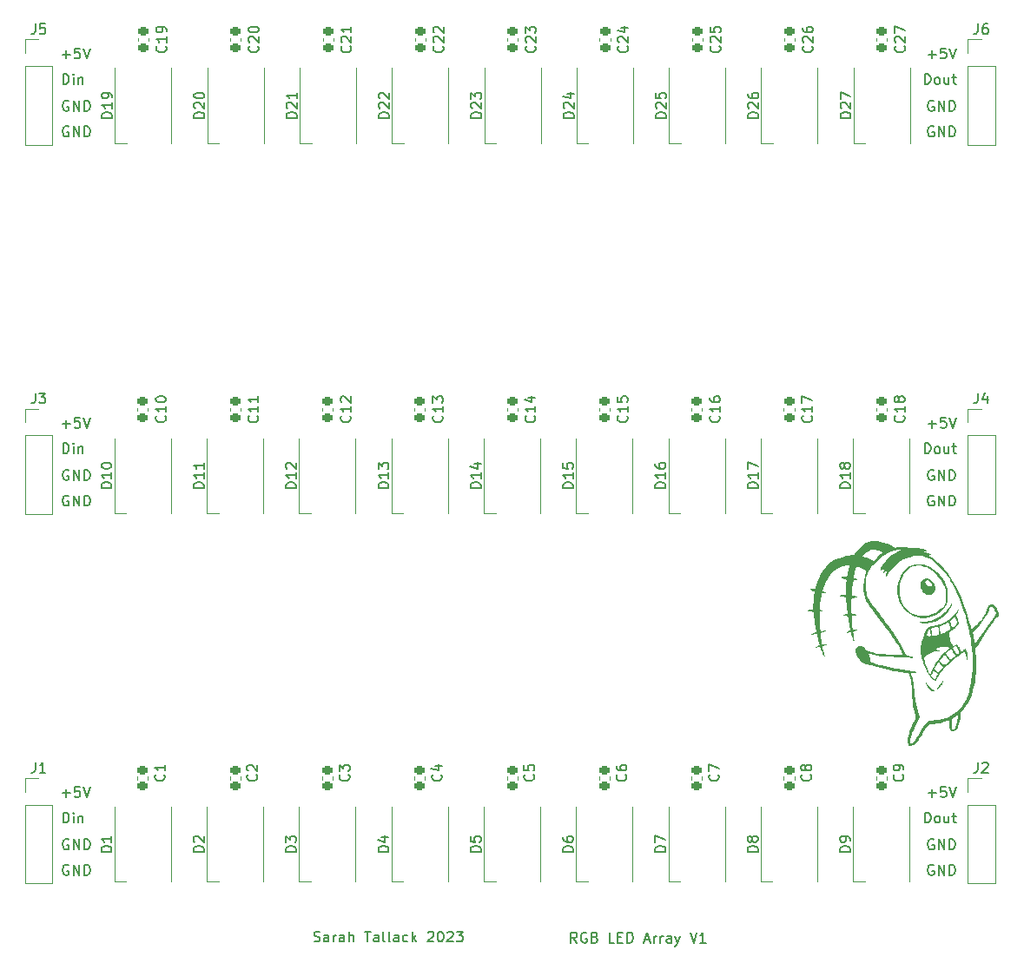
<source format=gbr>
%TF.GenerationSoftware,KiCad,Pcbnew,7.0.2*%
%TF.CreationDate,2023-08-30T07:58:29+02:00*%
%TF.ProjectId,TestingRig,54657374-696e-4675-9269-672e6b696361,rev?*%
%TF.SameCoordinates,Original*%
%TF.FileFunction,Legend,Top*%
%TF.FilePolarity,Positive*%
%FSLAX46Y46*%
G04 Gerber Fmt 4.6, Leading zero omitted, Abs format (unit mm)*
G04 Created by KiCad (PCBNEW 7.0.2) date 2023-08-30 07:58:29*
%MOMM*%
%LPD*%
G01*
G04 APERTURE LIST*
G04 Aperture macros list*
%AMRoundRect*
0 Rectangle with rounded corners*
0 $1 Rounding radius*
0 $2 $3 $4 $5 $6 $7 $8 $9 X,Y pos of 4 corners*
0 Add a 4 corners polygon primitive as box body*
4,1,4,$2,$3,$4,$5,$6,$7,$8,$9,$2,$3,0*
0 Add four circle primitives for the rounded corners*
1,1,$1+$1,$2,$3*
1,1,$1+$1,$4,$5*
1,1,$1+$1,$6,$7*
1,1,$1+$1,$8,$9*
0 Add four rect primitives between the rounded corners*
20,1,$1+$1,$2,$3,$4,$5,0*
20,1,$1+$1,$4,$5,$6,$7,0*
20,1,$1+$1,$6,$7,$8,$9,0*
20,1,$1+$1,$8,$9,$2,$3,0*%
G04 Aperture macros list end*
%ADD10C,0.150000*%
%ADD11C,0.120000*%
%ADD12RoundRect,0.225000X-0.250000X0.225000X-0.250000X-0.225000X0.250000X-0.225000X0.250000X0.225000X0*%
%ADD13R,1.700000X1.700000*%
%ADD14O,1.700000X1.700000*%
%ADD15R,1.000000X1.500000*%
G04 APERTURE END LIST*
D10*
X98438095Y-64577619D02*
X98438095Y-63577619D01*
X98438095Y-63577619D02*
X98676190Y-63577619D01*
X98676190Y-63577619D02*
X98819047Y-63625238D01*
X98819047Y-63625238D02*
X98914285Y-63720476D01*
X98914285Y-63720476D02*
X98961904Y-63815714D01*
X98961904Y-63815714D02*
X99009523Y-64006190D01*
X99009523Y-64006190D02*
X99009523Y-64149047D01*
X99009523Y-64149047D02*
X98961904Y-64339523D01*
X98961904Y-64339523D02*
X98914285Y-64434761D01*
X98914285Y-64434761D02*
X98819047Y-64530000D01*
X98819047Y-64530000D02*
X98676190Y-64577619D01*
X98676190Y-64577619D02*
X98438095Y-64577619D01*
X99438095Y-64577619D02*
X99438095Y-63910952D01*
X99438095Y-63577619D02*
X99390476Y-63625238D01*
X99390476Y-63625238D02*
X99438095Y-63672857D01*
X99438095Y-63672857D02*
X99485714Y-63625238D01*
X99485714Y-63625238D02*
X99438095Y-63577619D01*
X99438095Y-63577619D02*
X99438095Y-63672857D01*
X99914285Y-63910952D02*
X99914285Y-64577619D01*
X99914285Y-64006190D02*
X99961904Y-63958571D01*
X99961904Y-63958571D02*
X100057142Y-63910952D01*
X100057142Y-63910952D02*
X100199999Y-63910952D01*
X100199999Y-63910952D02*
X100295237Y-63958571D01*
X100295237Y-63958571D02*
X100342856Y-64053809D01*
X100342856Y-64053809D02*
X100342856Y-64577619D01*
X98338095Y-61696666D02*
X99100000Y-61696666D01*
X98719047Y-62077619D02*
X98719047Y-61315714D01*
X100052380Y-61077619D02*
X99576190Y-61077619D01*
X99576190Y-61077619D02*
X99528571Y-61553809D01*
X99528571Y-61553809D02*
X99576190Y-61506190D01*
X99576190Y-61506190D02*
X99671428Y-61458571D01*
X99671428Y-61458571D02*
X99909523Y-61458571D01*
X99909523Y-61458571D02*
X100004761Y-61506190D01*
X100004761Y-61506190D02*
X100052380Y-61553809D01*
X100052380Y-61553809D02*
X100099999Y-61649047D01*
X100099999Y-61649047D02*
X100099999Y-61887142D01*
X100099999Y-61887142D02*
X100052380Y-61982380D01*
X100052380Y-61982380D02*
X100004761Y-62030000D01*
X100004761Y-62030000D02*
X99909523Y-62077619D01*
X99909523Y-62077619D02*
X99671428Y-62077619D01*
X99671428Y-62077619D02*
X99576190Y-62030000D01*
X99576190Y-62030000D02*
X99528571Y-61982380D01*
X100385714Y-61077619D02*
X100719047Y-62077619D01*
X100719047Y-62077619D02*
X101052380Y-61077619D01*
X182438095Y-136577619D02*
X182438095Y-135577619D01*
X182438095Y-135577619D02*
X182676190Y-135577619D01*
X182676190Y-135577619D02*
X182819047Y-135625238D01*
X182819047Y-135625238D02*
X182914285Y-135720476D01*
X182914285Y-135720476D02*
X182961904Y-135815714D01*
X182961904Y-135815714D02*
X183009523Y-136006190D01*
X183009523Y-136006190D02*
X183009523Y-136149047D01*
X183009523Y-136149047D02*
X182961904Y-136339523D01*
X182961904Y-136339523D02*
X182914285Y-136434761D01*
X182914285Y-136434761D02*
X182819047Y-136530000D01*
X182819047Y-136530000D02*
X182676190Y-136577619D01*
X182676190Y-136577619D02*
X182438095Y-136577619D01*
X183580952Y-136577619D02*
X183485714Y-136530000D01*
X183485714Y-136530000D02*
X183438095Y-136482380D01*
X183438095Y-136482380D02*
X183390476Y-136387142D01*
X183390476Y-136387142D02*
X183390476Y-136101428D01*
X183390476Y-136101428D02*
X183438095Y-136006190D01*
X183438095Y-136006190D02*
X183485714Y-135958571D01*
X183485714Y-135958571D02*
X183580952Y-135910952D01*
X183580952Y-135910952D02*
X183723809Y-135910952D01*
X183723809Y-135910952D02*
X183819047Y-135958571D01*
X183819047Y-135958571D02*
X183866666Y-136006190D01*
X183866666Y-136006190D02*
X183914285Y-136101428D01*
X183914285Y-136101428D02*
X183914285Y-136387142D01*
X183914285Y-136387142D02*
X183866666Y-136482380D01*
X183866666Y-136482380D02*
X183819047Y-136530000D01*
X183819047Y-136530000D02*
X183723809Y-136577619D01*
X183723809Y-136577619D02*
X183580952Y-136577619D01*
X184771428Y-135910952D02*
X184771428Y-136577619D01*
X184342857Y-135910952D02*
X184342857Y-136434761D01*
X184342857Y-136434761D02*
X184390476Y-136530000D01*
X184390476Y-136530000D02*
X184485714Y-136577619D01*
X184485714Y-136577619D02*
X184628571Y-136577619D01*
X184628571Y-136577619D02*
X184723809Y-136530000D01*
X184723809Y-136530000D02*
X184771428Y-136482380D01*
X185104762Y-135910952D02*
X185485714Y-135910952D01*
X185247619Y-135577619D02*
X185247619Y-136434761D01*
X185247619Y-136434761D02*
X185295238Y-136530000D01*
X185295238Y-136530000D02*
X185390476Y-136577619D01*
X185390476Y-136577619D02*
X185485714Y-136577619D01*
X182771429Y-97696666D02*
X183533334Y-97696666D01*
X183152381Y-98077619D02*
X183152381Y-97315714D01*
X184485714Y-97077619D02*
X184009524Y-97077619D01*
X184009524Y-97077619D02*
X183961905Y-97553809D01*
X183961905Y-97553809D02*
X184009524Y-97506190D01*
X184009524Y-97506190D02*
X184104762Y-97458571D01*
X184104762Y-97458571D02*
X184342857Y-97458571D01*
X184342857Y-97458571D02*
X184438095Y-97506190D01*
X184438095Y-97506190D02*
X184485714Y-97553809D01*
X184485714Y-97553809D02*
X184533333Y-97649047D01*
X184533333Y-97649047D02*
X184533333Y-97887142D01*
X184533333Y-97887142D02*
X184485714Y-97982380D01*
X184485714Y-97982380D02*
X184438095Y-98030000D01*
X184438095Y-98030000D02*
X184342857Y-98077619D01*
X184342857Y-98077619D02*
X184104762Y-98077619D01*
X184104762Y-98077619D02*
X184009524Y-98030000D01*
X184009524Y-98030000D02*
X183961905Y-97982380D01*
X184819048Y-97077619D02*
X185152381Y-98077619D01*
X185152381Y-98077619D02*
X185485714Y-97077619D01*
X98961904Y-102225238D02*
X98866666Y-102177619D01*
X98866666Y-102177619D02*
X98723809Y-102177619D01*
X98723809Y-102177619D02*
X98580952Y-102225238D01*
X98580952Y-102225238D02*
X98485714Y-102320476D01*
X98485714Y-102320476D02*
X98438095Y-102415714D01*
X98438095Y-102415714D02*
X98390476Y-102606190D01*
X98390476Y-102606190D02*
X98390476Y-102749047D01*
X98390476Y-102749047D02*
X98438095Y-102939523D01*
X98438095Y-102939523D02*
X98485714Y-103034761D01*
X98485714Y-103034761D02*
X98580952Y-103130000D01*
X98580952Y-103130000D02*
X98723809Y-103177619D01*
X98723809Y-103177619D02*
X98819047Y-103177619D01*
X98819047Y-103177619D02*
X98961904Y-103130000D01*
X98961904Y-103130000D02*
X99009523Y-103082380D01*
X99009523Y-103082380D02*
X99009523Y-102749047D01*
X99009523Y-102749047D02*
X98819047Y-102749047D01*
X99438095Y-103177619D02*
X99438095Y-102177619D01*
X99438095Y-102177619D02*
X100009523Y-103177619D01*
X100009523Y-103177619D02*
X100009523Y-102177619D01*
X100485714Y-103177619D02*
X100485714Y-102177619D01*
X100485714Y-102177619D02*
X100723809Y-102177619D01*
X100723809Y-102177619D02*
X100866666Y-102225238D01*
X100866666Y-102225238D02*
X100961904Y-102320476D01*
X100961904Y-102320476D02*
X101009523Y-102415714D01*
X101009523Y-102415714D02*
X101057142Y-102606190D01*
X101057142Y-102606190D02*
X101057142Y-102749047D01*
X101057142Y-102749047D02*
X101009523Y-102939523D01*
X101009523Y-102939523D02*
X100961904Y-103034761D01*
X100961904Y-103034761D02*
X100866666Y-103130000D01*
X100866666Y-103130000D02*
X100723809Y-103177619D01*
X100723809Y-103177619D02*
X100485714Y-103177619D01*
X183295238Y-68725238D02*
X183200000Y-68677619D01*
X183200000Y-68677619D02*
X183057143Y-68677619D01*
X183057143Y-68677619D02*
X182914286Y-68725238D01*
X182914286Y-68725238D02*
X182819048Y-68820476D01*
X182819048Y-68820476D02*
X182771429Y-68915714D01*
X182771429Y-68915714D02*
X182723810Y-69106190D01*
X182723810Y-69106190D02*
X182723810Y-69249047D01*
X182723810Y-69249047D02*
X182771429Y-69439523D01*
X182771429Y-69439523D02*
X182819048Y-69534761D01*
X182819048Y-69534761D02*
X182914286Y-69630000D01*
X182914286Y-69630000D02*
X183057143Y-69677619D01*
X183057143Y-69677619D02*
X183152381Y-69677619D01*
X183152381Y-69677619D02*
X183295238Y-69630000D01*
X183295238Y-69630000D02*
X183342857Y-69582380D01*
X183342857Y-69582380D02*
X183342857Y-69249047D01*
X183342857Y-69249047D02*
X183152381Y-69249047D01*
X183771429Y-69677619D02*
X183771429Y-68677619D01*
X183771429Y-68677619D02*
X184342857Y-69677619D01*
X184342857Y-69677619D02*
X184342857Y-68677619D01*
X184819048Y-69677619D02*
X184819048Y-68677619D01*
X184819048Y-68677619D02*
X185057143Y-68677619D01*
X185057143Y-68677619D02*
X185200000Y-68725238D01*
X185200000Y-68725238D02*
X185295238Y-68820476D01*
X185295238Y-68820476D02*
X185342857Y-68915714D01*
X185342857Y-68915714D02*
X185390476Y-69106190D01*
X185390476Y-69106190D02*
X185390476Y-69249047D01*
X185390476Y-69249047D02*
X185342857Y-69439523D01*
X185342857Y-69439523D02*
X185295238Y-69534761D01*
X185295238Y-69534761D02*
X185200000Y-69630000D01*
X185200000Y-69630000D02*
X185057143Y-69677619D01*
X185057143Y-69677619D02*
X184819048Y-69677619D01*
X182771429Y-61696666D02*
X183533334Y-61696666D01*
X183152381Y-62077619D02*
X183152381Y-61315714D01*
X184485714Y-61077619D02*
X184009524Y-61077619D01*
X184009524Y-61077619D02*
X183961905Y-61553809D01*
X183961905Y-61553809D02*
X184009524Y-61506190D01*
X184009524Y-61506190D02*
X184104762Y-61458571D01*
X184104762Y-61458571D02*
X184342857Y-61458571D01*
X184342857Y-61458571D02*
X184438095Y-61506190D01*
X184438095Y-61506190D02*
X184485714Y-61553809D01*
X184485714Y-61553809D02*
X184533333Y-61649047D01*
X184533333Y-61649047D02*
X184533333Y-61887142D01*
X184533333Y-61887142D02*
X184485714Y-61982380D01*
X184485714Y-61982380D02*
X184438095Y-62030000D01*
X184438095Y-62030000D02*
X184342857Y-62077619D01*
X184342857Y-62077619D02*
X184104762Y-62077619D01*
X184104762Y-62077619D02*
X184009524Y-62030000D01*
X184009524Y-62030000D02*
X183961905Y-61982380D01*
X184819048Y-61077619D02*
X185152381Y-62077619D01*
X185152381Y-62077619D02*
X185485714Y-61077619D01*
X98438095Y-136577619D02*
X98438095Y-135577619D01*
X98438095Y-135577619D02*
X98676190Y-135577619D01*
X98676190Y-135577619D02*
X98819047Y-135625238D01*
X98819047Y-135625238D02*
X98914285Y-135720476D01*
X98914285Y-135720476D02*
X98961904Y-135815714D01*
X98961904Y-135815714D02*
X99009523Y-136006190D01*
X99009523Y-136006190D02*
X99009523Y-136149047D01*
X99009523Y-136149047D02*
X98961904Y-136339523D01*
X98961904Y-136339523D02*
X98914285Y-136434761D01*
X98914285Y-136434761D02*
X98819047Y-136530000D01*
X98819047Y-136530000D02*
X98676190Y-136577619D01*
X98676190Y-136577619D02*
X98438095Y-136577619D01*
X99438095Y-136577619D02*
X99438095Y-135910952D01*
X99438095Y-135577619D02*
X99390476Y-135625238D01*
X99390476Y-135625238D02*
X99438095Y-135672857D01*
X99438095Y-135672857D02*
X99485714Y-135625238D01*
X99485714Y-135625238D02*
X99438095Y-135577619D01*
X99438095Y-135577619D02*
X99438095Y-135672857D01*
X99914285Y-135910952D02*
X99914285Y-136577619D01*
X99914285Y-136006190D02*
X99961904Y-135958571D01*
X99961904Y-135958571D02*
X100057142Y-135910952D01*
X100057142Y-135910952D02*
X100199999Y-135910952D01*
X100199999Y-135910952D02*
X100295237Y-135958571D01*
X100295237Y-135958571D02*
X100342856Y-136053809D01*
X100342856Y-136053809D02*
X100342856Y-136577619D01*
X98961904Y-66225238D02*
X98866666Y-66177619D01*
X98866666Y-66177619D02*
X98723809Y-66177619D01*
X98723809Y-66177619D02*
X98580952Y-66225238D01*
X98580952Y-66225238D02*
X98485714Y-66320476D01*
X98485714Y-66320476D02*
X98438095Y-66415714D01*
X98438095Y-66415714D02*
X98390476Y-66606190D01*
X98390476Y-66606190D02*
X98390476Y-66749047D01*
X98390476Y-66749047D02*
X98438095Y-66939523D01*
X98438095Y-66939523D02*
X98485714Y-67034761D01*
X98485714Y-67034761D02*
X98580952Y-67130000D01*
X98580952Y-67130000D02*
X98723809Y-67177619D01*
X98723809Y-67177619D02*
X98819047Y-67177619D01*
X98819047Y-67177619D02*
X98961904Y-67130000D01*
X98961904Y-67130000D02*
X99009523Y-67082380D01*
X99009523Y-67082380D02*
X99009523Y-66749047D01*
X99009523Y-66749047D02*
X98819047Y-66749047D01*
X99438095Y-67177619D02*
X99438095Y-66177619D01*
X99438095Y-66177619D02*
X100009523Y-67177619D01*
X100009523Y-67177619D02*
X100009523Y-66177619D01*
X100485714Y-67177619D02*
X100485714Y-66177619D01*
X100485714Y-66177619D02*
X100723809Y-66177619D01*
X100723809Y-66177619D02*
X100866666Y-66225238D01*
X100866666Y-66225238D02*
X100961904Y-66320476D01*
X100961904Y-66320476D02*
X101009523Y-66415714D01*
X101009523Y-66415714D02*
X101057142Y-66606190D01*
X101057142Y-66606190D02*
X101057142Y-66749047D01*
X101057142Y-66749047D02*
X101009523Y-66939523D01*
X101009523Y-66939523D02*
X100961904Y-67034761D01*
X100961904Y-67034761D02*
X100866666Y-67130000D01*
X100866666Y-67130000D02*
X100723809Y-67177619D01*
X100723809Y-67177619D02*
X100485714Y-67177619D01*
X182438095Y-64577619D02*
X182438095Y-63577619D01*
X182438095Y-63577619D02*
X182676190Y-63577619D01*
X182676190Y-63577619D02*
X182819047Y-63625238D01*
X182819047Y-63625238D02*
X182914285Y-63720476D01*
X182914285Y-63720476D02*
X182961904Y-63815714D01*
X182961904Y-63815714D02*
X183009523Y-64006190D01*
X183009523Y-64006190D02*
X183009523Y-64149047D01*
X183009523Y-64149047D02*
X182961904Y-64339523D01*
X182961904Y-64339523D02*
X182914285Y-64434761D01*
X182914285Y-64434761D02*
X182819047Y-64530000D01*
X182819047Y-64530000D02*
X182676190Y-64577619D01*
X182676190Y-64577619D02*
X182438095Y-64577619D01*
X183580952Y-64577619D02*
X183485714Y-64530000D01*
X183485714Y-64530000D02*
X183438095Y-64482380D01*
X183438095Y-64482380D02*
X183390476Y-64387142D01*
X183390476Y-64387142D02*
X183390476Y-64101428D01*
X183390476Y-64101428D02*
X183438095Y-64006190D01*
X183438095Y-64006190D02*
X183485714Y-63958571D01*
X183485714Y-63958571D02*
X183580952Y-63910952D01*
X183580952Y-63910952D02*
X183723809Y-63910952D01*
X183723809Y-63910952D02*
X183819047Y-63958571D01*
X183819047Y-63958571D02*
X183866666Y-64006190D01*
X183866666Y-64006190D02*
X183914285Y-64101428D01*
X183914285Y-64101428D02*
X183914285Y-64387142D01*
X183914285Y-64387142D02*
X183866666Y-64482380D01*
X183866666Y-64482380D02*
X183819047Y-64530000D01*
X183819047Y-64530000D02*
X183723809Y-64577619D01*
X183723809Y-64577619D02*
X183580952Y-64577619D01*
X184771428Y-63910952D02*
X184771428Y-64577619D01*
X184342857Y-63910952D02*
X184342857Y-64434761D01*
X184342857Y-64434761D02*
X184390476Y-64530000D01*
X184390476Y-64530000D02*
X184485714Y-64577619D01*
X184485714Y-64577619D02*
X184628571Y-64577619D01*
X184628571Y-64577619D02*
X184723809Y-64530000D01*
X184723809Y-64530000D02*
X184771428Y-64482380D01*
X185104762Y-63910952D02*
X185485714Y-63910952D01*
X185247619Y-63577619D02*
X185247619Y-64434761D01*
X185247619Y-64434761D02*
X185295238Y-64530000D01*
X185295238Y-64530000D02*
X185390476Y-64577619D01*
X185390476Y-64577619D02*
X185485714Y-64577619D01*
X122890476Y-148130000D02*
X123033333Y-148177619D01*
X123033333Y-148177619D02*
X123271428Y-148177619D01*
X123271428Y-148177619D02*
X123366666Y-148130000D01*
X123366666Y-148130000D02*
X123414285Y-148082380D01*
X123414285Y-148082380D02*
X123461904Y-147987142D01*
X123461904Y-147987142D02*
X123461904Y-147891904D01*
X123461904Y-147891904D02*
X123414285Y-147796666D01*
X123414285Y-147796666D02*
X123366666Y-147749047D01*
X123366666Y-147749047D02*
X123271428Y-147701428D01*
X123271428Y-147701428D02*
X123080952Y-147653809D01*
X123080952Y-147653809D02*
X122985714Y-147606190D01*
X122985714Y-147606190D02*
X122938095Y-147558571D01*
X122938095Y-147558571D02*
X122890476Y-147463333D01*
X122890476Y-147463333D02*
X122890476Y-147368095D01*
X122890476Y-147368095D02*
X122938095Y-147272857D01*
X122938095Y-147272857D02*
X122985714Y-147225238D01*
X122985714Y-147225238D02*
X123080952Y-147177619D01*
X123080952Y-147177619D02*
X123319047Y-147177619D01*
X123319047Y-147177619D02*
X123461904Y-147225238D01*
X124319047Y-148177619D02*
X124319047Y-147653809D01*
X124319047Y-147653809D02*
X124271428Y-147558571D01*
X124271428Y-147558571D02*
X124176190Y-147510952D01*
X124176190Y-147510952D02*
X123985714Y-147510952D01*
X123985714Y-147510952D02*
X123890476Y-147558571D01*
X124319047Y-148130000D02*
X124223809Y-148177619D01*
X124223809Y-148177619D02*
X123985714Y-148177619D01*
X123985714Y-148177619D02*
X123890476Y-148130000D01*
X123890476Y-148130000D02*
X123842857Y-148034761D01*
X123842857Y-148034761D02*
X123842857Y-147939523D01*
X123842857Y-147939523D02*
X123890476Y-147844285D01*
X123890476Y-147844285D02*
X123985714Y-147796666D01*
X123985714Y-147796666D02*
X124223809Y-147796666D01*
X124223809Y-147796666D02*
X124319047Y-147749047D01*
X124795238Y-148177619D02*
X124795238Y-147510952D01*
X124795238Y-147701428D02*
X124842857Y-147606190D01*
X124842857Y-147606190D02*
X124890476Y-147558571D01*
X124890476Y-147558571D02*
X124985714Y-147510952D01*
X124985714Y-147510952D02*
X125080952Y-147510952D01*
X125842857Y-148177619D02*
X125842857Y-147653809D01*
X125842857Y-147653809D02*
X125795238Y-147558571D01*
X125795238Y-147558571D02*
X125700000Y-147510952D01*
X125700000Y-147510952D02*
X125509524Y-147510952D01*
X125509524Y-147510952D02*
X125414286Y-147558571D01*
X125842857Y-148130000D02*
X125747619Y-148177619D01*
X125747619Y-148177619D02*
X125509524Y-148177619D01*
X125509524Y-148177619D02*
X125414286Y-148130000D01*
X125414286Y-148130000D02*
X125366667Y-148034761D01*
X125366667Y-148034761D02*
X125366667Y-147939523D01*
X125366667Y-147939523D02*
X125414286Y-147844285D01*
X125414286Y-147844285D02*
X125509524Y-147796666D01*
X125509524Y-147796666D02*
X125747619Y-147796666D01*
X125747619Y-147796666D02*
X125842857Y-147749047D01*
X126319048Y-148177619D02*
X126319048Y-147177619D01*
X126747619Y-148177619D02*
X126747619Y-147653809D01*
X126747619Y-147653809D02*
X126700000Y-147558571D01*
X126700000Y-147558571D02*
X126604762Y-147510952D01*
X126604762Y-147510952D02*
X126461905Y-147510952D01*
X126461905Y-147510952D02*
X126366667Y-147558571D01*
X126366667Y-147558571D02*
X126319048Y-147606190D01*
X127842858Y-147177619D02*
X128414286Y-147177619D01*
X128128572Y-148177619D02*
X128128572Y-147177619D01*
X129176191Y-148177619D02*
X129176191Y-147653809D01*
X129176191Y-147653809D02*
X129128572Y-147558571D01*
X129128572Y-147558571D02*
X129033334Y-147510952D01*
X129033334Y-147510952D02*
X128842858Y-147510952D01*
X128842858Y-147510952D02*
X128747620Y-147558571D01*
X129176191Y-148130000D02*
X129080953Y-148177619D01*
X129080953Y-148177619D02*
X128842858Y-148177619D01*
X128842858Y-148177619D02*
X128747620Y-148130000D01*
X128747620Y-148130000D02*
X128700001Y-148034761D01*
X128700001Y-148034761D02*
X128700001Y-147939523D01*
X128700001Y-147939523D02*
X128747620Y-147844285D01*
X128747620Y-147844285D02*
X128842858Y-147796666D01*
X128842858Y-147796666D02*
X129080953Y-147796666D01*
X129080953Y-147796666D02*
X129176191Y-147749047D01*
X129795239Y-148177619D02*
X129700001Y-148130000D01*
X129700001Y-148130000D02*
X129652382Y-148034761D01*
X129652382Y-148034761D02*
X129652382Y-147177619D01*
X130319049Y-148177619D02*
X130223811Y-148130000D01*
X130223811Y-148130000D02*
X130176192Y-148034761D01*
X130176192Y-148034761D02*
X130176192Y-147177619D01*
X131128573Y-148177619D02*
X131128573Y-147653809D01*
X131128573Y-147653809D02*
X131080954Y-147558571D01*
X131080954Y-147558571D02*
X130985716Y-147510952D01*
X130985716Y-147510952D02*
X130795240Y-147510952D01*
X130795240Y-147510952D02*
X130700002Y-147558571D01*
X131128573Y-148130000D02*
X131033335Y-148177619D01*
X131033335Y-148177619D02*
X130795240Y-148177619D01*
X130795240Y-148177619D02*
X130700002Y-148130000D01*
X130700002Y-148130000D02*
X130652383Y-148034761D01*
X130652383Y-148034761D02*
X130652383Y-147939523D01*
X130652383Y-147939523D02*
X130700002Y-147844285D01*
X130700002Y-147844285D02*
X130795240Y-147796666D01*
X130795240Y-147796666D02*
X131033335Y-147796666D01*
X131033335Y-147796666D02*
X131128573Y-147749047D01*
X132033335Y-148130000D02*
X131938097Y-148177619D01*
X131938097Y-148177619D02*
X131747621Y-148177619D01*
X131747621Y-148177619D02*
X131652383Y-148130000D01*
X131652383Y-148130000D02*
X131604764Y-148082380D01*
X131604764Y-148082380D02*
X131557145Y-147987142D01*
X131557145Y-147987142D02*
X131557145Y-147701428D01*
X131557145Y-147701428D02*
X131604764Y-147606190D01*
X131604764Y-147606190D02*
X131652383Y-147558571D01*
X131652383Y-147558571D02*
X131747621Y-147510952D01*
X131747621Y-147510952D02*
X131938097Y-147510952D01*
X131938097Y-147510952D02*
X132033335Y-147558571D01*
X132461907Y-148177619D02*
X132461907Y-147177619D01*
X132557145Y-147796666D02*
X132842859Y-148177619D01*
X132842859Y-147510952D02*
X132461907Y-147891904D01*
X133985717Y-147272857D02*
X134033336Y-147225238D01*
X134033336Y-147225238D02*
X134128574Y-147177619D01*
X134128574Y-147177619D02*
X134366669Y-147177619D01*
X134366669Y-147177619D02*
X134461907Y-147225238D01*
X134461907Y-147225238D02*
X134509526Y-147272857D01*
X134509526Y-147272857D02*
X134557145Y-147368095D01*
X134557145Y-147368095D02*
X134557145Y-147463333D01*
X134557145Y-147463333D02*
X134509526Y-147606190D01*
X134509526Y-147606190D02*
X133938098Y-148177619D01*
X133938098Y-148177619D02*
X134557145Y-148177619D01*
X135176193Y-147177619D02*
X135271431Y-147177619D01*
X135271431Y-147177619D02*
X135366669Y-147225238D01*
X135366669Y-147225238D02*
X135414288Y-147272857D01*
X135414288Y-147272857D02*
X135461907Y-147368095D01*
X135461907Y-147368095D02*
X135509526Y-147558571D01*
X135509526Y-147558571D02*
X135509526Y-147796666D01*
X135509526Y-147796666D02*
X135461907Y-147987142D01*
X135461907Y-147987142D02*
X135414288Y-148082380D01*
X135414288Y-148082380D02*
X135366669Y-148130000D01*
X135366669Y-148130000D02*
X135271431Y-148177619D01*
X135271431Y-148177619D02*
X135176193Y-148177619D01*
X135176193Y-148177619D02*
X135080955Y-148130000D01*
X135080955Y-148130000D02*
X135033336Y-148082380D01*
X135033336Y-148082380D02*
X134985717Y-147987142D01*
X134985717Y-147987142D02*
X134938098Y-147796666D01*
X134938098Y-147796666D02*
X134938098Y-147558571D01*
X134938098Y-147558571D02*
X134985717Y-147368095D01*
X134985717Y-147368095D02*
X135033336Y-147272857D01*
X135033336Y-147272857D02*
X135080955Y-147225238D01*
X135080955Y-147225238D02*
X135176193Y-147177619D01*
X135890479Y-147272857D02*
X135938098Y-147225238D01*
X135938098Y-147225238D02*
X136033336Y-147177619D01*
X136033336Y-147177619D02*
X136271431Y-147177619D01*
X136271431Y-147177619D02*
X136366669Y-147225238D01*
X136366669Y-147225238D02*
X136414288Y-147272857D01*
X136414288Y-147272857D02*
X136461907Y-147368095D01*
X136461907Y-147368095D02*
X136461907Y-147463333D01*
X136461907Y-147463333D02*
X136414288Y-147606190D01*
X136414288Y-147606190D02*
X135842860Y-148177619D01*
X135842860Y-148177619D02*
X136461907Y-148177619D01*
X136795241Y-147177619D02*
X137414288Y-147177619D01*
X137414288Y-147177619D02*
X137080955Y-147558571D01*
X137080955Y-147558571D02*
X137223812Y-147558571D01*
X137223812Y-147558571D02*
X137319050Y-147606190D01*
X137319050Y-147606190D02*
X137366669Y-147653809D01*
X137366669Y-147653809D02*
X137414288Y-147749047D01*
X137414288Y-147749047D02*
X137414288Y-147987142D01*
X137414288Y-147987142D02*
X137366669Y-148082380D01*
X137366669Y-148082380D02*
X137319050Y-148130000D01*
X137319050Y-148130000D02*
X137223812Y-148177619D01*
X137223812Y-148177619D02*
X136938098Y-148177619D01*
X136938098Y-148177619D02*
X136842860Y-148130000D01*
X136842860Y-148130000D02*
X136795241Y-148082380D01*
X182771429Y-133696666D02*
X183533334Y-133696666D01*
X183152381Y-134077619D02*
X183152381Y-133315714D01*
X184485714Y-133077619D02*
X184009524Y-133077619D01*
X184009524Y-133077619D02*
X183961905Y-133553809D01*
X183961905Y-133553809D02*
X184009524Y-133506190D01*
X184009524Y-133506190D02*
X184104762Y-133458571D01*
X184104762Y-133458571D02*
X184342857Y-133458571D01*
X184342857Y-133458571D02*
X184438095Y-133506190D01*
X184438095Y-133506190D02*
X184485714Y-133553809D01*
X184485714Y-133553809D02*
X184533333Y-133649047D01*
X184533333Y-133649047D02*
X184533333Y-133887142D01*
X184533333Y-133887142D02*
X184485714Y-133982380D01*
X184485714Y-133982380D02*
X184438095Y-134030000D01*
X184438095Y-134030000D02*
X184342857Y-134077619D01*
X184342857Y-134077619D02*
X184104762Y-134077619D01*
X184104762Y-134077619D02*
X184009524Y-134030000D01*
X184009524Y-134030000D02*
X183961905Y-133982380D01*
X184819048Y-133077619D02*
X185152381Y-134077619D01*
X185152381Y-134077619D02*
X185485714Y-133077619D01*
X98338095Y-133696666D02*
X99100000Y-133696666D01*
X98719047Y-134077619D02*
X98719047Y-133315714D01*
X100052380Y-133077619D02*
X99576190Y-133077619D01*
X99576190Y-133077619D02*
X99528571Y-133553809D01*
X99528571Y-133553809D02*
X99576190Y-133506190D01*
X99576190Y-133506190D02*
X99671428Y-133458571D01*
X99671428Y-133458571D02*
X99909523Y-133458571D01*
X99909523Y-133458571D02*
X100004761Y-133506190D01*
X100004761Y-133506190D02*
X100052380Y-133553809D01*
X100052380Y-133553809D02*
X100099999Y-133649047D01*
X100099999Y-133649047D02*
X100099999Y-133887142D01*
X100099999Y-133887142D02*
X100052380Y-133982380D01*
X100052380Y-133982380D02*
X100004761Y-134030000D01*
X100004761Y-134030000D02*
X99909523Y-134077619D01*
X99909523Y-134077619D02*
X99671428Y-134077619D01*
X99671428Y-134077619D02*
X99576190Y-134030000D01*
X99576190Y-134030000D02*
X99528571Y-133982380D01*
X100385714Y-133077619D02*
X100719047Y-134077619D01*
X100719047Y-134077619D02*
X101052380Y-133077619D01*
X98338095Y-97696666D02*
X99100000Y-97696666D01*
X98719047Y-98077619D02*
X98719047Y-97315714D01*
X100052380Y-97077619D02*
X99576190Y-97077619D01*
X99576190Y-97077619D02*
X99528571Y-97553809D01*
X99528571Y-97553809D02*
X99576190Y-97506190D01*
X99576190Y-97506190D02*
X99671428Y-97458571D01*
X99671428Y-97458571D02*
X99909523Y-97458571D01*
X99909523Y-97458571D02*
X100004761Y-97506190D01*
X100004761Y-97506190D02*
X100052380Y-97553809D01*
X100052380Y-97553809D02*
X100099999Y-97649047D01*
X100099999Y-97649047D02*
X100099999Y-97887142D01*
X100099999Y-97887142D02*
X100052380Y-97982380D01*
X100052380Y-97982380D02*
X100004761Y-98030000D01*
X100004761Y-98030000D02*
X99909523Y-98077619D01*
X99909523Y-98077619D02*
X99671428Y-98077619D01*
X99671428Y-98077619D02*
X99576190Y-98030000D01*
X99576190Y-98030000D02*
X99528571Y-97982380D01*
X100385714Y-97077619D02*
X100719047Y-98077619D01*
X100719047Y-98077619D02*
X101052380Y-97077619D01*
X183295238Y-104725238D02*
X183200000Y-104677619D01*
X183200000Y-104677619D02*
X183057143Y-104677619D01*
X183057143Y-104677619D02*
X182914286Y-104725238D01*
X182914286Y-104725238D02*
X182819048Y-104820476D01*
X182819048Y-104820476D02*
X182771429Y-104915714D01*
X182771429Y-104915714D02*
X182723810Y-105106190D01*
X182723810Y-105106190D02*
X182723810Y-105249047D01*
X182723810Y-105249047D02*
X182771429Y-105439523D01*
X182771429Y-105439523D02*
X182819048Y-105534761D01*
X182819048Y-105534761D02*
X182914286Y-105630000D01*
X182914286Y-105630000D02*
X183057143Y-105677619D01*
X183057143Y-105677619D02*
X183152381Y-105677619D01*
X183152381Y-105677619D02*
X183295238Y-105630000D01*
X183295238Y-105630000D02*
X183342857Y-105582380D01*
X183342857Y-105582380D02*
X183342857Y-105249047D01*
X183342857Y-105249047D02*
X183152381Y-105249047D01*
X183771429Y-105677619D02*
X183771429Y-104677619D01*
X183771429Y-104677619D02*
X184342857Y-105677619D01*
X184342857Y-105677619D02*
X184342857Y-104677619D01*
X184819048Y-105677619D02*
X184819048Y-104677619D01*
X184819048Y-104677619D02*
X185057143Y-104677619D01*
X185057143Y-104677619D02*
X185200000Y-104725238D01*
X185200000Y-104725238D02*
X185295238Y-104820476D01*
X185295238Y-104820476D02*
X185342857Y-104915714D01*
X185342857Y-104915714D02*
X185390476Y-105106190D01*
X185390476Y-105106190D02*
X185390476Y-105249047D01*
X185390476Y-105249047D02*
X185342857Y-105439523D01*
X185342857Y-105439523D02*
X185295238Y-105534761D01*
X185295238Y-105534761D02*
X185200000Y-105630000D01*
X185200000Y-105630000D02*
X185057143Y-105677619D01*
X185057143Y-105677619D02*
X184819048Y-105677619D01*
X98961904Y-68725238D02*
X98866666Y-68677619D01*
X98866666Y-68677619D02*
X98723809Y-68677619D01*
X98723809Y-68677619D02*
X98580952Y-68725238D01*
X98580952Y-68725238D02*
X98485714Y-68820476D01*
X98485714Y-68820476D02*
X98438095Y-68915714D01*
X98438095Y-68915714D02*
X98390476Y-69106190D01*
X98390476Y-69106190D02*
X98390476Y-69249047D01*
X98390476Y-69249047D02*
X98438095Y-69439523D01*
X98438095Y-69439523D02*
X98485714Y-69534761D01*
X98485714Y-69534761D02*
X98580952Y-69630000D01*
X98580952Y-69630000D02*
X98723809Y-69677619D01*
X98723809Y-69677619D02*
X98819047Y-69677619D01*
X98819047Y-69677619D02*
X98961904Y-69630000D01*
X98961904Y-69630000D02*
X99009523Y-69582380D01*
X99009523Y-69582380D02*
X99009523Y-69249047D01*
X99009523Y-69249047D02*
X98819047Y-69249047D01*
X99438095Y-69677619D02*
X99438095Y-68677619D01*
X99438095Y-68677619D02*
X100009523Y-69677619D01*
X100009523Y-69677619D02*
X100009523Y-68677619D01*
X100485714Y-69677619D02*
X100485714Y-68677619D01*
X100485714Y-68677619D02*
X100723809Y-68677619D01*
X100723809Y-68677619D02*
X100866666Y-68725238D01*
X100866666Y-68725238D02*
X100961904Y-68820476D01*
X100961904Y-68820476D02*
X101009523Y-68915714D01*
X101009523Y-68915714D02*
X101057142Y-69106190D01*
X101057142Y-69106190D02*
X101057142Y-69249047D01*
X101057142Y-69249047D02*
X101009523Y-69439523D01*
X101009523Y-69439523D02*
X100961904Y-69534761D01*
X100961904Y-69534761D02*
X100866666Y-69630000D01*
X100866666Y-69630000D02*
X100723809Y-69677619D01*
X100723809Y-69677619D02*
X100485714Y-69677619D01*
X98961904Y-104725238D02*
X98866666Y-104677619D01*
X98866666Y-104677619D02*
X98723809Y-104677619D01*
X98723809Y-104677619D02*
X98580952Y-104725238D01*
X98580952Y-104725238D02*
X98485714Y-104820476D01*
X98485714Y-104820476D02*
X98438095Y-104915714D01*
X98438095Y-104915714D02*
X98390476Y-105106190D01*
X98390476Y-105106190D02*
X98390476Y-105249047D01*
X98390476Y-105249047D02*
X98438095Y-105439523D01*
X98438095Y-105439523D02*
X98485714Y-105534761D01*
X98485714Y-105534761D02*
X98580952Y-105630000D01*
X98580952Y-105630000D02*
X98723809Y-105677619D01*
X98723809Y-105677619D02*
X98819047Y-105677619D01*
X98819047Y-105677619D02*
X98961904Y-105630000D01*
X98961904Y-105630000D02*
X99009523Y-105582380D01*
X99009523Y-105582380D02*
X99009523Y-105249047D01*
X99009523Y-105249047D02*
X98819047Y-105249047D01*
X99438095Y-105677619D02*
X99438095Y-104677619D01*
X99438095Y-104677619D02*
X100009523Y-105677619D01*
X100009523Y-105677619D02*
X100009523Y-104677619D01*
X100485714Y-105677619D02*
X100485714Y-104677619D01*
X100485714Y-104677619D02*
X100723809Y-104677619D01*
X100723809Y-104677619D02*
X100866666Y-104725238D01*
X100866666Y-104725238D02*
X100961904Y-104820476D01*
X100961904Y-104820476D02*
X101009523Y-104915714D01*
X101009523Y-104915714D02*
X101057142Y-105106190D01*
X101057142Y-105106190D02*
X101057142Y-105249047D01*
X101057142Y-105249047D02*
X101009523Y-105439523D01*
X101009523Y-105439523D02*
X100961904Y-105534761D01*
X100961904Y-105534761D02*
X100866666Y-105630000D01*
X100866666Y-105630000D02*
X100723809Y-105677619D01*
X100723809Y-105677619D02*
X100485714Y-105677619D01*
X98961904Y-138225238D02*
X98866666Y-138177619D01*
X98866666Y-138177619D02*
X98723809Y-138177619D01*
X98723809Y-138177619D02*
X98580952Y-138225238D01*
X98580952Y-138225238D02*
X98485714Y-138320476D01*
X98485714Y-138320476D02*
X98438095Y-138415714D01*
X98438095Y-138415714D02*
X98390476Y-138606190D01*
X98390476Y-138606190D02*
X98390476Y-138749047D01*
X98390476Y-138749047D02*
X98438095Y-138939523D01*
X98438095Y-138939523D02*
X98485714Y-139034761D01*
X98485714Y-139034761D02*
X98580952Y-139130000D01*
X98580952Y-139130000D02*
X98723809Y-139177619D01*
X98723809Y-139177619D02*
X98819047Y-139177619D01*
X98819047Y-139177619D02*
X98961904Y-139130000D01*
X98961904Y-139130000D02*
X99009523Y-139082380D01*
X99009523Y-139082380D02*
X99009523Y-138749047D01*
X99009523Y-138749047D02*
X98819047Y-138749047D01*
X99438095Y-139177619D02*
X99438095Y-138177619D01*
X99438095Y-138177619D02*
X100009523Y-139177619D01*
X100009523Y-139177619D02*
X100009523Y-138177619D01*
X100485714Y-139177619D02*
X100485714Y-138177619D01*
X100485714Y-138177619D02*
X100723809Y-138177619D01*
X100723809Y-138177619D02*
X100866666Y-138225238D01*
X100866666Y-138225238D02*
X100961904Y-138320476D01*
X100961904Y-138320476D02*
X101009523Y-138415714D01*
X101009523Y-138415714D02*
X101057142Y-138606190D01*
X101057142Y-138606190D02*
X101057142Y-138749047D01*
X101057142Y-138749047D02*
X101009523Y-138939523D01*
X101009523Y-138939523D02*
X100961904Y-139034761D01*
X100961904Y-139034761D02*
X100866666Y-139130000D01*
X100866666Y-139130000D02*
X100723809Y-139177619D01*
X100723809Y-139177619D02*
X100485714Y-139177619D01*
X183295238Y-138225238D02*
X183200000Y-138177619D01*
X183200000Y-138177619D02*
X183057143Y-138177619D01*
X183057143Y-138177619D02*
X182914286Y-138225238D01*
X182914286Y-138225238D02*
X182819048Y-138320476D01*
X182819048Y-138320476D02*
X182771429Y-138415714D01*
X182771429Y-138415714D02*
X182723810Y-138606190D01*
X182723810Y-138606190D02*
X182723810Y-138749047D01*
X182723810Y-138749047D02*
X182771429Y-138939523D01*
X182771429Y-138939523D02*
X182819048Y-139034761D01*
X182819048Y-139034761D02*
X182914286Y-139130000D01*
X182914286Y-139130000D02*
X183057143Y-139177619D01*
X183057143Y-139177619D02*
X183152381Y-139177619D01*
X183152381Y-139177619D02*
X183295238Y-139130000D01*
X183295238Y-139130000D02*
X183342857Y-139082380D01*
X183342857Y-139082380D02*
X183342857Y-138749047D01*
X183342857Y-138749047D02*
X183152381Y-138749047D01*
X183771429Y-139177619D02*
X183771429Y-138177619D01*
X183771429Y-138177619D02*
X184342857Y-139177619D01*
X184342857Y-139177619D02*
X184342857Y-138177619D01*
X184819048Y-139177619D02*
X184819048Y-138177619D01*
X184819048Y-138177619D02*
X185057143Y-138177619D01*
X185057143Y-138177619D02*
X185200000Y-138225238D01*
X185200000Y-138225238D02*
X185295238Y-138320476D01*
X185295238Y-138320476D02*
X185342857Y-138415714D01*
X185342857Y-138415714D02*
X185390476Y-138606190D01*
X185390476Y-138606190D02*
X185390476Y-138749047D01*
X185390476Y-138749047D02*
X185342857Y-138939523D01*
X185342857Y-138939523D02*
X185295238Y-139034761D01*
X185295238Y-139034761D02*
X185200000Y-139130000D01*
X185200000Y-139130000D02*
X185057143Y-139177619D01*
X185057143Y-139177619D02*
X184819048Y-139177619D01*
X183295238Y-66225238D02*
X183200000Y-66177619D01*
X183200000Y-66177619D02*
X183057143Y-66177619D01*
X183057143Y-66177619D02*
X182914286Y-66225238D01*
X182914286Y-66225238D02*
X182819048Y-66320476D01*
X182819048Y-66320476D02*
X182771429Y-66415714D01*
X182771429Y-66415714D02*
X182723810Y-66606190D01*
X182723810Y-66606190D02*
X182723810Y-66749047D01*
X182723810Y-66749047D02*
X182771429Y-66939523D01*
X182771429Y-66939523D02*
X182819048Y-67034761D01*
X182819048Y-67034761D02*
X182914286Y-67130000D01*
X182914286Y-67130000D02*
X183057143Y-67177619D01*
X183057143Y-67177619D02*
X183152381Y-67177619D01*
X183152381Y-67177619D02*
X183295238Y-67130000D01*
X183295238Y-67130000D02*
X183342857Y-67082380D01*
X183342857Y-67082380D02*
X183342857Y-66749047D01*
X183342857Y-66749047D02*
X183152381Y-66749047D01*
X183771429Y-67177619D02*
X183771429Y-66177619D01*
X183771429Y-66177619D02*
X184342857Y-67177619D01*
X184342857Y-67177619D02*
X184342857Y-66177619D01*
X184819048Y-67177619D02*
X184819048Y-66177619D01*
X184819048Y-66177619D02*
X185057143Y-66177619D01*
X185057143Y-66177619D02*
X185200000Y-66225238D01*
X185200000Y-66225238D02*
X185295238Y-66320476D01*
X185295238Y-66320476D02*
X185342857Y-66415714D01*
X185342857Y-66415714D02*
X185390476Y-66606190D01*
X185390476Y-66606190D02*
X185390476Y-66749047D01*
X185390476Y-66749047D02*
X185342857Y-66939523D01*
X185342857Y-66939523D02*
X185295238Y-67034761D01*
X185295238Y-67034761D02*
X185200000Y-67130000D01*
X185200000Y-67130000D02*
X185057143Y-67177619D01*
X185057143Y-67177619D02*
X184819048Y-67177619D01*
X98438095Y-100577619D02*
X98438095Y-99577619D01*
X98438095Y-99577619D02*
X98676190Y-99577619D01*
X98676190Y-99577619D02*
X98819047Y-99625238D01*
X98819047Y-99625238D02*
X98914285Y-99720476D01*
X98914285Y-99720476D02*
X98961904Y-99815714D01*
X98961904Y-99815714D02*
X99009523Y-100006190D01*
X99009523Y-100006190D02*
X99009523Y-100149047D01*
X99009523Y-100149047D02*
X98961904Y-100339523D01*
X98961904Y-100339523D02*
X98914285Y-100434761D01*
X98914285Y-100434761D02*
X98819047Y-100530000D01*
X98819047Y-100530000D02*
X98676190Y-100577619D01*
X98676190Y-100577619D02*
X98438095Y-100577619D01*
X99438095Y-100577619D02*
X99438095Y-99910952D01*
X99438095Y-99577619D02*
X99390476Y-99625238D01*
X99390476Y-99625238D02*
X99438095Y-99672857D01*
X99438095Y-99672857D02*
X99485714Y-99625238D01*
X99485714Y-99625238D02*
X99438095Y-99577619D01*
X99438095Y-99577619D02*
X99438095Y-99672857D01*
X99914285Y-99910952D02*
X99914285Y-100577619D01*
X99914285Y-100006190D02*
X99961904Y-99958571D01*
X99961904Y-99958571D02*
X100057142Y-99910952D01*
X100057142Y-99910952D02*
X100199999Y-99910952D01*
X100199999Y-99910952D02*
X100295237Y-99958571D01*
X100295237Y-99958571D02*
X100342856Y-100053809D01*
X100342856Y-100053809D02*
X100342856Y-100577619D01*
X182438095Y-100577619D02*
X182438095Y-99577619D01*
X182438095Y-99577619D02*
X182676190Y-99577619D01*
X182676190Y-99577619D02*
X182819047Y-99625238D01*
X182819047Y-99625238D02*
X182914285Y-99720476D01*
X182914285Y-99720476D02*
X182961904Y-99815714D01*
X182961904Y-99815714D02*
X183009523Y-100006190D01*
X183009523Y-100006190D02*
X183009523Y-100149047D01*
X183009523Y-100149047D02*
X182961904Y-100339523D01*
X182961904Y-100339523D02*
X182914285Y-100434761D01*
X182914285Y-100434761D02*
X182819047Y-100530000D01*
X182819047Y-100530000D02*
X182676190Y-100577619D01*
X182676190Y-100577619D02*
X182438095Y-100577619D01*
X183580952Y-100577619D02*
X183485714Y-100530000D01*
X183485714Y-100530000D02*
X183438095Y-100482380D01*
X183438095Y-100482380D02*
X183390476Y-100387142D01*
X183390476Y-100387142D02*
X183390476Y-100101428D01*
X183390476Y-100101428D02*
X183438095Y-100006190D01*
X183438095Y-100006190D02*
X183485714Y-99958571D01*
X183485714Y-99958571D02*
X183580952Y-99910952D01*
X183580952Y-99910952D02*
X183723809Y-99910952D01*
X183723809Y-99910952D02*
X183819047Y-99958571D01*
X183819047Y-99958571D02*
X183866666Y-100006190D01*
X183866666Y-100006190D02*
X183914285Y-100101428D01*
X183914285Y-100101428D02*
X183914285Y-100387142D01*
X183914285Y-100387142D02*
X183866666Y-100482380D01*
X183866666Y-100482380D02*
X183819047Y-100530000D01*
X183819047Y-100530000D02*
X183723809Y-100577619D01*
X183723809Y-100577619D02*
X183580952Y-100577619D01*
X184771428Y-99910952D02*
X184771428Y-100577619D01*
X184342857Y-99910952D02*
X184342857Y-100434761D01*
X184342857Y-100434761D02*
X184390476Y-100530000D01*
X184390476Y-100530000D02*
X184485714Y-100577619D01*
X184485714Y-100577619D02*
X184628571Y-100577619D01*
X184628571Y-100577619D02*
X184723809Y-100530000D01*
X184723809Y-100530000D02*
X184771428Y-100482380D01*
X185104762Y-99910952D02*
X185485714Y-99910952D01*
X185247619Y-99577619D02*
X185247619Y-100434761D01*
X185247619Y-100434761D02*
X185295238Y-100530000D01*
X185295238Y-100530000D02*
X185390476Y-100577619D01*
X185390476Y-100577619D02*
X185485714Y-100577619D01*
X98961904Y-140725238D02*
X98866666Y-140677619D01*
X98866666Y-140677619D02*
X98723809Y-140677619D01*
X98723809Y-140677619D02*
X98580952Y-140725238D01*
X98580952Y-140725238D02*
X98485714Y-140820476D01*
X98485714Y-140820476D02*
X98438095Y-140915714D01*
X98438095Y-140915714D02*
X98390476Y-141106190D01*
X98390476Y-141106190D02*
X98390476Y-141249047D01*
X98390476Y-141249047D02*
X98438095Y-141439523D01*
X98438095Y-141439523D02*
X98485714Y-141534761D01*
X98485714Y-141534761D02*
X98580952Y-141630000D01*
X98580952Y-141630000D02*
X98723809Y-141677619D01*
X98723809Y-141677619D02*
X98819047Y-141677619D01*
X98819047Y-141677619D02*
X98961904Y-141630000D01*
X98961904Y-141630000D02*
X99009523Y-141582380D01*
X99009523Y-141582380D02*
X99009523Y-141249047D01*
X99009523Y-141249047D02*
X98819047Y-141249047D01*
X99438095Y-141677619D02*
X99438095Y-140677619D01*
X99438095Y-140677619D02*
X100009523Y-141677619D01*
X100009523Y-141677619D02*
X100009523Y-140677619D01*
X100485714Y-141677619D02*
X100485714Y-140677619D01*
X100485714Y-140677619D02*
X100723809Y-140677619D01*
X100723809Y-140677619D02*
X100866666Y-140725238D01*
X100866666Y-140725238D02*
X100961904Y-140820476D01*
X100961904Y-140820476D02*
X101009523Y-140915714D01*
X101009523Y-140915714D02*
X101057142Y-141106190D01*
X101057142Y-141106190D02*
X101057142Y-141249047D01*
X101057142Y-141249047D02*
X101009523Y-141439523D01*
X101009523Y-141439523D02*
X100961904Y-141534761D01*
X100961904Y-141534761D02*
X100866666Y-141630000D01*
X100866666Y-141630000D02*
X100723809Y-141677619D01*
X100723809Y-141677619D02*
X100485714Y-141677619D01*
X183295238Y-140725238D02*
X183200000Y-140677619D01*
X183200000Y-140677619D02*
X183057143Y-140677619D01*
X183057143Y-140677619D02*
X182914286Y-140725238D01*
X182914286Y-140725238D02*
X182819048Y-140820476D01*
X182819048Y-140820476D02*
X182771429Y-140915714D01*
X182771429Y-140915714D02*
X182723810Y-141106190D01*
X182723810Y-141106190D02*
X182723810Y-141249047D01*
X182723810Y-141249047D02*
X182771429Y-141439523D01*
X182771429Y-141439523D02*
X182819048Y-141534761D01*
X182819048Y-141534761D02*
X182914286Y-141630000D01*
X182914286Y-141630000D02*
X183057143Y-141677619D01*
X183057143Y-141677619D02*
X183152381Y-141677619D01*
X183152381Y-141677619D02*
X183295238Y-141630000D01*
X183295238Y-141630000D02*
X183342857Y-141582380D01*
X183342857Y-141582380D02*
X183342857Y-141249047D01*
X183342857Y-141249047D02*
X183152381Y-141249047D01*
X183771429Y-141677619D02*
X183771429Y-140677619D01*
X183771429Y-140677619D02*
X184342857Y-141677619D01*
X184342857Y-141677619D02*
X184342857Y-140677619D01*
X184819048Y-141677619D02*
X184819048Y-140677619D01*
X184819048Y-140677619D02*
X185057143Y-140677619D01*
X185057143Y-140677619D02*
X185200000Y-140725238D01*
X185200000Y-140725238D02*
X185295238Y-140820476D01*
X185295238Y-140820476D02*
X185342857Y-140915714D01*
X185342857Y-140915714D02*
X185390476Y-141106190D01*
X185390476Y-141106190D02*
X185390476Y-141249047D01*
X185390476Y-141249047D02*
X185342857Y-141439523D01*
X185342857Y-141439523D02*
X185295238Y-141534761D01*
X185295238Y-141534761D02*
X185200000Y-141630000D01*
X185200000Y-141630000D02*
X185057143Y-141677619D01*
X185057143Y-141677619D02*
X184819048Y-141677619D01*
X148509523Y-148277619D02*
X148176190Y-147801428D01*
X147938095Y-148277619D02*
X147938095Y-147277619D01*
X147938095Y-147277619D02*
X148319047Y-147277619D01*
X148319047Y-147277619D02*
X148414285Y-147325238D01*
X148414285Y-147325238D02*
X148461904Y-147372857D01*
X148461904Y-147372857D02*
X148509523Y-147468095D01*
X148509523Y-147468095D02*
X148509523Y-147610952D01*
X148509523Y-147610952D02*
X148461904Y-147706190D01*
X148461904Y-147706190D02*
X148414285Y-147753809D01*
X148414285Y-147753809D02*
X148319047Y-147801428D01*
X148319047Y-147801428D02*
X147938095Y-147801428D01*
X149461904Y-147325238D02*
X149366666Y-147277619D01*
X149366666Y-147277619D02*
X149223809Y-147277619D01*
X149223809Y-147277619D02*
X149080952Y-147325238D01*
X149080952Y-147325238D02*
X148985714Y-147420476D01*
X148985714Y-147420476D02*
X148938095Y-147515714D01*
X148938095Y-147515714D02*
X148890476Y-147706190D01*
X148890476Y-147706190D02*
X148890476Y-147849047D01*
X148890476Y-147849047D02*
X148938095Y-148039523D01*
X148938095Y-148039523D02*
X148985714Y-148134761D01*
X148985714Y-148134761D02*
X149080952Y-148230000D01*
X149080952Y-148230000D02*
X149223809Y-148277619D01*
X149223809Y-148277619D02*
X149319047Y-148277619D01*
X149319047Y-148277619D02*
X149461904Y-148230000D01*
X149461904Y-148230000D02*
X149509523Y-148182380D01*
X149509523Y-148182380D02*
X149509523Y-147849047D01*
X149509523Y-147849047D02*
X149319047Y-147849047D01*
X150271428Y-147753809D02*
X150414285Y-147801428D01*
X150414285Y-147801428D02*
X150461904Y-147849047D01*
X150461904Y-147849047D02*
X150509523Y-147944285D01*
X150509523Y-147944285D02*
X150509523Y-148087142D01*
X150509523Y-148087142D02*
X150461904Y-148182380D01*
X150461904Y-148182380D02*
X150414285Y-148230000D01*
X150414285Y-148230000D02*
X150319047Y-148277619D01*
X150319047Y-148277619D02*
X149938095Y-148277619D01*
X149938095Y-148277619D02*
X149938095Y-147277619D01*
X149938095Y-147277619D02*
X150271428Y-147277619D01*
X150271428Y-147277619D02*
X150366666Y-147325238D01*
X150366666Y-147325238D02*
X150414285Y-147372857D01*
X150414285Y-147372857D02*
X150461904Y-147468095D01*
X150461904Y-147468095D02*
X150461904Y-147563333D01*
X150461904Y-147563333D02*
X150414285Y-147658571D01*
X150414285Y-147658571D02*
X150366666Y-147706190D01*
X150366666Y-147706190D02*
X150271428Y-147753809D01*
X150271428Y-147753809D02*
X149938095Y-147753809D01*
X152176190Y-148277619D02*
X151700000Y-148277619D01*
X151700000Y-148277619D02*
X151700000Y-147277619D01*
X152509524Y-147753809D02*
X152842857Y-147753809D01*
X152985714Y-148277619D02*
X152509524Y-148277619D01*
X152509524Y-148277619D02*
X152509524Y-147277619D01*
X152509524Y-147277619D02*
X152985714Y-147277619D01*
X153414286Y-148277619D02*
X153414286Y-147277619D01*
X153414286Y-147277619D02*
X153652381Y-147277619D01*
X153652381Y-147277619D02*
X153795238Y-147325238D01*
X153795238Y-147325238D02*
X153890476Y-147420476D01*
X153890476Y-147420476D02*
X153938095Y-147515714D01*
X153938095Y-147515714D02*
X153985714Y-147706190D01*
X153985714Y-147706190D02*
X153985714Y-147849047D01*
X153985714Y-147849047D02*
X153938095Y-148039523D01*
X153938095Y-148039523D02*
X153890476Y-148134761D01*
X153890476Y-148134761D02*
X153795238Y-148230000D01*
X153795238Y-148230000D02*
X153652381Y-148277619D01*
X153652381Y-148277619D02*
X153414286Y-148277619D01*
X155128572Y-147991904D02*
X155604762Y-147991904D01*
X155033334Y-148277619D02*
X155366667Y-147277619D01*
X155366667Y-147277619D02*
X155700000Y-148277619D01*
X156033334Y-148277619D02*
X156033334Y-147610952D01*
X156033334Y-147801428D02*
X156080953Y-147706190D01*
X156080953Y-147706190D02*
X156128572Y-147658571D01*
X156128572Y-147658571D02*
X156223810Y-147610952D01*
X156223810Y-147610952D02*
X156319048Y-147610952D01*
X156652382Y-148277619D02*
X156652382Y-147610952D01*
X156652382Y-147801428D02*
X156700001Y-147706190D01*
X156700001Y-147706190D02*
X156747620Y-147658571D01*
X156747620Y-147658571D02*
X156842858Y-147610952D01*
X156842858Y-147610952D02*
X156938096Y-147610952D01*
X157700001Y-148277619D02*
X157700001Y-147753809D01*
X157700001Y-147753809D02*
X157652382Y-147658571D01*
X157652382Y-147658571D02*
X157557144Y-147610952D01*
X157557144Y-147610952D02*
X157366668Y-147610952D01*
X157366668Y-147610952D02*
X157271430Y-147658571D01*
X157700001Y-148230000D02*
X157604763Y-148277619D01*
X157604763Y-148277619D02*
X157366668Y-148277619D01*
X157366668Y-148277619D02*
X157271430Y-148230000D01*
X157271430Y-148230000D02*
X157223811Y-148134761D01*
X157223811Y-148134761D02*
X157223811Y-148039523D01*
X157223811Y-148039523D02*
X157271430Y-147944285D01*
X157271430Y-147944285D02*
X157366668Y-147896666D01*
X157366668Y-147896666D02*
X157604763Y-147896666D01*
X157604763Y-147896666D02*
X157700001Y-147849047D01*
X158080954Y-147610952D02*
X158319049Y-148277619D01*
X158557144Y-147610952D02*
X158319049Y-148277619D01*
X158319049Y-148277619D02*
X158223811Y-148515714D01*
X158223811Y-148515714D02*
X158176192Y-148563333D01*
X158176192Y-148563333D02*
X158080954Y-148610952D01*
X159557145Y-147277619D02*
X159890478Y-148277619D01*
X159890478Y-148277619D02*
X160223811Y-147277619D01*
X161080954Y-148277619D02*
X160509526Y-148277619D01*
X160795240Y-148277619D02*
X160795240Y-147277619D01*
X160795240Y-147277619D02*
X160700002Y-147420476D01*
X160700002Y-147420476D02*
X160604764Y-147515714D01*
X160604764Y-147515714D02*
X160509526Y-147563333D01*
X183295238Y-102225238D02*
X183200000Y-102177619D01*
X183200000Y-102177619D02*
X183057143Y-102177619D01*
X183057143Y-102177619D02*
X182914286Y-102225238D01*
X182914286Y-102225238D02*
X182819048Y-102320476D01*
X182819048Y-102320476D02*
X182771429Y-102415714D01*
X182771429Y-102415714D02*
X182723810Y-102606190D01*
X182723810Y-102606190D02*
X182723810Y-102749047D01*
X182723810Y-102749047D02*
X182771429Y-102939523D01*
X182771429Y-102939523D02*
X182819048Y-103034761D01*
X182819048Y-103034761D02*
X182914286Y-103130000D01*
X182914286Y-103130000D02*
X183057143Y-103177619D01*
X183057143Y-103177619D02*
X183152381Y-103177619D01*
X183152381Y-103177619D02*
X183295238Y-103130000D01*
X183295238Y-103130000D02*
X183342857Y-103082380D01*
X183342857Y-103082380D02*
X183342857Y-102749047D01*
X183342857Y-102749047D02*
X183152381Y-102749047D01*
X183771429Y-103177619D02*
X183771429Y-102177619D01*
X183771429Y-102177619D02*
X184342857Y-103177619D01*
X184342857Y-103177619D02*
X184342857Y-102177619D01*
X184819048Y-103177619D02*
X184819048Y-102177619D01*
X184819048Y-102177619D02*
X185057143Y-102177619D01*
X185057143Y-102177619D02*
X185200000Y-102225238D01*
X185200000Y-102225238D02*
X185295238Y-102320476D01*
X185295238Y-102320476D02*
X185342857Y-102415714D01*
X185342857Y-102415714D02*
X185390476Y-102606190D01*
X185390476Y-102606190D02*
X185390476Y-102749047D01*
X185390476Y-102749047D02*
X185342857Y-102939523D01*
X185342857Y-102939523D02*
X185295238Y-103034761D01*
X185295238Y-103034761D02*
X185200000Y-103130000D01*
X185200000Y-103130000D02*
X185057143Y-103177619D01*
X185057143Y-103177619D02*
X184819048Y-103177619D01*
%TO.C,C9*%
X180271755Y-131884485D02*
X180319375Y-131932104D01*
X180319375Y-131932104D02*
X180366994Y-132074961D01*
X180366994Y-132074961D02*
X180366994Y-132170199D01*
X180366994Y-132170199D02*
X180319375Y-132313056D01*
X180319375Y-132313056D02*
X180224136Y-132408294D01*
X180224136Y-132408294D02*
X180128898Y-132455913D01*
X180128898Y-132455913D02*
X179938422Y-132503532D01*
X179938422Y-132503532D02*
X179795565Y-132503532D01*
X179795565Y-132503532D02*
X179605089Y-132455913D01*
X179605089Y-132455913D02*
X179509851Y-132408294D01*
X179509851Y-132408294D02*
X179414613Y-132313056D01*
X179414613Y-132313056D02*
X179366994Y-132170199D01*
X179366994Y-132170199D02*
X179366994Y-132074961D01*
X179366994Y-132074961D02*
X179414613Y-131932104D01*
X179414613Y-131932104D02*
X179462232Y-131884485D01*
X180366994Y-131408294D02*
X180366994Y-131217818D01*
X180366994Y-131217818D02*
X180319375Y-131122580D01*
X180319375Y-131122580D02*
X180271755Y-131074961D01*
X180271755Y-131074961D02*
X180128898Y-130979723D01*
X180128898Y-130979723D02*
X179938422Y-130932104D01*
X179938422Y-130932104D02*
X179557470Y-130932104D01*
X179557470Y-130932104D02*
X179462232Y-130979723D01*
X179462232Y-130979723D02*
X179414613Y-131027342D01*
X179414613Y-131027342D02*
X179366994Y-131122580D01*
X179366994Y-131122580D02*
X179366994Y-131313056D01*
X179366994Y-131313056D02*
X179414613Y-131408294D01*
X179414613Y-131408294D02*
X179462232Y-131455913D01*
X179462232Y-131455913D02*
X179557470Y-131503532D01*
X179557470Y-131503532D02*
X179795565Y-131503532D01*
X179795565Y-131503532D02*
X179890803Y-131455913D01*
X179890803Y-131455913D02*
X179938422Y-131408294D01*
X179938422Y-131408294D02*
X179986041Y-131313056D01*
X179986041Y-131313056D02*
X179986041Y-131122580D01*
X179986041Y-131122580D02*
X179938422Y-131027342D01*
X179938422Y-131027342D02*
X179890803Y-130979723D01*
X179890803Y-130979723D02*
X179795565Y-130932104D01*
%TO.C,J3*%
X95716666Y-94678869D02*
X95716666Y-95393154D01*
X95716666Y-95393154D02*
X95669047Y-95536011D01*
X95669047Y-95536011D02*
X95573809Y-95631250D01*
X95573809Y-95631250D02*
X95430952Y-95678869D01*
X95430952Y-95678869D02*
X95335714Y-95678869D01*
X96097619Y-94678869D02*
X96716666Y-94678869D01*
X96716666Y-94678869D02*
X96383333Y-95059821D01*
X96383333Y-95059821D02*
X96526190Y-95059821D01*
X96526190Y-95059821D02*
X96621428Y-95107440D01*
X96621428Y-95107440D02*
X96669047Y-95155059D01*
X96669047Y-95155059D02*
X96716666Y-95250297D01*
X96716666Y-95250297D02*
X96716666Y-95488392D01*
X96716666Y-95488392D02*
X96669047Y-95583630D01*
X96669047Y-95583630D02*
X96621428Y-95631250D01*
X96621428Y-95631250D02*
X96526190Y-95678869D01*
X96526190Y-95678869D02*
X96240476Y-95678869D01*
X96240476Y-95678869D02*
X96145238Y-95631250D01*
X96145238Y-95631250D02*
X96097619Y-95583630D01*
%TO.C,C16*%
X162371755Y-96912542D02*
X162419375Y-96960161D01*
X162419375Y-96960161D02*
X162466994Y-97103018D01*
X162466994Y-97103018D02*
X162466994Y-97198256D01*
X162466994Y-97198256D02*
X162419375Y-97341113D01*
X162419375Y-97341113D02*
X162324136Y-97436351D01*
X162324136Y-97436351D02*
X162228898Y-97483970D01*
X162228898Y-97483970D02*
X162038422Y-97531589D01*
X162038422Y-97531589D02*
X161895565Y-97531589D01*
X161895565Y-97531589D02*
X161705089Y-97483970D01*
X161705089Y-97483970D02*
X161609851Y-97436351D01*
X161609851Y-97436351D02*
X161514613Y-97341113D01*
X161514613Y-97341113D02*
X161466994Y-97198256D01*
X161466994Y-97198256D02*
X161466994Y-97103018D01*
X161466994Y-97103018D02*
X161514613Y-96960161D01*
X161514613Y-96960161D02*
X161562232Y-96912542D01*
X162466994Y-95960161D02*
X162466994Y-96531589D01*
X162466994Y-96245875D02*
X161466994Y-96245875D01*
X161466994Y-96245875D02*
X161609851Y-96341113D01*
X161609851Y-96341113D02*
X161705089Y-96436351D01*
X161705089Y-96436351D02*
X161752708Y-96531589D01*
X161466994Y-95103018D02*
X161466994Y-95293494D01*
X161466994Y-95293494D02*
X161514613Y-95388732D01*
X161514613Y-95388732D02*
X161562232Y-95436351D01*
X161562232Y-95436351D02*
X161705089Y-95531589D01*
X161705089Y-95531589D02*
X161895565Y-95579208D01*
X161895565Y-95579208D02*
X162276517Y-95579208D01*
X162276517Y-95579208D02*
X162371755Y-95531589D01*
X162371755Y-95531589D02*
X162419375Y-95483970D01*
X162419375Y-95483970D02*
X162466994Y-95388732D01*
X162466994Y-95388732D02*
X162466994Y-95198256D01*
X162466994Y-95198256D02*
X162419375Y-95103018D01*
X162419375Y-95103018D02*
X162371755Y-95055399D01*
X162371755Y-95055399D02*
X162276517Y-95007780D01*
X162276517Y-95007780D02*
X162038422Y-95007780D01*
X162038422Y-95007780D02*
X161943184Y-95055399D01*
X161943184Y-95055399D02*
X161895565Y-95103018D01*
X161895565Y-95103018D02*
X161847946Y-95198256D01*
X161847946Y-95198256D02*
X161847946Y-95388732D01*
X161847946Y-95388732D02*
X161895565Y-95483970D01*
X161895565Y-95483970D02*
X161943184Y-95531589D01*
X161943184Y-95531589D02*
X162038422Y-95579208D01*
%TO.C,D26*%
X166205744Y-67865242D02*
X165205744Y-67865242D01*
X165205744Y-67865242D02*
X165205744Y-67627147D01*
X165205744Y-67627147D02*
X165253363Y-67484290D01*
X165253363Y-67484290D02*
X165348601Y-67389052D01*
X165348601Y-67389052D02*
X165443839Y-67341433D01*
X165443839Y-67341433D02*
X165634315Y-67293814D01*
X165634315Y-67293814D02*
X165777172Y-67293814D01*
X165777172Y-67293814D02*
X165967648Y-67341433D01*
X165967648Y-67341433D02*
X166062886Y-67389052D01*
X166062886Y-67389052D02*
X166158125Y-67484290D01*
X166158125Y-67484290D02*
X166205744Y-67627147D01*
X166205744Y-67627147D02*
X166205744Y-67865242D01*
X165300982Y-66912861D02*
X165253363Y-66865242D01*
X165253363Y-66865242D02*
X165205744Y-66770004D01*
X165205744Y-66770004D02*
X165205744Y-66531909D01*
X165205744Y-66531909D02*
X165253363Y-66436671D01*
X165253363Y-66436671D02*
X165300982Y-66389052D01*
X165300982Y-66389052D02*
X165396220Y-66341433D01*
X165396220Y-66341433D02*
X165491458Y-66341433D01*
X165491458Y-66341433D02*
X165634315Y-66389052D01*
X165634315Y-66389052D02*
X166205744Y-66960480D01*
X166205744Y-66960480D02*
X166205744Y-66341433D01*
X165205744Y-65484290D02*
X165205744Y-65674766D01*
X165205744Y-65674766D02*
X165253363Y-65770004D01*
X165253363Y-65770004D02*
X165300982Y-65817623D01*
X165300982Y-65817623D02*
X165443839Y-65912861D01*
X165443839Y-65912861D02*
X165634315Y-65960480D01*
X165634315Y-65960480D02*
X166015267Y-65960480D01*
X166015267Y-65960480D02*
X166110505Y-65912861D01*
X166110505Y-65912861D02*
X166158125Y-65865242D01*
X166158125Y-65865242D02*
X166205744Y-65770004D01*
X166205744Y-65770004D02*
X166205744Y-65579528D01*
X166205744Y-65579528D02*
X166158125Y-65484290D01*
X166158125Y-65484290D02*
X166110505Y-65436671D01*
X166110505Y-65436671D02*
X166015267Y-65389052D01*
X166015267Y-65389052D02*
X165777172Y-65389052D01*
X165777172Y-65389052D02*
X165681934Y-65436671D01*
X165681934Y-65436671D02*
X165634315Y-65484290D01*
X165634315Y-65484290D02*
X165586696Y-65579528D01*
X165586696Y-65579528D02*
X165586696Y-65770004D01*
X165586696Y-65770004D02*
X165634315Y-65865242D01*
X165634315Y-65865242D02*
X165681934Y-65912861D01*
X165681934Y-65912861D02*
X165777172Y-65960480D01*
%TO.C,D20*%
X112205744Y-67865242D02*
X111205744Y-67865242D01*
X111205744Y-67865242D02*
X111205744Y-67627147D01*
X111205744Y-67627147D02*
X111253363Y-67484290D01*
X111253363Y-67484290D02*
X111348601Y-67389052D01*
X111348601Y-67389052D02*
X111443839Y-67341433D01*
X111443839Y-67341433D02*
X111634315Y-67293814D01*
X111634315Y-67293814D02*
X111777172Y-67293814D01*
X111777172Y-67293814D02*
X111967648Y-67341433D01*
X111967648Y-67341433D02*
X112062886Y-67389052D01*
X112062886Y-67389052D02*
X112158125Y-67484290D01*
X112158125Y-67484290D02*
X112205744Y-67627147D01*
X112205744Y-67627147D02*
X112205744Y-67865242D01*
X111300982Y-66912861D02*
X111253363Y-66865242D01*
X111253363Y-66865242D02*
X111205744Y-66770004D01*
X111205744Y-66770004D02*
X111205744Y-66531909D01*
X111205744Y-66531909D02*
X111253363Y-66436671D01*
X111253363Y-66436671D02*
X111300982Y-66389052D01*
X111300982Y-66389052D02*
X111396220Y-66341433D01*
X111396220Y-66341433D02*
X111491458Y-66341433D01*
X111491458Y-66341433D02*
X111634315Y-66389052D01*
X111634315Y-66389052D02*
X112205744Y-66960480D01*
X112205744Y-66960480D02*
X112205744Y-66341433D01*
X111205744Y-65722385D02*
X111205744Y-65627147D01*
X111205744Y-65627147D02*
X111253363Y-65531909D01*
X111253363Y-65531909D02*
X111300982Y-65484290D01*
X111300982Y-65484290D02*
X111396220Y-65436671D01*
X111396220Y-65436671D02*
X111586696Y-65389052D01*
X111586696Y-65389052D02*
X111824791Y-65389052D01*
X111824791Y-65389052D02*
X112015267Y-65436671D01*
X112015267Y-65436671D02*
X112110505Y-65484290D01*
X112110505Y-65484290D02*
X112158125Y-65531909D01*
X112158125Y-65531909D02*
X112205744Y-65627147D01*
X112205744Y-65627147D02*
X112205744Y-65722385D01*
X112205744Y-65722385D02*
X112158125Y-65817623D01*
X112158125Y-65817623D02*
X112110505Y-65865242D01*
X112110505Y-65865242D02*
X112015267Y-65912861D01*
X112015267Y-65912861D02*
X111824791Y-65960480D01*
X111824791Y-65960480D02*
X111586696Y-65960480D01*
X111586696Y-65960480D02*
X111396220Y-65912861D01*
X111396220Y-65912861D02*
X111300982Y-65865242D01*
X111300982Y-65865242D02*
X111253363Y-65817623D01*
X111253363Y-65817623D02*
X111205744Y-65722385D01*
%TO.C,D16*%
X157155744Y-103957253D02*
X156155744Y-103957253D01*
X156155744Y-103957253D02*
X156155744Y-103719158D01*
X156155744Y-103719158D02*
X156203363Y-103576301D01*
X156203363Y-103576301D02*
X156298601Y-103481063D01*
X156298601Y-103481063D02*
X156393839Y-103433444D01*
X156393839Y-103433444D02*
X156584315Y-103385825D01*
X156584315Y-103385825D02*
X156727172Y-103385825D01*
X156727172Y-103385825D02*
X156917648Y-103433444D01*
X156917648Y-103433444D02*
X157012886Y-103481063D01*
X157012886Y-103481063D02*
X157108125Y-103576301D01*
X157108125Y-103576301D02*
X157155744Y-103719158D01*
X157155744Y-103719158D02*
X157155744Y-103957253D01*
X157155744Y-102433444D02*
X157155744Y-103004872D01*
X157155744Y-102719158D02*
X156155744Y-102719158D01*
X156155744Y-102719158D02*
X156298601Y-102814396D01*
X156298601Y-102814396D02*
X156393839Y-102909634D01*
X156393839Y-102909634D02*
X156441458Y-103004872D01*
X156155744Y-101576301D02*
X156155744Y-101766777D01*
X156155744Y-101766777D02*
X156203363Y-101862015D01*
X156203363Y-101862015D02*
X156250982Y-101909634D01*
X156250982Y-101909634D02*
X156393839Y-102004872D01*
X156393839Y-102004872D02*
X156584315Y-102052491D01*
X156584315Y-102052491D02*
X156965267Y-102052491D01*
X156965267Y-102052491D02*
X157060505Y-102004872D01*
X157060505Y-102004872D02*
X157108125Y-101957253D01*
X157108125Y-101957253D02*
X157155744Y-101862015D01*
X157155744Y-101862015D02*
X157155744Y-101671539D01*
X157155744Y-101671539D02*
X157108125Y-101576301D01*
X157108125Y-101576301D02*
X157060505Y-101528682D01*
X157060505Y-101528682D02*
X156965267Y-101481063D01*
X156965267Y-101481063D02*
X156727172Y-101481063D01*
X156727172Y-101481063D02*
X156631934Y-101528682D01*
X156631934Y-101528682D02*
X156584315Y-101576301D01*
X156584315Y-101576301D02*
X156536696Y-101671539D01*
X156536696Y-101671539D02*
X156536696Y-101862015D01*
X156536696Y-101862015D02*
X156584315Y-101957253D01*
X156584315Y-101957253D02*
X156631934Y-102004872D01*
X156631934Y-102004872D02*
X156727172Y-102052491D01*
%TO.C,J2*%
X187616666Y-130678869D02*
X187616666Y-131393154D01*
X187616666Y-131393154D02*
X187569047Y-131536011D01*
X187569047Y-131536011D02*
X187473809Y-131631250D01*
X187473809Y-131631250D02*
X187330952Y-131678869D01*
X187330952Y-131678869D02*
X187235714Y-131678869D01*
X188045238Y-130774107D02*
X188092857Y-130726488D01*
X188092857Y-130726488D02*
X188188095Y-130678869D01*
X188188095Y-130678869D02*
X188426190Y-130678869D01*
X188426190Y-130678869D02*
X188521428Y-130726488D01*
X188521428Y-130726488D02*
X188569047Y-130774107D01*
X188569047Y-130774107D02*
X188616666Y-130869345D01*
X188616666Y-130869345D02*
X188616666Y-130964583D01*
X188616666Y-130964583D02*
X188569047Y-131107440D01*
X188569047Y-131107440D02*
X187997619Y-131678869D01*
X187997619Y-131678869D02*
X188616666Y-131678869D01*
%TO.C,C1*%
X108271755Y-131884485D02*
X108319375Y-131932104D01*
X108319375Y-131932104D02*
X108366994Y-132074961D01*
X108366994Y-132074961D02*
X108366994Y-132170199D01*
X108366994Y-132170199D02*
X108319375Y-132313056D01*
X108319375Y-132313056D02*
X108224136Y-132408294D01*
X108224136Y-132408294D02*
X108128898Y-132455913D01*
X108128898Y-132455913D02*
X107938422Y-132503532D01*
X107938422Y-132503532D02*
X107795565Y-132503532D01*
X107795565Y-132503532D02*
X107605089Y-132455913D01*
X107605089Y-132455913D02*
X107509851Y-132408294D01*
X107509851Y-132408294D02*
X107414613Y-132313056D01*
X107414613Y-132313056D02*
X107366994Y-132170199D01*
X107366994Y-132170199D02*
X107366994Y-132074961D01*
X107366994Y-132074961D02*
X107414613Y-131932104D01*
X107414613Y-131932104D02*
X107462232Y-131884485D01*
X108366994Y-130932104D02*
X108366994Y-131503532D01*
X108366994Y-131217818D02*
X107366994Y-131217818D01*
X107366994Y-131217818D02*
X107509851Y-131313056D01*
X107509851Y-131313056D02*
X107605089Y-131408294D01*
X107605089Y-131408294D02*
X107652708Y-131503532D01*
%TO.C,D2*%
X112155744Y-139405913D02*
X111155744Y-139405913D01*
X111155744Y-139405913D02*
X111155744Y-139167818D01*
X111155744Y-139167818D02*
X111203363Y-139024961D01*
X111203363Y-139024961D02*
X111298601Y-138929723D01*
X111298601Y-138929723D02*
X111393839Y-138882104D01*
X111393839Y-138882104D02*
X111584315Y-138834485D01*
X111584315Y-138834485D02*
X111727172Y-138834485D01*
X111727172Y-138834485D02*
X111917648Y-138882104D01*
X111917648Y-138882104D02*
X112012886Y-138929723D01*
X112012886Y-138929723D02*
X112108125Y-139024961D01*
X112108125Y-139024961D02*
X112155744Y-139167818D01*
X112155744Y-139167818D02*
X112155744Y-139405913D01*
X111250982Y-138453532D02*
X111203363Y-138405913D01*
X111203363Y-138405913D02*
X111155744Y-138310675D01*
X111155744Y-138310675D02*
X111155744Y-138072580D01*
X111155744Y-138072580D02*
X111203363Y-137977342D01*
X111203363Y-137977342D02*
X111250982Y-137929723D01*
X111250982Y-137929723D02*
X111346220Y-137882104D01*
X111346220Y-137882104D02*
X111441458Y-137882104D01*
X111441458Y-137882104D02*
X111584315Y-137929723D01*
X111584315Y-137929723D02*
X112155744Y-138501151D01*
X112155744Y-138501151D02*
X112155744Y-137882104D01*
%TO.C,D10*%
X103155744Y-103957253D02*
X102155744Y-103957253D01*
X102155744Y-103957253D02*
X102155744Y-103719158D01*
X102155744Y-103719158D02*
X102203363Y-103576301D01*
X102203363Y-103576301D02*
X102298601Y-103481063D01*
X102298601Y-103481063D02*
X102393839Y-103433444D01*
X102393839Y-103433444D02*
X102584315Y-103385825D01*
X102584315Y-103385825D02*
X102727172Y-103385825D01*
X102727172Y-103385825D02*
X102917648Y-103433444D01*
X102917648Y-103433444D02*
X103012886Y-103481063D01*
X103012886Y-103481063D02*
X103108125Y-103576301D01*
X103108125Y-103576301D02*
X103155744Y-103719158D01*
X103155744Y-103719158D02*
X103155744Y-103957253D01*
X103155744Y-102433444D02*
X103155744Y-103004872D01*
X103155744Y-102719158D02*
X102155744Y-102719158D01*
X102155744Y-102719158D02*
X102298601Y-102814396D01*
X102298601Y-102814396D02*
X102393839Y-102909634D01*
X102393839Y-102909634D02*
X102441458Y-103004872D01*
X102155744Y-101814396D02*
X102155744Y-101719158D01*
X102155744Y-101719158D02*
X102203363Y-101623920D01*
X102203363Y-101623920D02*
X102250982Y-101576301D01*
X102250982Y-101576301D02*
X102346220Y-101528682D01*
X102346220Y-101528682D02*
X102536696Y-101481063D01*
X102536696Y-101481063D02*
X102774791Y-101481063D01*
X102774791Y-101481063D02*
X102965267Y-101528682D01*
X102965267Y-101528682D02*
X103060505Y-101576301D01*
X103060505Y-101576301D02*
X103108125Y-101623920D01*
X103108125Y-101623920D02*
X103155744Y-101719158D01*
X103155744Y-101719158D02*
X103155744Y-101814396D01*
X103155744Y-101814396D02*
X103108125Y-101909634D01*
X103108125Y-101909634D02*
X103060505Y-101957253D01*
X103060505Y-101957253D02*
X102965267Y-102004872D01*
X102965267Y-102004872D02*
X102774791Y-102052491D01*
X102774791Y-102052491D02*
X102536696Y-102052491D01*
X102536696Y-102052491D02*
X102346220Y-102004872D01*
X102346220Y-102004872D02*
X102250982Y-101957253D01*
X102250982Y-101957253D02*
X102203363Y-101909634D01*
X102203363Y-101909634D02*
X102155744Y-101814396D01*
%TO.C,C26*%
X171421755Y-60864919D02*
X171469375Y-60912538D01*
X171469375Y-60912538D02*
X171516994Y-61055395D01*
X171516994Y-61055395D02*
X171516994Y-61150633D01*
X171516994Y-61150633D02*
X171469375Y-61293490D01*
X171469375Y-61293490D02*
X171374136Y-61388728D01*
X171374136Y-61388728D02*
X171278898Y-61436347D01*
X171278898Y-61436347D02*
X171088422Y-61483966D01*
X171088422Y-61483966D02*
X170945565Y-61483966D01*
X170945565Y-61483966D02*
X170755089Y-61436347D01*
X170755089Y-61436347D02*
X170659851Y-61388728D01*
X170659851Y-61388728D02*
X170564613Y-61293490D01*
X170564613Y-61293490D02*
X170516994Y-61150633D01*
X170516994Y-61150633D02*
X170516994Y-61055395D01*
X170516994Y-61055395D02*
X170564613Y-60912538D01*
X170564613Y-60912538D02*
X170612232Y-60864919D01*
X170612232Y-60483966D02*
X170564613Y-60436347D01*
X170564613Y-60436347D02*
X170516994Y-60341109D01*
X170516994Y-60341109D02*
X170516994Y-60103014D01*
X170516994Y-60103014D02*
X170564613Y-60007776D01*
X170564613Y-60007776D02*
X170612232Y-59960157D01*
X170612232Y-59960157D02*
X170707470Y-59912538D01*
X170707470Y-59912538D02*
X170802708Y-59912538D01*
X170802708Y-59912538D02*
X170945565Y-59960157D01*
X170945565Y-59960157D02*
X171516994Y-60531585D01*
X171516994Y-60531585D02*
X171516994Y-59912538D01*
X170516994Y-59055395D02*
X170516994Y-59245871D01*
X170516994Y-59245871D02*
X170564613Y-59341109D01*
X170564613Y-59341109D02*
X170612232Y-59388728D01*
X170612232Y-59388728D02*
X170755089Y-59483966D01*
X170755089Y-59483966D02*
X170945565Y-59531585D01*
X170945565Y-59531585D02*
X171326517Y-59531585D01*
X171326517Y-59531585D02*
X171421755Y-59483966D01*
X171421755Y-59483966D02*
X171469375Y-59436347D01*
X171469375Y-59436347D02*
X171516994Y-59341109D01*
X171516994Y-59341109D02*
X171516994Y-59150633D01*
X171516994Y-59150633D02*
X171469375Y-59055395D01*
X171469375Y-59055395D02*
X171421755Y-59007776D01*
X171421755Y-59007776D02*
X171326517Y-58960157D01*
X171326517Y-58960157D02*
X171088422Y-58960157D01*
X171088422Y-58960157D02*
X170993184Y-59007776D01*
X170993184Y-59007776D02*
X170945565Y-59055395D01*
X170945565Y-59055395D02*
X170897946Y-59150633D01*
X170897946Y-59150633D02*
X170897946Y-59341109D01*
X170897946Y-59341109D02*
X170945565Y-59436347D01*
X170945565Y-59436347D02*
X170993184Y-59483966D01*
X170993184Y-59483966D02*
X171088422Y-59531585D01*
%TO.C,D7*%
X157155744Y-139405913D02*
X156155744Y-139405913D01*
X156155744Y-139405913D02*
X156155744Y-139167818D01*
X156155744Y-139167818D02*
X156203363Y-139024961D01*
X156203363Y-139024961D02*
X156298601Y-138929723D01*
X156298601Y-138929723D02*
X156393839Y-138882104D01*
X156393839Y-138882104D02*
X156584315Y-138834485D01*
X156584315Y-138834485D02*
X156727172Y-138834485D01*
X156727172Y-138834485D02*
X156917648Y-138882104D01*
X156917648Y-138882104D02*
X157012886Y-138929723D01*
X157012886Y-138929723D02*
X157108125Y-139024961D01*
X157108125Y-139024961D02*
X157155744Y-139167818D01*
X157155744Y-139167818D02*
X157155744Y-139405913D01*
X156155744Y-138501151D02*
X156155744Y-137834485D01*
X156155744Y-137834485D02*
X157155744Y-138263056D01*
%TO.C,C18*%
X180371755Y-96912542D02*
X180419375Y-96960161D01*
X180419375Y-96960161D02*
X180466994Y-97103018D01*
X180466994Y-97103018D02*
X180466994Y-97198256D01*
X180466994Y-97198256D02*
X180419375Y-97341113D01*
X180419375Y-97341113D02*
X180324136Y-97436351D01*
X180324136Y-97436351D02*
X180228898Y-97483970D01*
X180228898Y-97483970D02*
X180038422Y-97531589D01*
X180038422Y-97531589D02*
X179895565Y-97531589D01*
X179895565Y-97531589D02*
X179705089Y-97483970D01*
X179705089Y-97483970D02*
X179609851Y-97436351D01*
X179609851Y-97436351D02*
X179514613Y-97341113D01*
X179514613Y-97341113D02*
X179466994Y-97198256D01*
X179466994Y-97198256D02*
X179466994Y-97103018D01*
X179466994Y-97103018D02*
X179514613Y-96960161D01*
X179514613Y-96960161D02*
X179562232Y-96912542D01*
X180466994Y-95960161D02*
X180466994Y-96531589D01*
X180466994Y-96245875D02*
X179466994Y-96245875D01*
X179466994Y-96245875D02*
X179609851Y-96341113D01*
X179609851Y-96341113D02*
X179705089Y-96436351D01*
X179705089Y-96436351D02*
X179752708Y-96531589D01*
X179895565Y-95388732D02*
X179847946Y-95483970D01*
X179847946Y-95483970D02*
X179800327Y-95531589D01*
X179800327Y-95531589D02*
X179705089Y-95579208D01*
X179705089Y-95579208D02*
X179657470Y-95579208D01*
X179657470Y-95579208D02*
X179562232Y-95531589D01*
X179562232Y-95531589D02*
X179514613Y-95483970D01*
X179514613Y-95483970D02*
X179466994Y-95388732D01*
X179466994Y-95388732D02*
X179466994Y-95198256D01*
X179466994Y-95198256D02*
X179514613Y-95103018D01*
X179514613Y-95103018D02*
X179562232Y-95055399D01*
X179562232Y-95055399D02*
X179657470Y-95007780D01*
X179657470Y-95007780D02*
X179705089Y-95007780D01*
X179705089Y-95007780D02*
X179800327Y-95055399D01*
X179800327Y-95055399D02*
X179847946Y-95103018D01*
X179847946Y-95103018D02*
X179895565Y-95198256D01*
X179895565Y-95198256D02*
X179895565Y-95388732D01*
X179895565Y-95388732D02*
X179943184Y-95483970D01*
X179943184Y-95483970D02*
X179990803Y-95531589D01*
X179990803Y-95531589D02*
X180086041Y-95579208D01*
X180086041Y-95579208D02*
X180276517Y-95579208D01*
X180276517Y-95579208D02*
X180371755Y-95531589D01*
X180371755Y-95531589D02*
X180419375Y-95483970D01*
X180419375Y-95483970D02*
X180466994Y-95388732D01*
X180466994Y-95388732D02*
X180466994Y-95198256D01*
X180466994Y-95198256D02*
X180419375Y-95103018D01*
X180419375Y-95103018D02*
X180371755Y-95055399D01*
X180371755Y-95055399D02*
X180276517Y-95007780D01*
X180276517Y-95007780D02*
X180086041Y-95007780D01*
X180086041Y-95007780D02*
X179990803Y-95055399D01*
X179990803Y-95055399D02*
X179943184Y-95103018D01*
X179943184Y-95103018D02*
X179895565Y-95198256D01*
%TO.C,J6*%
X187616666Y-58678869D02*
X187616666Y-59393154D01*
X187616666Y-59393154D02*
X187569047Y-59536011D01*
X187569047Y-59536011D02*
X187473809Y-59631250D01*
X187473809Y-59631250D02*
X187330952Y-59678869D01*
X187330952Y-59678869D02*
X187235714Y-59678869D01*
X188521428Y-58678869D02*
X188330952Y-58678869D01*
X188330952Y-58678869D02*
X188235714Y-58726488D01*
X188235714Y-58726488D02*
X188188095Y-58774107D01*
X188188095Y-58774107D02*
X188092857Y-58916964D01*
X188092857Y-58916964D02*
X188045238Y-59107440D01*
X188045238Y-59107440D02*
X188045238Y-59488392D01*
X188045238Y-59488392D02*
X188092857Y-59583630D01*
X188092857Y-59583630D02*
X188140476Y-59631250D01*
X188140476Y-59631250D02*
X188235714Y-59678869D01*
X188235714Y-59678869D02*
X188426190Y-59678869D01*
X188426190Y-59678869D02*
X188521428Y-59631250D01*
X188521428Y-59631250D02*
X188569047Y-59583630D01*
X188569047Y-59583630D02*
X188616666Y-59488392D01*
X188616666Y-59488392D02*
X188616666Y-59250297D01*
X188616666Y-59250297D02*
X188569047Y-59155059D01*
X188569047Y-59155059D02*
X188521428Y-59107440D01*
X188521428Y-59107440D02*
X188426190Y-59059821D01*
X188426190Y-59059821D02*
X188235714Y-59059821D01*
X188235714Y-59059821D02*
X188140476Y-59107440D01*
X188140476Y-59107440D02*
X188092857Y-59155059D01*
X188092857Y-59155059D02*
X188045238Y-59250297D01*
%TO.C,D25*%
X157205744Y-67865242D02*
X156205744Y-67865242D01*
X156205744Y-67865242D02*
X156205744Y-67627147D01*
X156205744Y-67627147D02*
X156253363Y-67484290D01*
X156253363Y-67484290D02*
X156348601Y-67389052D01*
X156348601Y-67389052D02*
X156443839Y-67341433D01*
X156443839Y-67341433D02*
X156634315Y-67293814D01*
X156634315Y-67293814D02*
X156777172Y-67293814D01*
X156777172Y-67293814D02*
X156967648Y-67341433D01*
X156967648Y-67341433D02*
X157062886Y-67389052D01*
X157062886Y-67389052D02*
X157158125Y-67484290D01*
X157158125Y-67484290D02*
X157205744Y-67627147D01*
X157205744Y-67627147D02*
X157205744Y-67865242D01*
X156300982Y-66912861D02*
X156253363Y-66865242D01*
X156253363Y-66865242D02*
X156205744Y-66770004D01*
X156205744Y-66770004D02*
X156205744Y-66531909D01*
X156205744Y-66531909D02*
X156253363Y-66436671D01*
X156253363Y-66436671D02*
X156300982Y-66389052D01*
X156300982Y-66389052D02*
X156396220Y-66341433D01*
X156396220Y-66341433D02*
X156491458Y-66341433D01*
X156491458Y-66341433D02*
X156634315Y-66389052D01*
X156634315Y-66389052D02*
X157205744Y-66960480D01*
X157205744Y-66960480D02*
X157205744Y-66341433D01*
X156205744Y-65436671D02*
X156205744Y-65912861D01*
X156205744Y-65912861D02*
X156681934Y-65960480D01*
X156681934Y-65960480D02*
X156634315Y-65912861D01*
X156634315Y-65912861D02*
X156586696Y-65817623D01*
X156586696Y-65817623D02*
X156586696Y-65579528D01*
X156586696Y-65579528D02*
X156634315Y-65484290D01*
X156634315Y-65484290D02*
X156681934Y-65436671D01*
X156681934Y-65436671D02*
X156777172Y-65389052D01*
X156777172Y-65389052D02*
X157015267Y-65389052D01*
X157015267Y-65389052D02*
X157110505Y-65436671D01*
X157110505Y-65436671D02*
X157158125Y-65484290D01*
X157158125Y-65484290D02*
X157205744Y-65579528D01*
X157205744Y-65579528D02*
X157205744Y-65817623D01*
X157205744Y-65817623D02*
X157158125Y-65912861D01*
X157158125Y-65912861D02*
X157110505Y-65960480D01*
%TO.C,D8*%
X166155744Y-139405913D02*
X165155744Y-139405913D01*
X165155744Y-139405913D02*
X165155744Y-139167818D01*
X165155744Y-139167818D02*
X165203363Y-139024961D01*
X165203363Y-139024961D02*
X165298601Y-138929723D01*
X165298601Y-138929723D02*
X165393839Y-138882104D01*
X165393839Y-138882104D02*
X165584315Y-138834485D01*
X165584315Y-138834485D02*
X165727172Y-138834485D01*
X165727172Y-138834485D02*
X165917648Y-138882104D01*
X165917648Y-138882104D02*
X166012886Y-138929723D01*
X166012886Y-138929723D02*
X166108125Y-139024961D01*
X166108125Y-139024961D02*
X166155744Y-139167818D01*
X166155744Y-139167818D02*
X166155744Y-139405913D01*
X165584315Y-138263056D02*
X165536696Y-138358294D01*
X165536696Y-138358294D02*
X165489077Y-138405913D01*
X165489077Y-138405913D02*
X165393839Y-138453532D01*
X165393839Y-138453532D02*
X165346220Y-138453532D01*
X165346220Y-138453532D02*
X165250982Y-138405913D01*
X165250982Y-138405913D02*
X165203363Y-138358294D01*
X165203363Y-138358294D02*
X165155744Y-138263056D01*
X165155744Y-138263056D02*
X165155744Y-138072580D01*
X165155744Y-138072580D02*
X165203363Y-137977342D01*
X165203363Y-137977342D02*
X165250982Y-137929723D01*
X165250982Y-137929723D02*
X165346220Y-137882104D01*
X165346220Y-137882104D02*
X165393839Y-137882104D01*
X165393839Y-137882104D02*
X165489077Y-137929723D01*
X165489077Y-137929723D02*
X165536696Y-137977342D01*
X165536696Y-137977342D02*
X165584315Y-138072580D01*
X165584315Y-138072580D02*
X165584315Y-138263056D01*
X165584315Y-138263056D02*
X165631934Y-138358294D01*
X165631934Y-138358294D02*
X165679553Y-138405913D01*
X165679553Y-138405913D02*
X165774791Y-138453532D01*
X165774791Y-138453532D02*
X165965267Y-138453532D01*
X165965267Y-138453532D02*
X166060505Y-138405913D01*
X166060505Y-138405913D02*
X166108125Y-138358294D01*
X166108125Y-138358294D02*
X166155744Y-138263056D01*
X166155744Y-138263056D02*
X166155744Y-138072580D01*
X166155744Y-138072580D02*
X166108125Y-137977342D01*
X166108125Y-137977342D02*
X166060505Y-137929723D01*
X166060505Y-137929723D02*
X165965267Y-137882104D01*
X165965267Y-137882104D02*
X165774791Y-137882104D01*
X165774791Y-137882104D02*
X165679553Y-137929723D01*
X165679553Y-137929723D02*
X165631934Y-137977342D01*
X165631934Y-137977342D02*
X165584315Y-138072580D01*
%TO.C,D9*%
X175155744Y-139405913D02*
X174155744Y-139405913D01*
X174155744Y-139405913D02*
X174155744Y-139167818D01*
X174155744Y-139167818D02*
X174203363Y-139024961D01*
X174203363Y-139024961D02*
X174298601Y-138929723D01*
X174298601Y-138929723D02*
X174393839Y-138882104D01*
X174393839Y-138882104D02*
X174584315Y-138834485D01*
X174584315Y-138834485D02*
X174727172Y-138834485D01*
X174727172Y-138834485D02*
X174917648Y-138882104D01*
X174917648Y-138882104D02*
X175012886Y-138929723D01*
X175012886Y-138929723D02*
X175108125Y-139024961D01*
X175108125Y-139024961D02*
X175155744Y-139167818D01*
X175155744Y-139167818D02*
X175155744Y-139405913D01*
X175155744Y-138358294D02*
X175155744Y-138167818D01*
X175155744Y-138167818D02*
X175108125Y-138072580D01*
X175108125Y-138072580D02*
X175060505Y-138024961D01*
X175060505Y-138024961D02*
X174917648Y-137929723D01*
X174917648Y-137929723D02*
X174727172Y-137882104D01*
X174727172Y-137882104D02*
X174346220Y-137882104D01*
X174346220Y-137882104D02*
X174250982Y-137929723D01*
X174250982Y-137929723D02*
X174203363Y-137977342D01*
X174203363Y-137977342D02*
X174155744Y-138072580D01*
X174155744Y-138072580D02*
X174155744Y-138263056D01*
X174155744Y-138263056D02*
X174203363Y-138358294D01*
X174203363Y-138358294D02*
X174250982Y-138405913D01*
X174250982Y-138405913D02*
X174346220Y-138453532D01*
X174346220Y-138453532D02*
X174584315Y-138453532D01*
X174584315Y-138453532D02*
X174679553Y-138405913D01*
X174679553Y-138405913D02*
X174727172Y-138358294D01*
X174727172Y-138358294D02*
X174774791Y-138263056D01*
X174774791Y-138263056D02*
X174774791Y-138072580D01*
X174774791Y-138072580D02*
X174727172Y-137977342D01*
X174727172Y-137977342D02*
X174679553Y-137929723D01*
X174679553Y-137929723D02*
X174584315Y-137882104D01*
%TO.C,D18*%
X175155744Y-103957253D02*
X174155744Y-103957253D01*
X174155744Y-103957253D02*
X174155744Y-103719158D01*
X174155744Y-103719158D02*
X174203363Y-103576301D01*
X174203363Y-103576301D02*
X174298601Y-103481063D01*
X174298601Y-103481063D02*
X174393839Y-103433444D01*
X174393839Y-103433444D02*
X174584315Y-103385825D01*
X174584315Y-103385825D02*
X174727172Y-103385825D01*
X174727172Y-103385825D02*
X174917648Y-103433444D01*
X174917648Y-103433444D02*
X175012886Y-103481063D01*
X175012886Y-103481063D02*
X175108125Y-103576301D01*
X175108125Y-103576301D02*
X175155744Y-103719158D01*
X175155744Y-103719158D02*
X175155744Y-103957253D01*
X175155744Y-102433444D02*
X175155744Y-103004872D01*
X175155744Y-102719158D02*
X174155744Y-102719158D01*
X174155744Y-102719158D02*
X174298601Y-102814396D01*
X174298601Y-102814396D02*
X174393839Y-102909634D01*
X174393839Y-102909634D02*
X174441458Y-103004872D01*
X174584315Y-101862015D02*
X174536696Y-101957253D01*
X174536696Y-101957253D02*
X174489077Y-102004872D01*
X174489077Y-102004872D02*
X174393839Y-102052491D01*
X174393839Y-102052491D02*
X174346220Y-102052491D01*
X174346220Y-102052491D02*
X174250982Y-102004872D01*
X174250982Y-102004872D02*
X174203363Y-101957253D01*
X174203363Y-101957253D02*
X174155744Y-101862015D01*
X174155744Y-101862015D02*
X174155744Y-101671539D01*
X174155744Y-101671539D02*
X174203363Y-101576301D01*
X174203363Y-101576301D02*
X174250982Y-101528682D01*
X174250982Y-101528682D02*
X174346220Y-101481063D01*
X174346220Y-101481063D02*
X174393839Y-101481063D01*
X174393839Y-101481063D02*
X174489077Y-101528682D01*
X174489077Y-101528682D02*
X174536696Y-101576301D01*
X174536696Y-101576301D02*
X174584315Y-101671539D01*
X174584315Y-101671539D02*
X174584315Y-101862015D01*
X174584315Y-101862015D02*
X174631934Y-101957253D01*
X174631934Y-101957253D02*
X174679553Y-102004872D01*
X174679553Y-102004872D02*
X174774791Y-102052491D01*
X174774791Y-102052491D02*
X174965267Y-102052491D01*
X174965267Y-102052491D02*
X175060505Y-102004872D01*
X175060505Y-102004872D02*
X175108125Y-101957253D01*
X175108125Y-101957253D02*
X175155744Y-101862015D01*
X175155744Y-101862015D02*
X175155744Y-101671539D01*
X175155744Y-101671539D02*
X175108125Y-101576301D01*
X175108125Y-101576301D02*
X175060505Y-101528682D01*
X175060505Y-101528682D02*
X174965267Y-101481063D01*
X174965267Y-101481063D02*
X174774791Y-101481063D01*
X174774791Y-101481063D02*
X174679553Y-101528682D01*
X174679553Y-101528682D02*
X174631934Y-101576301D01*
X174631934Y-101576301D02*
X174584315Y-101671539D01*
%TO.C,D21*%
X121205744Y-67865242D02*
X120205744Y-67865242D01*
X120205744Y-67865242D02*
X120205744Y-67627147D01*
X120205744Y-67627147D02*
X120253363Y-67484290D01*
X120253363Y-67484290D02*
X120348601Y-67389052D01*
X120348601Y-67389052D02*
X120443839Y-67341433D01*
X120443839Y-67341433D02*
X120634315Y-67293814D01*
X120634315Y-67293814D02*
X120777172Y-67293814D01*
X120777172Y-67293814D02*
X120967648Y-67341433D01*
X120967648Y-67341433D02*
X121062886Y-67389052D01*
X121062886Y-67389052D02*
X121158125Y-67484290D01*
X121158125Y-67484290D02*
X121205744Y-67627147D01*
X121205744Y-67627147D02*
X121205744Y-67865242D01*
X120300982Y-66912861D02*
X120253363Y-66865242D01*
X120253363Y-66865242D02*
X120205744Y-66770004D01*
X120205744Y-66770004D02*
X120205744Y-66531909D01*
X120205744Y-66531909D02*
X120253363Y-66436671D01*
X120253363Y-66436671D02*
X120300982Y-66389052D01*
X120300982Y-66389052D02*
X120396220Y-66341433D01*
X120396220Y-66341433D02*
X120491458Y-66341433D01*
X120491458Y-66341433D02*
X120634315Y-66389052D01*
X120634315Y-66389052D02*
X121205744Y-66960480D01*
X121205744Y-66960480D02*
X121205744Y-66341433D01*
X121205744Y-65389052D02*
X121205744Y-65960480D01*
X121205744Y-65674766D02*
X120205744Y-65674766D01*
X120205744Y-65674766D02*
X120348601Y-65770004D01*
X120348601Y-65770004D02*
X120443839Y-65865242D01*
X120443839Y-65865242D02*
X120491458Y-65960480D01*
%TO.C,D22*%
X130205744Y-67865242D02*
X129205744Y-67865242D01*
X129205744Y-67865242D02*
X129205744Y-67627147D01*
X129205744Y-67627147D02*
X129253363Y-67484290D01*
X129253363Y-67484290D02*
X129348601Y-67389052D01*
X129348601Y-67389052D02*
X129443839Y-67341433D01*
X129443839Y-67341433D02*
X129634315Y-67293814D01*
X129634315Y-67293814D02*
X129777172Y-67293814D01*
X129777172Y-67293814D02*
X129967648Y-67341433D01*
X129967648Y-67341433D02*
X130062886Y-67389052D01*
X130062886Y-67389052D02*
X130158125Y-67484290D01*
X130158125Y-67484290D02*
X130205744Y-67627147D01*
X130205744Y-67627147D02*
X130205744Y-67865242D01*
X129300982Y-66912861D02*
X129253363Y-66865242D01*
X129253363Y-66865242D02*
X129205744Y-66770004D01*
X129205744Y-66770004D02*
X129205744Y-66531909D01*
X129205744Y-66531909D02*
X129253363Y-66436671D01*
X129253363Y-66436671D02*
X129300982Y-66389052D01*
X129300982Y-66389052D02*
X129396220Y-66341433D01*
X129396220Y-66341433D02*
X129491458Y-66341433D01*
X129491458Y-66341433D02*
X129634315Y-66389052D01*
X129634315Y-66389052D02*
X130205744Y-66960480D01*
X130205744Y-66960480D02*
X130205744Y-66341433D01*
X129300982Y-65960480D02*
X129253363Y-65912861D01*
X129253363Y-65912861D02*
X129205744Y-65817623D01*
X129205744Y-65817623D02*
X129205744Y-65579528D01*
X129205744Y-65579528D02*
X129253363Y-65484290D01*
X129253363Y-65484290D02*
X129300982Y-65436671D01*
X129300982Y-65436671D02*
X129396220Y-65389052D01*
X129396220Y-65389052D02*
X129491458Y-65389052D01*
X129491458Y-65389052D02*
X129634315Y-65436671D01*
X129634315Y-65436671D02*
X130205744Y-66008099D01*
X130205744Y-66008099D02*
X130205744Y-65389052D01*
%TO.C,C4*%
X135271755Y-131884485D02*
X135319375Y-131932104D01*
X135319375Y-131932104D02*
X135366994Y-132074961D01*
X135366994Y-132074961D02*
X135366994Y-132170199D01*
X135366994Y-132170199D02*
X135319375Y-132313056D01*
X135319375Y-132313056D02*
X135224136Y-132408294D01*
X135224136Y-132408294D02*
X135128898Y-132455913D01*
X135128898Y-132455913D02*
X134938422Y-132503532D01*
X134938422Y-132503532D02*
X134795565Y-132503532D01*
X134795565Y-132503532D02*
X134605089Y-132455913D01*
X134605089Y-132455913D02*
X134509851Y-132408294D01*
X134509851Y-132408294D02*
X134414613Y-132313056D01*
X134414613Y-132313056D02*
X134366994Y-132170199D01*
X134366994Y-132170199D02*
X134366994Y-132074961D01*
X134366994Y-132074961D02*
X134414613Y-131932104D01*
X134414613Y-131932104D02*
X134462232Y-131884485D01*
X134700327Y-131027342D02*
X135366994Y-131027342D01*
X134319375Y-131265437D02*
X135033660Y-131503532D01*
X135033660Y-131503532D02*
X135033660Y-130884485D01*
%TO.C,C6*%
X153271755Y-131884485D02*
X153319375Y-131932104D01*
X153319375Y-131932104D02*
X153366994Y-132074961D01*
X153366994Y-132074961D02*
X153366994Y-132170199D01*
X153366994Y-132170199D02*
X153319375Y-132313056D01*
X153319375Y-132313056D02*
X153224136Y-132408294D01*
X153224136Y-132408294D02*
X153128898Y-132455913D01*
X153128898Y-132455913D02*
X152938422Y-132503532D01*
X152938422Y-132503532D02*
X152795565Y-132503532D01*
X152795565Y-132503532D02*
X152605089Y-132455913D01*
X152605089Y-132455913D02*
X152509851Y-132408294D01*
X152509851Y-132408294D02*
X152414613Y-132313056D01*
X152414613Y-132313056D02*
X152366994Y-132170199D01*
X152366994Y-132170199D02*
X152366994Y-132074961D01*
X152366994Y-132074961D02*
X152414613Y-131932104D01*
X152414613Y-131932104D02*
X152462232Y-131884485D01*
X152366994Y-131027342D02*
X152366994Y-131217818D01*
X152366994Y-131217818D02*
X152414613Y-131313056D01*
X152414613Y-131313056D02*
X152462232Y-131360675D01*
X152462232Y-131360675D02*
X152605089Y-131455913D01*
X152605089Y-131455913D02*
X152795565Y-131503532D01*
X152795565Y-131503532D02*
X153176517Y-131503532D01*
X153176517Y-131503532D02*
X153271755Y-131455913D01*
X153271755Y-131455913D02*
X153319375Y-131408294D01*
X153319375Y-131408294D02*
X153366994Y-131313056D01*
X153366994Y-131313056D02*
X153366994Y-131122580D01*
X153366994Y-131122580D02*
X153319375Y-131027342D01*
X153319375Y-131027342D02*
X153271755Y-130979723D01*
X153271755Y-130979723D02*
X153176517Y-130932104D01*
X153176517Y-130932104D02*
X152938422Y-130932104D01*
X152938422Y-130932104D02*
X152843184Y-130979723D01*
X152843184Y-130979723D02*
X152795565Y-131027342D01*
X152795565Y-131027342D02*
X152747946Y-131122580D01*
X152747946Y-131122580D02*
X152747946Y-131313056D01*
X152747946Y-131313056D02*
X152795565Y-131408294D01*
X152795565Y-131408294D02*
X152843184Y-131455913D01*
X152843184Y-131455913D02*
X152938422Y-131503532D01*
%TO.C,C13*%
X135371755Y-96912542D02*
X135419375Y-96960161D01*
X135419375Y-96960161D02*
X135466994Y-97103018D01*
X135466994Y-97103018D02*
X135466994Y-97198256D01*
X135466994Y-97198256D02*
X135419375Y-97341113D01*
X135419375Y-97341113D02*
X135324136Y-97436351D01*
X135324136Y-97436351D02*
X135228898Y-97483970D01*
X135228898Y-97483970D02*
X135038422Y-97531589D01*
X135038422Y-97531589D02*
X134895565Y-97531589D01*
X134895565Y-97531589D02*
X134705089Y-97483970D01*
X134705089Y-97483970D02*
X134609851Y-97436351D01*
X134609851Y-97436351D02*
X134514613Y-97341113D01*
X134514613Y-97341113D02*
X134466994Y-97198256D01*
X134466994Y-97198256D02*
X134466994Y-97103018D01*
X134466994Y-97103018D02*
X134514613Y-96960161D01*
X134514613Y-96960161D02*
X134562232Y-96912542D01*
X135466994Y-95960161D02*
X135466994Y-96531589D01*
X135466994Y-96245875D02*
X134466994Y-96245875D01*
X134466994Y-96245875D02*
X134609851Y-96341113D01*
X134609851Y-96341113D02*
X134705089Y-96436351D01*
X134705089Y-96436351D02*
X134752708Y-96531589D01*
X134466994Y-95626827D02*
X134466994Y-95007780D01*
X134466994Y-95007780D02*
X134847946Y-95341113D01*
X134847946Y-95341113D02*
X134847946Y-95198256D01*
X134847946Y-95198256D02*
X134895565Y-95103018D01*
X134895565Y-95103018D02*
X134943184Y-95055399D01*
X134943184Y-95055399D02*
X135038422Y-95007780D01*
X135038422Y-95007780D02*
X135276517Y-95007780D01*
X135276517Y-95007780D02*
X135371755Y-95055399D01*
X135371755Y-95055399D02*
X135419375Y-95103018D01*
X135419375Y-95103018D02*
X135466994Y-95198256D01*
X135466994Y-95198256D02*
X135466994Y-95483970D01*
X135466994Y-95483970D02*
X135419375Y-95579208D01*
X135419375Y-95579208D02*
X135371755Y-95626827D01*
%TO.C,C17*%
X171371755Y-96912542D02*
X171419375Y-96960161D01*
X171419375Y-96960161D02*
X171466994Y-97103018D01*
X171466994Y-97103018D02*
X171466994Y-97198256D01*
X171466994Y-97198256D02*
X171419375Y-97341113D01*
X171419375Y-97341113D02*
X171324136Y-97436351D01*
X171324136Y-97436351D02*
X171228898Y-97483970D01*
X171228898Y-97483970D02*
X171038422Y-97531589D01*
X171038422Y-97531589D02*
X170895565Y-97531589D01*
X170895565Y-97531589D02*
X170705089Y-97483970D01*
X170705089Y-97483970D02*
X170609851Y-97436351D01*
X170609851Y-97436351D02*
X170514613Y-97341113D01*
X170514613Y-97341113D02*
X170466994Y-97198256D01*
X170466994Y-97198256D02*
X170466994Y-97103018D01*
X170466994Y-97103018D02*
X170514613Y-96960161D01*
X170514613Y-96960161D02*
X170562232Y-96912542D01*
X171466994Y-95960161D02*
X171466994Y-96531589D01*
X171466994Y-96245875D02*
X170466994Y-96245875D01*
X170466994Y-96245875D02*
X170609851Y-96341113D01*
X170609851Y-96341113D02*
X170705089Y-96436351D01*
X170705089Y-96436351D02*
X170752708Y-96531589D01*
X170466994Y-95626827D02*
X170466994Y-94960161D01*
X170466994Y-94960161D02*
X171466994Y-95388732D01*
%TO.C,C7*%
X162271755Y-131884485D02*
X162319375Y-131932104D01*
X162319375Y-131932104D02*
X162366994Y-132074961D01*
X162366994Y-132074961D02*
X162366994Y-132170199D01*
X162366994Y-132170199D02*
X162319375Y-132313056D01*
X162319375Y-132313056D02*
X162224136Y-132408294D01*
X162224136Y-132408294D02*
X162128898Y-132455913D01*
X162128898Y-132455913D02*
X161938422Y-132503532D01*
X161938422Y-132503532D02*
X161795565Y-132503532D01*
X161795565Y-132503532D02*
X161605089Y-132455913D01*
X161605089Y-132455913D02*
X161509851Y-132408294D01*
X161509851Y-132408294D02*
X161414613Y-132313056D01*
X161414613Y-132313056D02*
X161366994Y-132170199D01*
X161366994Y-132170199D02*
X161366994Y-132074961D01*
X161366994Y-132074961D02*
X161414613Y-131932104D01*
X161414613Y-131932104D02*
X161462232Y-131884485D01*
X161366994Y-131551151D02*
X161366994Y-130884485D01*
X161366994Y-130884485D02*
X162366994Y-131313056D01*
%TO.C,D1*%
X103155744Y-139405913D02*
X102155744Y-139405913D01*
X102155744Y-139405913D02*
X102155744Y-139167818D01*
X102155744Y-139167818D02*
X102203363Y-139024961D01*
X102203363Y-139024961D02*
X102298601Y-138929723D01*
X102298601Y-138929723D02*
X102393839Y-138882104D01*
X102393839Y-138882104D02*
X102584315Y-138834485D01*
X102584315Y-138834485D02*
X102727172Y-138834485D01*
X102727172Y-138834485D02*
X102917648Y-138882104D01*
X102917648Y-138882104D02*
X103012886Y-138929723D01*
X103012886Y-138929723D02*
X103108125Y-139024961D01*
X103108125Y-139024961D02*
X103155744Y-139167818D01*
X103155744Y-139167818D02*
X103155744Y-139405913D01*
X103155744Y-137882104D02*
X103155744Y-138453532D01*
X103155744Y-138167818D02*
X102155744Y-138167818D01*
X102155744Y-138167818D02*
X102298601Y-138263056D01*
X102298601Y-138263056D02*
X102393839Y-138358294D01*
X102393839Y-138358294D02*
X102441458Y-138453532D01*
%TO.C,C24*%
X153421755Y-60864919D02*
X153469375Y-60912538D01*
X153469375Y-60912538D02*
X153516994Y-61055395D01*
X153516994Y-61055395D02*
X153516994Y-61150633D01*
X153516994Y-61150633D02*
X153469375Y-61293490D01*
X153469375Y-61293490D02*
X153374136Y-61388728D01*
X153374136Y-61388728D02*
X153278898Y-61436347D01*
X153278898Y-61436347D02*
X153088422Y-61483966D01*
X153088422Y-61483966D02*
X152945565Y-61483966D01*
X152945565Y-61483966D02*
X152755089Y-61436347D01*
X152755089Y-61436347D02*
X152659851Y-61388728D01*
X152659851Y-61388728D02*
X152564613Y-61293490D01*
X152564613Y-61293490D02*
X152516994Y-61150633D01*
X152516994Y-61150633D02*
X152516994Y-61055395D01*
X152516994Y-61055395D02*
X152564613Y-60912538D01*
X152564613Y-60912538D02*
X152612232Y-60864919D01*
X152612232Y-60483966D02*
X152564613Y-60436347D01*
X152564613Y-60436347D02*
X152516994Y-60341109D01*
X152516994Y-60341109D02*
X152516994Y-60103014D01*
X152516994Y-60103014D02*
X152564613Y-60007776D01*
X152564613Y-60007776D02*
X152612232Y-59960157D01*
X152612232Y-59960157D02*
X152707470Y-59912538D01*
X152707470Y-59912538D02*
X152802708Y-59912538D01*
X152802708Y-59912538D02*
X152945565Y-59960157D01*
X152945565Y-59960157D02*
X153516994Y-60531585D01*
X153516994Y-60531585D02*
X153516994Y-59912538D01*
X152850327Y-59055395D02*
X153516994Y-59055395D01*
X152469375Y-59293490D02*
X153183660Y-59531585D01*
X153183660Y-59531585D02*
X153183660Y-58912538D01*
%TO.C,D23*%
X139205744Y-67865242D02*
X138205744Y-67865242D01*
X138205744Y-67865242D02*
X138205744Y-67627147D01*
X138205744Y-67627147D02*
X138253363Y-67484290D01*
X138253363Y-67484290D02*
X138348601Y-67389052D01*
X138348601Y-67389052D02*
X138443839Y-67341433D01*
X138443839Y-67341433D02*
X138634315Y-67293814D01*
X138634315Y-67293814D02*
X138777172Y-67293814D01*
X138777172Y-67293814D02*
X138967648Y-67341433D01*
X138967648Y-67341433D02*
X139062886Y-67389052D01*
X139062886Y-67389052D02*
X139158125Y-67484290D01*
X139158125Y-67484290D02*
X139205744Y-67627147D01*
X139205744Y-67627147D02*
X139205744Y-67865242D01*
X138300982Y-66912861D02*
X138253363Y-66865242D01*
X138253363Y-66865242D02*
X138205744Y-66770004D01*
X138205744Y-66770004D02*
X138205744Y-66531909D01*
X138205744Y-66531909D02*
X138253363Y-66436671D01*
X138253363Y-66436671D02*
X138300982Y-66389052D01*
X138300982Y-66389052D02*
X138396220Y-66341433D01*
X138396220Y-66341433D02*
X138491458Y-66341433D01*
X138491458Y-66341433D02*
X138634315Y-66389052D01*
X138634315Y-66389052D02*
X139205744Y-66960480D01*
X139205744Y-66960480D02*
X139205744Y-66341433D01*
X138205744Y-66008099D02*
X138205744Y-65389052D01*
X138205744Y-65389052D02*
X138586696Y-65722385D01*
X138586696Y-65722385D02*
X138586696Y-65579528D01*
X138586696Y-65579528D02*
X138634315Y-65484290D01*
X138634315Y-65484290D02*
X138681934Y-65436671D01*
X138681934Y-65436671D02*
X138777172Y-65389052D01*
X138777172Y-65389052D02*
X139015267Y-65389052D01*
X139015267Y-65389052D02*
X139110505Y-65436671D01*
X139110505Y-65436671D02*
X139158125Y-65484290D01*
X139158125Y-65484290D02*
X139205744Y-65579528D01*
X139205744Y-65579528D02*
X139205744Y-65865242D01*
X139205744Y-65865242D02*
X139158125Y-65960480D01*
X139158125Y-65960480D02*
X139110505Y-66008099D01*
%TO.C,J1*%
X95716666Y-130678869D02*
X95716666Y-131393154D01*
X95716666Y-131393154D02*
X95669047Y-131536011D01*
X95669047Y-131536011D02*
X95573809Y-131631250D01*
X95573809Y-131631250D02*
X95430952Y-131678869D01*
X95430952Y-131678869D02*
X95335714Y-131678869D01*
X96716666Y-131678869D02*
X96145238Y-131678869D01*
X96430952Y-131678869D02*
X96430952Y-130678869D01*
X96430952Y-130678869D02*
X96335714Y-130821726D01*
X96335714Y-130821726D02*
X96240476Y-130916964D01*
X96240476Y-130916964D02*
X96145238Y-130964583D01*
%TO.C,C15*%
X153371755Y-96912542D02*
X153419375Y-96960161D01*
X153419375Y-96960161D02*
X153466994Y-97103018D01*
X153466994Y-97103018D02*
X153466994Y-97198256D01*
X153466994Y-97198256D02*
X153419375Y-97341113D01*
X153419375Y-97341113D02*
X153324136Y-97436351D01*
X153324136Y-97436351D02*
X153228898Y-97483970D01*
X153228898Y-97483970D02*
X153038422Y-97531589D01*
X153038422Y-97531589D02*
X152895565Y-97531589D01*
X152895565Y-97531589D02*
X152705089Y-97483970D01*
X152705089Y-97483970D02*
X152609851Y-97436351D01*
X152609851Y-97436351D02*
X152514613Y-97341113D01*
X152514613Y-97341113D02*
X152466994Y-97198256D01*
X152466994Y-97198256D02*
X152466994Y-97103018D01*
X152466994Y-97103018D02*
X152514613Y-96960161D01*
X152514613Y-96960161D02*
X152562232Y-96912542D01*
X153466994Y-95960161D02*
X153466994Y-96531589D01*
X153466994Y-96245875D02*
X152466994Y-96245875D01*
X152466994Y-96245875D02*
X152609851Y-96341113D01*
X152609851Y-96341113D02*
X152705089Y-96436351D01*
X152705089Y-96436351D02*
X152752708Y-96531589D01*
X152466994Y-95055399D02*
X152466994Y-95531589D01*
X152466994Y-95531589D02*
X152943184Y-95579208D01*
X152943184Y-95579208D02*
X152895565Y-95531589D01*
X152895565Y-95531589D02*
X152847946Y-95436351D01*
X152847946Y-95436351D02*
X152847946Y-95198256D01*
X152847946Y-95198256D02*
X152895565Y-95103018D01*
X152895565Y-95103018D02*
X152943184Y-95055399D01*
X152943184Y-95055399D02*
X153038422Y-95007780D01*
X153038422Y-95007780D02*
X153276517Y-95007780D01*
X153276517Y-95007780D02*
X153371755Y-95055399D01*
X153371755Y-95055399D02*
X153419375Y-95103018D01*
X153419375Y-95103018D02*
X153466994Y-95198256D01*
X153466994Y-95198256D02*
X153466994Y-95436351D01*
X153466994Y-95436351D02*
X153419375Y-95531589D01*
X153419375Y-95531589D02*
X153371755Y-95579208D01*
%TO.C,C22*%
X135421755Y-60864919D02*
X135469375Y-60912538D01*
X135469375Y-60912538D02*
X135516994Y-61055395D01*
X135516994Y-61055395D02*
X135516994Y-61150633D01*
X135516994Y-61150633D02*
X135469375Y-61293490D01*
X135469375Y-61293490D02*
X135374136Y-61388728D01*
X135374136Y-61388728D02*
X135278898Y-61436347D01*
X135278898Y-61436347D02*
X135088422Y-61483966D01*
X135088422Y-61483966D02*
X134945565Y-61483966D01*
X134945565Y-61483966D02*
X134755089Y-61436347D01*
X134755089Y-61436347D02*
X134659851Y-61388728D01*
X134659851Y-61388728D02*
X134564613Y-61293490D01*
X134564613Y-61293490D02*
X134516994Y-61150633D01*
X134516994Y-61150633D02*
X134516994Y-61055395D01*
X134516994Y-61055395D02*
X134564613Y-60912538D01*
X134564613Y-60912538D02*
X134612232Y-60864919D01*
X134612232Y-60483966D02*
X134564613Y-60436347D01*
X134564613Y-60436347D02*
X134516994Y-60341109D01*
X134516994Y-60341109D02*
X134516994Y-60103014D01*
X134516994Y-60103014D02*
X134564613Y-60007776D01*
X134564613Y-60007776D02*
X134612232Y-59960157D01*
X134612232Y-59960157D02*
X134707470Y-59912538D01*
X134707470Y-59912538D02*
X134802708Y-59912538D01*
X134802708Y-59912538D02*
X134945565Y-59960157D01*
X134945565Y-59960157D02*
X135516994Y-60531585D01*
X135516994Y-60531585D02*
X135516994Y-59912538D01*
X134612232Y-59531585D02*
X134564613Y-59483966D01*
X134564613Y-59483966D02*
X134516994Y-59388728D01*
X134516994Y-59388728D02*
X134516994Y-59150633D01*
X134516994Y-59150633D02*
X134564613Y-59055395D01*
X134564613Y-59055395D02*
X134612232Y-59007776D01*
X134612232Y-59007776D02*
X134707470Y-58960157D01*
X134707470Y-58960157D02*
X134802708Y-58960157D01*
X134802708Y-58960157D02*
X134945565Y-59007776D01*
X134945565Y-59007776D02*
X135516994Y-59579204D01*
X135516994Y-59579204D02*
X135516994Y-58960157D01*
%TO.C,C27*%
X180421755Y-60864919D02*
X180469375Y-60912538D01*
X180469375Y-60912538D02*
X180516994Y-61055395D01*
X180516994Y-61055395D02*
X180516994Y-61150633D01*
X180516994Y-61150633D02*
X180469375Y-61293490D01*
X180469375Y-61293490D02*
X180374136Y-61388728D01*
X180374136Y-61388728D02*
X180278898Y-61436347D01*
X180278898Y-61436347D02*
X180088422Y-61483966D01*
X180088422Y-61483966D02*
X179945565Y-61483966D01*
X179945565Y-61483966D02*
X179755089Y-61436347D01*
X179755089Y-61436347D02*
X179659851Y-61388728D01*
X179659851Y-61388728D02*
X179564613Y-61293490D01*
X179564613Y-61293490D02*
X179516994Y-61150633D01*
X179516994Y-61150633D02*
X179516994Y-61055395D01*
X179516994Y-61055395D02*
X179564613Y-60912538D01*
X179564613Y-60912538D02*
X179612232Y-60864919D01*
X179612232Y-60483966D02*
X179564613Y-60436347D01*
X179564613Y-60436347D02*
X179516994Y-60341109D01*
X179516994Y-60341109D02*
X179516994Y-60103014D01*
X179516994Y-60103014D02*
X179564613Y-60007776D01*
X179564613Y-60007776D02*
X179612232Y-59960157D01*
X179612232Y-59960157D02*
X179707470Y-59912538D01*
X179707470Y-59912538D02*
X179802708Y-59912538D01*
X179802708Y-59912538D02*
X179945565Y-59960157D01*
X179945565Y-59960157D02*
X180516994Y-60531585D01*
X180516994Y-60531585D02*
X180516994Y-59912538D01*
X179516994Y-59579204D02*
X179516994Y-58912538D01*
X179516994Y-58912538D02*
X180516994Y-59341109D01*
%TO.C,J5*%
X95716666Y-58678869D02*
X95716666Y-59393154D01*
X95716666Y-59393154D02*
X95669047Y-59536011D01*
X95669047Y-59536011D02*
X95573809Y-59631250D01*
X95573809Y-59631250D02*
X95430952Y-59678869D01*
X95430952Y-59678869D02*
X95335714Y-59678869D01*
X96669047Y-58678869D02*
X96192857Y-58678869D01*
X96192857Y-58678869D02*
X96145238Y-59155059D01*
X96145238Y-59155059D02*
X96192857Y-59107440D01*
X96192857Y-59107440D02*
X96288095Y-59059821D01*
X96288095Y-59059821D02*
X96526190Y-59059821D01*
X96526190Y-59059821D02*
X96621428Y-59107440D01*
X96621428Y-59107440D02*
X96669047Y-59155059D01*
X96669047Y-59155059D02*
X96716666Y-59250297D01*
X96716666Y-59250297D02*
X96716666Y-59488392D01*
X96716666Y-59488392D02*
X96669047Y-59583630D01*
X96669047Y-59583630D02*
X96621428Y-59631250D01*
X96621428Y-59631250D02*
X96526190Y-59678869D01*
X96526190Y-59678869D02*
X96288095Y-59678869D01*
X96288095Y-59678869D02*
X96192857Y-59631250D01*
X96192857Y-59631250D02*
X96145238Y-59583630D01*
%TO.C,C3*%
X126271755Y-131884485D02*
X126319375Y-131932104D01*
X126319375Y-131932104D02*
X126366994Y-132074961D01*
X126366994Y-132074961D02*
X126366994Y-132170199D01*
X126366994Y-132170199D02*
X126319375Y-132313056D01*
X126319375Y-132313056D02*
X126224136Y-132408294D01*
X126224136Y-132408294D02*
X126128898Y-132455913D01*
X126128898Y-132455913D02*
X125938422Y-132503532D01*
X125938422Y-132503532D02*
X125795565Y-132503532D01*
X125795565Y-132503532D02*
X125605089Y-132455913D01*
X125605089Y-132455913D02*
X125509851Y-132408294D01*
X125509851Y-132408294D02*
X125414613Y-132313056D01*
X125414613Y-132313056D02*
X125366994Y-132170199D01*
X125366994Y-132170199D02*
X125366994Y-132074961D01*
X125366994Y-132074961D02*
X125414613Y-131932104D01*
X125414613Y-131932104D02*
X125462232Y-131884485D01*
X125366994Y-131551151D02*
X125366994Y-130932104D01*
X125366994Y-130932104D02*
X125747946Y-131265437D01*
X125747946Y-131265437D02*
X125747946Y-131122580D01*
X125747946Y-131122580D02*
X125795565Y-131027342D01*
X125795565Y-131027342D02*
X125843184Y-130979723D01*
X125843184Y-130979723D02*
X125938422Y-130932104D01*
X125938422Y-130932104D02*
X126176517Y-130932104D01*
X126176517Y-130932104D02*
X126271755Y-130979723D01*
X126271755Y-130979723D02*
X126319375Y-131027342D01*
X126319375Y-131027342D02*
X126366994Y-131122580D01*
X126366994Y-131122580D02*
X126366994Y-131408294D01*
X126366994Y-131408294D02*
X126319375Y-131503532D01*
X126319375Y-131503532D02*
X126271755Y-131551151D01*
%TO.C,D19*%
X103205744Y-67865242D02*
X102205744Y-67865242D01*
X102205744Y-67865242D02*
X102205744Y-67627147D01*
X102205744Y-67627147D02*
X102253363Y-67484290D01*
X102253363Y-67484290D02*
X102348601Y-67389052D01*
X102348601Y-67389052D02*
X102443839Y-67341433D01*
X102443839Y-67341433D02*
X102634315Y-67293814D01*
X102634315Y-67293814D02*
X102777172Y-67293814D01*
X102777172Y-67293814D02*
X102967648Y-67341433D01*
X102967648Y-67341433D02*
X103062886Y-67389052D01*
X103062886Y-67389052D02*
X103158125Y-67484290D01*
X103158125Y-67484290D02*
X103205744Y-67627147D01*
X103205744Y-67627147D02*
X103205744Y-67865242D01*
X103205744Y-66341433D02*
X103205744Y-66912861D01*
X103205744Y-66627147D02*
X102205744Y-66627147D01*
X102205744Y-66627147D02*
X102348601Y-66722385D01*
X102348601Y-66722385D02*
X102443839Y-66817623D01*
X102443839Y-66817623D02*
X102491458Y-66912861D01*
X103205744Y-65865242D02*
X103205744Y-65674766D01*
X103205744Y-65674766D02*
X103158125Y-65579528D01*
X103158125Y-65579528D02*
X103110505Y-65531909D01*
X103110505Y-65531909D02*
X102967648Y-65436671D01*
X102967648Y-65436671D02*
X102777172Y-65389052D01*
X102777172Y-65389052D02*
X102396220Y-65389052D01*
X102396220Y-65389052D02*
X102300982Y-65436671D01*
X102300982Y-65436671D02*
X102253363Y-65484290D01*
X102253363Y-65484290D02*
X102205744Y-65579528D01*
X102205744Y-65579528D02*
X102205744Y-65770004D01*
X102205744Y-65770004D02*
X102253363Y-65865242D01*
X102253363Y-65865242D02*
X102300982Y-65912861D01*
X102300982Y-65912861D02*
X102396220Y-65960480D01*
X102396220Y-65960480D02*
X102634315Y-65960480D01*
X102634315Y-65960480D02*
X102729553Y-65912861D01*
X102729553Y-65912861D02*
X102777172Y-65865242D01*
X102777172Y-65865242D02*
X102824791Y-65770004D01*
X102824791Y-65770004D02*
X102824791Y-65579528D01*
X102824791Y-65579528D02*
X102777172Y-65484290D01*
X102777172Y-65484290D02*
X102729553Y-65436671D01*
X102729553Y-65436671D02*
X102634315Y-65389052D01*
%TO.C,D5*%
X139155744Y-139405913D02*
X138155744Y-139405913D01*
X138155744Y-139405913D02*
X138155744Y-139167818D01*
X138155744Y-139167818D02*
X138203363Y-139024961D01*
X138203363Y-139024961D02*
X138298601Y-138929723D01*
X138298601Y-138929723D02*
X138393839Y-138882104D01*
X138393839Y-138882104D02*
X138584315Y-138834485D01*
X138584315Y-138834485D02*
X138727172Y-138834485D01*
X138727172Y-138834485D02*
X138917648Y-138882104D01*
X138917648Y-138882104D02*
X139012886Y-138929723D01*
X139012886Y-138929723D02*
X139108125Y-139024961D01*
X139108125Y-139024961D02*
X139155744Y-139167818D01*
X139155744Y-139167818D02*
X139155744Y-139405913D01*
X138155744Y-137929723D02*
X138155744Y-138405913D01*
X138155744Y-138405913D02*
X138631934Y-138453532D01*
X138631934Y-138453532D02*
X138584315Y-138405913D01*
X138584315Y-138405913D02*
X138536696Y-138310675D01*
X138536696Y-138310675D02*
X138536696Y-138072580D01*
X138536696Y-138072580D02*
X138584315Y-137977342D01*
X138584315Y-137977342D02*
X138631934Y-137929723D01*
X138631934Y-137929723D02*
X138727172Y-137882104D01*
X138727172Y-137882104D02*
X138965267Y-137882104D01*
X138965267Y-137882104D02*
X139060505Y-137929723D01*
X139060505Y-137929723D02*
X139108125Y-137977342D01*
X139108125Y-137977342D02*
X139155744Y-138072580D01*
X139155744Y-138072580D02*
X139155744Y-138310675D01*
X139155744Y-138310675D02*
X139108125Y-138405913D01*
X139108125Y-138405913D02*
X139060505Y-138453532D01*
%TO.C,D6*%
X148155744Y-139405913D02*
X147155744Y-139405913D01*
X147155744Y-139405913D02*
X147155744Y-139167818D01*
X147155744Y-139167818D02*
X147203363Y-139024961D01*
X147203363Y-139024961D02*
X147298601Y-138929723D01*
X147298601Y-138929723D02*
X147393839Y-138882104D01*
X147393839Y-138882104D02*
X147584315Y-138834485D01*
X147584315Y-138834485D02*
X147727172Y-138834485D01*
X147727172Y-138834485D02*
X147917648Y-138882104D01*
X147917648Y-138882104D02*
X148012886Y-138929723D01*
X148012886Y-138929723D02*
X148108125Y-139024961D01*
X148108125Y-139024961D02*
X148155744Y-139167818D01*
X148155744Y-139167818D02*
X148155744Y-139405913D01*
X147155744Y-137977342D02*
X147155744Y-138167818D01*
X147155744Y-138167818D02*
X147203363Y-138263056D01*
X147203363Y-138263056D02*
X147250982Y-138310675D01*
X147250982Y-138310675D02*
X147393839Y-138405913D01*
X147393839Y-138405913D02*
X147584315Y-138453532D01*
X147584315Y-138453532D02*
X147965267Y-138453532D01*
X147965267Y-138453532D02*
X148060505Y-138405913D01*
X148060505Y-138405913D02*
X148108125Y-138358294D01*
X148108125Y-138358294D02*
X148155744Y-138263056D01*
X148155744Y-138263056D02*
X148155744Y-138072580D01*
X148155744Y-138072580D02*
X148108125Y-137977342D01*
X148108125Y-137977342D02*
X148060505Y-137929723D01*
X148060505Y-137929723D02*
X147965267Y-137882104D01*
X147965267Y-137882104D02*
X147727172Y-137882104D01*
X147727172Y-137882104D02*
X147631934Y-137929723D01*
X147631934Y-137929723D02*
X147584315Y-137977342D01*
X147584315Y-137977342D02*
X147536696Y-138072580D01*
X147536696Y-138072580D02*
X147536696Y-138263056D01*
X147536696Y-138263056D02*
X147584315Y-138358294D01*
X147584315Y-138358294D02*
X147631934Y-138405913D01*
X147631934Y-138405913D02*
X147727172Y-138453532D01*
%TO.C,D11*%
X112155744Y-103957253D02*
X111155744Y-103957253D01*
X111155744Y-103957253D02*
X111155744Y-103719158D01*
X111155744Y-103719158D02*
X111203363Y-103576301D01*
X111203363Y-103576301D02*
X111298601Y-103481063D01*
X111298601Y-103481063D02*
X111393839Y-103433444D01*
X111393839Y-103433444D02*
X111584315Y-103385825D01*
X111584315Y-103385825D02*
X111727172Y-103385825D01*
X111727172Y-103385825D02*
X111917648Y-103433444D01*
X111917648Y-103433444D02*
X112012886Y-103481063D01*
X112012886Y-103481063D02*
X112108125Y-103576301D01*
X112108125Y-103576301D02*
X112155744Y-103719158D01*
X112155744Y-103719158D02*
X112155744Y-103957253D01*
X112155744Y-102433444D02*
X112155744Y-103004872D01*
X112155744Y-102719158D02*
X111155744Y-102719158D01*
X111155744Y-102719158D02*
X111298601Y-102814396D01*
X111298601Y-102814396D02*
X111393839Y-102909634D01*
X111393839Y-102909634D02*
X111441458Y-103004872D01*
X112155744Y-101481063D02*
X112155744Y-102052491D01*
X112155744Y-101766777D02*
X111155744Y-101766777D01*
X111155744Y-101766777D02*
X111298601Y-101862015D01*
X111298601Y-101862015D02*
X111393839Y-101957253D01*
X111393839Y-101957253D02*
X111441458Y-102052491D01*
%TO.C,C10*%
X108371755Y-96912542D02*
X108419375Y-96960161D01*
X108419375Y-96960161D02*
X108466994Y-97103018D01*
X108466994Y-97103018D02*
X108466994Y-97198256D01*
X108466994Y-97198256D02*
X108419375Y-97341113D01*
X108419375Y-97341113D02*
X108324136Y-97436351D01*
X108324136Y-97436351D02*
X108228898Y-97483970D01*
X108228898Y-97483970D02*
X108038422Y-97531589D01*
X108038422Y-97531589D02*
X107895565Y-97531589D01*
X107895565Y-97531589D02*
X107705089Y-97483970D01*
X107705089Y-97483970D02*
X107609851Y-97436351D01*
X107609851Y-97436351D02*
X107514613Y-97341113D01*
X107514613Y-97341113D02*
X107466994Y-97198256D01*
X107466994Y-97198256D02*
X107466994Y-97103018D01*
X107466994Y-97103018D02*
X107514613Y-96960161D01*
X107514613Y-96960161D02*
X107562232Y-96912542D01*
X108466994Y-95960161D02*
X108466994Y-96531589D01*
X108466994Y-96245875D02*
X107466994Y-96245875D01*
X107466994Y-96245875D02*
X107609851Y-96341113D01*
X107609851Y-96341113D02*
X107705089Y-96436351D01*
X107705089Y-96436351D02*
X107752708Y-96531589D01*
X107466994Y-95341113D02*
X107466994Y-95245875D01*
X107466994Y-95245875D02*
X107514613Y-95150637D01*
X107514613Y-95150637D02*
X107562232Y-95103018D01*
X107562232Y-95103018D02*
X107657470Y-95055399D01*
X107657470Y-95055399D02*
X107847946Y-95007780D01*
X107847946Y-95007780D02*
X108086041Y-95007780D01*
X108086041Y-95007780D02*
X108276517Y-95055399D01*
X108276517Y-95055399D02*
X108371755Y-95103018D01*
X108371755Y-95103018D02*
X108419375Y-95150637D01*
X108419375Y-95150637D02*
X108466994Y-95245875D01*
X108466994Y-95245875D02*
X108466994Y-95341113D01*
X108466994Y-95341113D02*
X108419375Y-95436351D01*
X108419375Y-95436351D02*
X108371755Y-95483970D01*
X108371755Y-95483970D02*
X108276517Y-95531589D01*
X108276517Y-95531589D02*
X108086041Y-95579208D01*
X108086041Y-95579208D02*
X107847946Y-95579208D01*
X107847946Y-95579208D02*
X107657470Y-95531589D01*
X107657470Y-95531589D02*
X107562232Y-95483970D01*
X107562232Y-95483970D02*
X107514613Y-95436351D01*
X107514613Y-95436351D02*
X107466994Y-95341113D01*
%TO.C,C23*%
X144421755Y-60864919D02*
X144469375Y-60912538D01*
X144469375Y-60912538D02*
X144516994Y-61055395D01*
X144516994Y-61055395D02*
X144516994Y-61150633D01*
X144516994Y-61150633D02*
X144469375Y-61293490D01*
X144469375Y-61293490D02*
X144374136Y-61388728D01*
X144374136Y-61388728D02*
X144278898Y-61436347D01*
X144278898Y-61436347D02*
X144088422Y-61483966D01*
X144088422Y-61483966D02*
X143945565Y-61483966D01*
X143945565Y-61483966D02*
X143755089Y-61436347D01*
X143755089Y-61436347D02*
X143659851Y-61388728D01*
X143659851Y-61388728D02*
X143564613Y-61293490D01*
X143564613Y-61293490D02*
X143516994Y-61150633D01*
X143516994Y-61150633D02*
X143516994Y-61055395D01*
X143516994Y-61055395D02*
X143564613Y-60912538D01*
X143564613Y-60912538D02*
X143612232Y-60864919D01*
X143612232Y-60483966D02*
X143564613Y-60436347D01*
X143564613Y-60436347D02*
X143516994Y-60341109D01*
X143516994Y-60341109D02*
X143516994Y-60103014D01*
X143516994Y-60103014D02*
X143564613Y-60007776D01*
X143564613Y-60007776D02*
X143612232Y-59960157D01*
X143612232Y-59960157D02*
X143707470Y-59912538D01*
X143707470Y-59912538D02*
X143802708Y-59912538D01*
X143802708Y-59912538D02*
X143945565Y-59960157D01*
X143945565Y-59960157D02*
X144516994Y-60531585D01*
X144516994Y-60531585D02*
X144516994Y-59912538D01*
X143516994Y-59579204D02*
X143516994Y-58960157D01*
X143516994Y-58960157D02*
X143897946Y-59293490D01*
X143897946Y-59293490D02*
X143897946Y-59150633D01*
X143897946Y-59150633D02*
X143945565Y-59055395D01*
X143945565Y-59055395D02*
X143993184Y-59007776D01*
X143993184Y-59007776D02*
X144088422Y-58960157D01*
X144088422Y-58960157D02*
X144326517Y-58960157D01*
X144326517Y-58960157D02*
X144421755Y-59007776D01*
X144421755Y-59007776D02*
X144469375Y-59055395D01*
X144469375Y-59055395D02*
X144516994Y-59150633D01*
X144516994Y-59150633D02*
X144516994Y-59436347D01*
X144516994Y-59436347D02*
X144469375Y-59531585D01*
X144469375Y-59531585D02*
X144421755Y-59579204D01*
%TO.C,C2*%
X117271755Y-131884485D02*
X117319375Y-131932104D01*
X117319375Y-131932104D02*
X117366994Y-132074961D01*
X117366994Y-132074961D02*
X117366994Y-132170199D01*
X117366994Y-132170199D02*
X117319375Y-132313056D01*
X117319375Y-132313056D02*
X117224136Y-132408294D01*
X117224136Y-132408294D02*
X117128898Y-132455913D01*
X117128898Y-132455913D02*
X116938422Y-132503532D01*
X116938422Y-132503532D02*
X116795565Y-132503532D01*
X116795565Y-132503532D02*
X116605089Y-132455913D01*
X116605089Y-132455913D02*
X116509851Y-132408294D01*
X116509851Y-132408294D02*
X116414613Y-132313056D01*
X116414613Y-132313056D02*
X116366994Y-132170199D01*
X116366994Y-132170199D02*
X116366994Y-132074961D01*
X116366994Y-132074961D02*
X116414613Y-131932104D01*
X116414613Y-131932104D02*
X116462232Y-131884485D01*
X116462232Y-131503532D02*
X116414613Y-131455913D01*
X116414613Y-131455913D02*
X116366994Y-131360675D01*
X116366994Y-131360675D02*
X116366994Y-131122580D01*
X116366994Y-131122580D02*
X116414613Y-131027342D01*
X116414613Y-131027342D02*
X116462232Y-130979723D01*
X116462232Y-130979723D02*
X116557470Y-130932104D01*
X116557470Y-130932104D02*
X116652708Y-130932104D01*
X116652708Y-130932104D02*
X116795565Y-130979723D01*
X116795565Y-130979723D02*
X117366994Y-131551151D01*
X117366994Y-131551151D02*
X117366994Y-130932104D01*
%TO.C,C11*%
X117371755Y-96912542D02*
X117419375Y-96960161D01*
X117419375Y-96960161D02*
X117466994Y-97103018D01*
X117466994Y-97103018D02*
X117466994Y-97198256D01*
X117466994Y-97198256D02*
X117419375Y-97341113D01*
X117419375Y-97341113D02*
X117324136Y-97436351D01*
X117324136Y-97436351D02*
X117228898Y-97483970D01*
X117228898Y-97483970D02*
X117038422Y-97531589D01*
X117038422Y-97531589D02*
X116895565Y-97531589D01*
X116895565Y-97531589D02*
X116705089Y-97483970D01*
X116705089Y-97483970D02*
X116609851Y-97436351D01*
X116609851Y-97436351D02*
X116514613Y-97341113D01*
X116514613Y-97341113D02*
X116466994Y-97198256D01*
X116466994Y-97198256D02*
X116466994Y-97103018D01*
X116466994Y-97103018D02*
X116514613Y-96960161D01*
X116514613Y-96960161D02*
X116562232Y-96912542D01*
X117466994Y-95960161D02*
X117466994Y-96531589D01*
X117466994Y-96245875D02*
X116466994Y-96245875D01*
X116466994Y-96245875D02*
X116609851Y-96341113D01*
X116609851Y-96341113D02*
X116705089Y-96436351D01*
X116705089Y-96436351D02*
X116752708Y-96531589D01*
X117466994Y-95007780D02*
X117466994Y-95579208D01*
X117466994Y-95293494D02*
X116466994Y-95293494D01*
X116466994Y-95293494D02*
X116609851Y-95388732D01*
X116609851Y-95388732D02*
X116705089Y-95483970D01*
X116705089Y-95483970D02*
X116752708Y-95579208D01*
%TO.C,D17*%
X166155744Y-103957253D02*
X165155744Y-103957253D01*
X165155744Y-103957253D02*
X165155744Y-103719158D01*
X165155744Y-103719158D02*
X165203363Y-103576301D01*
X165203363Y-103576301D02*
X165298601Y-103481063D01*
X165298601Y-103481063D02*
X165393839Y-103433444D01*
X165393839Y-103433444D02*
X165584315Y-103385825D01*
X165584315Y-103385825D02*
X165727172Y-103385825D01*
X165727172Y-103385825D02*
X165917648Y-103433444D01*
X165917648Y-103433444D02*
X166012886Y-103481063D01*
X166012886Y-103481063D02*
X166108125Y-103576301D01*
X166108125Y-103576301D02*
X166155744Y-103719158D01*
X166155744Y-103719158D02*
X166155744Y-103957253D01*
X166155744Y-102433444D02*
X166155744Y-103004872D01*
X166155744Y-102719158D02*
X165155744Y-102719158D01*
X165155744Y-102719158D02*
X165298601Y-102814396D01*
X165298601Y-102814396D02*
X165393839Y-102909634D01*
X165393839Y-102909634D02*
X165441458Y-103004872D01*
X165155744Y-102100110D02*
X165155744Y-101433444D01*
X165155744Y-101433444D02*
X166155744Y-101862015D01*
%TO.C,D4*%
X130155744Y-139405913D02*
X129155744Y-139405913D01*
X129155744Y-139405913D02*
X129155744Y-139167818D01*
X129155744Y-139167818D02*
X129203363Y-139024961D01*
X129203363Y-139024961D02*
X129298601Y-138929723D01*
X129298601Y-138929723D02*
X129393839Y-138882104D01*
X129393839Y-138882104D02*
X129584315Y-138834485D01*
X129584315Y-138834485D02*
X129727172Y-138834485D01*
X129727172Y-138834485D02*
X129917648Y-138882104D01*
X129917648Y-138882104D02*
X130012886Y-138929723D01*
X130012886Y-138929723D02*
X130108125Y-139024961D01*
X130108125Y-139024961D02*
X130155744Y-139167818D01*
X130155744Y-139167818D02*
X130155744Y-139405913D01*
X129489077Y-137977342D02*
X130155744Y-137977342D01*
X129108125Y-138215437D02*
X129822410Y-138453532D01*
X129822410Y-138453532D02*
X129822410Y-137834485D01*
%TO.C,C8*%
X171271755Y-131884485D02*
X171319375Y-131932104D01*
X171319375Y-131932104D02*
X171366994Y-132074961D01*
X171366994Y-132074961D02*
X171366994Y-132170199D01*
X171366994Y-132170199D02*
X171319375Y-132313056D01*
X171319375Y-132313056D02*
X171224136Y-132408294D01*
X171224136Y-132408294D02*
X171128898Y-132455913D01*
X171128898Y-132455913D02*
X170938422Y-132503532D01*
X170938422Y-132503532D02*
X170795565Y-132503532D01*
X170795565Y-132503532D02*
X170605089Y-132455913D01*
X170605089Y-132455913D02*
X170509851Y-132408294D01*
X170509851Y-132408294D02*
X170414613Y-132313056D01*
X170414613Y-132313056D02*
X170366994Y-132170199D01*
X170366994Y-132170199D02*
X170366994Y-132074961D01*
X170366994Y-132074961D02*
X170414613Y-131932104D01*
X170414613Y-131932104D02*
X170462232Y-131884485D01*
X170795565Y-131313056D02*
X170747946Y-131408294D01*
X170747946Y-131408294D02*
X170700327Y-131455913D01*
X170700327Y-131455913D02*
X170605089Y-131503532D01*
X170605089Y-131503532D02*
X170557470Y-131503532D01*
X170557470Y-131503532D02*
X170462232Y-131455913D01*
X170462232Y-131455913D02*
X170414613Y-131408294D01*
X170414613Y-131408294D02*
X170366994Y-131313056D01*
X170366994Y-131313056D02*
X170366994Y-131122580D01*
X170366994Y-131122580D02*
X170414613Y-131027342D01*
X170414613Y-131027342D02*
X170462232Y-130979723D01*
X170462232Y-130979723D02*
X170557470Y-130932104D01*
X170557470Y-130932104D02*
X170605089Y-130932104D01*
X170605089Y-130932104D02*
X170700327Y-130979723D01*
X170700327Y-130979723D02*
X170747946Y-131027342D01*
X170747946Y-131027342D02*
X170795565Y-131122580D01*
X170795565Y-131122580D02*
X170795565Y-131313056D01*
X170795565Y-131313056D02*
X170843184Y-131408294D01*
X170843184Y-131408294D02*
X170890803Y-131455913D01*
X170890803Y-131455913D02*
X170986041Y-131503532D01*
X170986041Y-131503532D02*
X171176517Y-131503532D01*
X171176517Y-131503532D02*
X171271755Y-131455913D01*
X171271755Y-131455913D02*
X171319375Y-131408294D01*
X171319375Y-131408294D02*
X171366994Y-131313056D01*
X171366994Y-131313056D02*
X171366994Y-131122580D01*
X171366994Y-131122580D02*
X171319375Y-131027342D01*
X171319375Y-131027342D02*
X171271755Y-130979723D01*
X171271755Y-130979723D02*
X171176517Y-130932104D01*
X171176517Y-130932104D02*
X170986041Y-130932104D01*
X170986041Y-130932104D02*
X170890803Y-130979723D01*
X170890803Y-130979723D02*
X170843184Y-131027342D01*
X170843184Y-131027342D02*
X170795565Y-131122580D01*
%TO.C,C14*%
X144371755Y-96912542D02*
X144419375Y-96960161D01*
X144419375Y-96960161D02*
X144466994Y-97103018D01*
X144466994Y-97103018D02*
X144466994Y-97198256D01*
X144466994Y-97198256D02*
X144419375Y-97341113D01*
X144419375Y-97341113D02*
X144324136Y-97436351D01*
X144324136Y-97436351D02*
X144228898Y-97483970D01*
X144228898Y-97483970D02*
X144038422Y-97531589D01*
X144038422Y-97531589D02*
X143895565Y-97531589D01*
X143895565Y-97531589D02*
X143705089Y-97483970D01*
X143705089Y-97483970D02*
X143609851Y-97436351D01*
X143609851Y-97436351D02*
X143514613Y-97341113D01*
X143514613Y-97341113D02*
X143466994Y-97198256D01*
X143466994Y-97198256D02*
X143466994Y-97103018D01*
X143466994Y-97103018D02*
X143514613Y-96960161D01*
X143514613Y-96960161D02*
X143562232Y-96912542D01*
X144466994Y-95960161D02*
X144466994Y-96531589D01*
X144466994Y-96245875D02*
X143466994Y-96245875D01*
X143466994Y-96245875D02*
X143609851Y-96341113D01*
X143609851Y-96341113D02*
X143705089Y-96436351D01*
X143705089Y-96436351D02*
X143752708Y-96531589D01*
X143800327Y-95103018D02*
X144466994Y-95103018D01*
X143419375Y-95341113D02*
X144133660Y-95579208D01*
X144133660Y-95579208D02*
X144133660Y-94960161D01*
%TO.C,C20*%
X117421755Y-60864919D02*
X117469375Y-60912538D01*
X117469375Y-60912538D02*
X117516994Y-61055395D01*
X117516994Y-61055395D02*
X117516994Y-61150633D01*
X117516994Y-61150633D02*
X117469375Y-61293490D01*
X117469375Y-61293490D02*
X117374136Y-61388728D01*
X117374136Y-61388728D02*
X117278898Y-61436347D01*
X117278898Y-61436347D02*
X117088422Y-61483966D01*
X117088422Y-61483966D02*
X116945565Y-61483966D01*
X116945565Y-61483966D02*
X116755089Y-61436347D01*
X116755089Y-61436347D02*
X116659851Y-61388728D01*
X116659851Y-61388728D02*
X116564613Y-61293490D01*
X116564613Y-61293490D02*
X116516994Y-61150633D01*
X116516994Y-61150633D02*
X116516994Y-61055395D01*
X116516994Y-61055395D02*
X116564613Y-60912538D01*
X116564613Y-60912538D02*
X116612232Y-60864919D01*
X116612232Y-60483966D02*
X116564613Y-60436347D01*
X116564613Y-60436347D02*
X116516994Y-60341109D01*
X116516994Y-60341109D02*
X116516994Y-60103014D01*
X116516994Y-60103014D02*
X116564613Y-60007776D01*
X116564613Y-60007776D02*
X116612232Y-59960157D01*
X116612232Y-59960157D02*
X116707470Y-59912538D01*
X116707470Y-59912538D02*
X116802708Y-59912538D01*
X116802708Y-59912538D02*
X116945565Y-59960157D01*
X116945565Y-59960157D02*
X117516994Y-60531585D01*
X117516994Y-60531585D02*
X117516994Y-59912538D01*
X116516994Y-59293490D02*
X116516994Y-59198252D01*
X116516994Y-59198252D02*
X116564613Y-59103014D01*
X116564613Y-59103014D02*
X116612232Y-59055395D01*
X116612232Y-59055395D02*
X116707470Y-59007776D01*
X116707470Y-59007776D02*
X116897946Y-58960157D01*
X116897946Y-58960157D02*
X117136041Y-58960157D01*
X117136041Y-58960157D02*
X117326517Y-59007776D01*
X117326517Y-59007776D02*
X117421755Y-59055395D01*
X117421755Y-59055395D02*
X117469375Y-59103014D01*
X117469375Y-59103014D02*
X117516994Y-59198252D01*
X117516994Y-59198252D02*
X117516994Y-59293490D01*
X117516994Y-59293490D02*
X117469375Y-59388728D01*
X117469375Y-59388728D02*
X117421755Y-59436347D01*
X117421755Y-59436347D02*
X117326517Y-59483966D01*
X117326517Y-59483966D02*
X117136041Y-59531585D01*
X117136041Y-59531585D02*
X116897946Y-59531585D01*
X116897946Y-59531585D02*
X116707470Y-59483966D01*
X116707470Y-59483966D02*
X116612232Y-59436347D01*
X116612232Y-59436347D02*
X116564613Y-59388728D01*
X116564613Y-59388728D02*
X116516994Y-59293490D01*
%TO.C,D15*%
X148155744Y-103957253D02*
X147155744Y-103957253D01*
X147155744Y-103957253D02*
X147155744Y-103719158D01*
X147155744Y-103719158D02*
X147203363Y-103576301D01*
X147203363Y-103576301D02*
X147298601Y-103481063D01*
X147298601Y-103481063D02*
X147393839Y-103433444D01*
X147393839Y-103433444D02*
X147584315Y-103385825D01*
X147584315Y-103385825D02*
X147727172Y-103385825D01*
X147727172Y-103385825D02*
X147917648Y-103433444D01*
X147917648Y-103433444D02*
X148012886Y-103481063D01*
X148012886Y-103481063D02*
X148108125Y-103576301D01*
X148108125Y-103576301D02*
X148155744Y-103719158D01*
X148155744Y-103719158D02*
X148155744Y-103957253D01*
X148155744Y-102433444D02*
X148155744Y-103004872D01*
X148155744Y-102719158D02*
X147155744Y-102719158D01*
X147155744Y-102719158D02*
X147298601Y-102814396D01*
X147298601Y-102814396D02*
X147393839Y-102909634D01*
X147393839Y-102909634D02*
X147441458Y-103004872D01*
X147155744Y-101528682D02*
X147155744Y-102004872D01*
X147155744Y-102004872D02*
X147631934Y-102052491D01*
X147631934Y-102052491D02*
X147584315Y-102004872D01*
X147584315Y-102004872D02*
X147536696Y-101909634D01*
X147536696Y-101909634D02*
X147536696Y-101671539D01*
X147536696Y-101671539D02*
X147584315Y-101576301D01*
X147584315Y-101576301D02*
X147631934Y-101528682D01*
X147631934Y-101528682D02*
X147727172Y-101481063D01*
X147727172Y-101481063D02*
X147965267Y-101481063D01*
X147965267Y-101481063D02*
X148060505Y-101528682D01*
X148060505Y-101528682D02*
X148108125Y-101576301D01*
X148108125Y-101576301D02*
X148155744Y-101671539D01*
X148155744Y-101671539D02*
X148155744Y-101909634D01*
X148155744Y-101909634D02*
X148108125Y-102004872D01*
X148108125Y-102004872D02*
X148060505Y-102052491D01*
%TO.C,J4*%
X187616666Y-94678869D02*
X187616666Y-95393154D01*
X187616666Y-95393154D02*
X187569047Y-95536011D01*
X187569047Y-95536011D02*
X187473809Y-95631250D01*
X187473809Y-95631250D02*
X187330952Y-95678869D01*
X187330952Y-95678869D02*
X187235714Y-95678869D01*
X188521428Y-95012202D02*
X188521428Y-95678869D01*
X188283333Y-94631250D02*
X188045238Y-95345535D01*
X188045238Y-95345535D02*
X188664285Y-95345535D01*
%TO.C,D14*%
X139155744Y-103957253D02*
X138155744Y-103957253D01*
X138155744Y-103957253D02*
X138155744Y-103719158D01*
X138155744Y-103719158D02*
X138203363Y-103576301D01*
X138203363Y-103576301D02*
X138298601Y-103481063D01*
X138298601Y-103481063D02*
X138393839Y-103433444D01*
X138393839Y-103433444D02*
X138584315Y-103385825D01*
X138584315Y-103385825D02*
X138727172Y-103385825D01*
X138727172Y-103385825D02*
X138917648Y-103433444D01*
X138917648Y-103433444D02*
X139012886Y-103481063D01*
X139012886Y-103481063D02*
X139108125Y-103576301D01*
X139108125Y-103576301D02*
X139155744Y-103719158D01*
X139155744Y-103719158D02*
X139155744Y-103957253D01*
X139155744Y-102433444D02*
X139155744Y-103004872D01*
X139155744Y-102719158D02*
X138155744Y-102719158D01*
X138155744Y-102719158D02*
X138298601Y-102814396D01*
X138298601Y-102814396D02*
X138393839Y-102909634D01*
X138393839Y-102909634D02*
X138441458Y-103004872D01*
X138489077Y-101576301D02*
X139155744Y-101576301D01*
X138108125Y-101814396D02*
X138822410Y-102052491D01*
X138822410Y-102052491D02*
X138822410Y-101433444D01*
%TO.C,D27*%
X175205744Y-67865242D02*
X174205744Y-67865242D01*
X174205744Y-67865242D02*
X174205744Y-67627147D01*
X174205744Y-67627147D02*
X174253363Y-67484290D01*
X174253363Y-67484290D02*
X174348601Y-67389052D01*
X174348601Y-67389052D02*
X174443839Y-67341433D01*
X174443839Y-67341433D02*
X174634315Y-67293814D01*
X174634315Y-67293814D02*
X174777172Y-67293814D01*
X174777172Y-67293814D02*
X174967648Y-67341433D01*
X174967648Y-67341433D02*
X175062886Y-67389052D01*
X175062886Y-67389052D02*
X175158125Y-67484290D01*
X175158125Y-67484290D02*
X175205744Y-67627147D01*
X175205744Y-67627147D02*
X175205744Y-67865242D01*
X174300982Y-66912861D02*
X174253363Y-66865242D01*
X174253363Y-66865242D02*
X174205744Y-66770004D01*
X174205744Y-66770004D02*
X174205744Y-66531909D01*
X174205744Y-66531909D02*
X174253363Y-66436671D01*
X174253363Y-66436671D02*
X174300982Y-66389052D01*
X174300982Y-66389052D02*
X174396220Y-66341433D01*
X174396220Y-66341433D02*
X174491458Y-66341433D01*
X174491458Y-66341433D02*
X174634315Y-66389052D01*
X174634315Y-66389052D02*
X175205744Y-66960480D01*
X175205744Y-66960480D02*
X175205744Y-66341433D01*
X174205744Y-66008099D02*
X174205744Y-65341433D01*
X174205744Y-65341433D02*
X175205744Y-65770004D01*
%TO.C,C19*%
X108421755Y-60864919D02*
X108469375Y-60912538D01*
X108469375Y-60912538D02*
X108516994Y-61055395D01*
X108516994Y-61055395D02*
X108516994Y-61150633D01*
X108516994Y-61150633D02*
X108469375Y-61293490D01*
X108469375Y-61293490D02*
X108374136Y-61388728D01*
X108374136Y-61388728D02*
X108278898Y-61436347D01*
X108278898Y-61436347D02*
X108088422Y-61483966D01*
X108088422Y-61483966D02*
X107945565Y-61483966D01*
X107945565Y-61483966D02*
X107755089Y-61436347D01*
X107755089Y-61436347D02*
X107659851Y-61388728D01*
X107659851Y-61388728D02*
X107564613Y-61293490D01*
X107564613Y-61293490D02*
X107516994Y-61150633D01*
X107516994Y-61150633D02*
X107516994Y-61055395D01*
X107516994Y-61055395D02*
X107564613Y-60912538D01*
X107564613Y-60912538D02*
X107612232Y-60864919D01*
X108516994Y-59912538D02*
X108516994Y-60483966D01*
X108516994Y-60198252D02*
X107516994Y-60198252D01*
X107516994Y-60198252D02*
X107659851Y-60293490D01*
X107659851Y-60293490D02*
X107755089Y-60388728D01*
X107755089Y-60388728D02*
X107802708Y-60483966D01*
X108516994Y-59436347D02*
X108516994Y-59245871D01*
X108516994Y-59245871D02*
X108469375Y-59150633D01*
X108469375Y-59150633D02*
X108421755Y-59103014D01*
X108421755Y-59103014D02*
X108278898Y-59007776D01*
X108278898Y-59007776D02*
X108088422Y-58960157D01*
X108088422Y-58960157D02*
X107707470Y-58960157D01*
X107707470Y-58960157D02*
X107612232Y-59007776D01*
X107612232Y-59007776D02*
X107564613Y-59055395D01*
X107564613Y-59055395D02*
X107516994Y-59150633D01*
X107516994Y-59150633D02*
X107516994Y-59341109D01*
X107516994Y-59341109D02*
X107564613Y-59436347D01*
X107564613Y-59436347D02*
X107612232Y-59483966D01*
X107612232Y-59483966D02*
X107707470Y-59531585D01*
X107707470Y-59531585D02*
X107945565Y-59531585D01*
X107945565Y-59531585D02*
X108040803Y-59483966D01*
X108040803Y-59483966D02*
X108088422Y-59436347D01*
X108088422Y-59436347D02*
X108136041Y-59341109D01*
X108136041Y-59341109D02*
X108136041Y-59150633D01*
X108136041Y-59150633D02*
X108088422Y-59055395D01*
X108088422Y-59055395D02*
X108040803Y-59007776D01*
X108040803Y-59007776D02*
X107945565Y-58960157D01*
%TO.C,C5*%
X144271755Y-131884485D02*
X144319375Y-131932104D01*
X144319375Y-131932104D02*
X144366994Y-132074961D01*
X144366994Y-132074961D02*
X144366994Y-132170199D01*
X144366994Y-132170199D02*
X144319375Y-132313056D01*
X144319375Y-132313056D02*
X144224136Y-132408294D01*
X144224136Y-132408294D02*
X144128898Y-132455913D01*
X144128898Y-132455913D02*
X143938422Y-132503532D01*
X143938422Y-132503532D02*
X143795565Y-132503532D01*
X143795565Y-132503532D02*
X143605089Y-132455913D01*
X143605089Y-132455913D02*
X143509851Y-132408294D01*
X143509851Y-132408294D02*
X143414613Y-132313056D01*
X143414613Y-132313056D02*
X143366994Y-132170199D01*
X143366994Y-132170199D02*
X143366994Y-132074961D01*
X143366994Y-132074961D02*
X143414613Y-131932104D01*
X143414613Y-131932104D02*
X143462232Y-131884485D01*
X143366994Y-130979723D02*
X143366994Y-131455913D01*
X143366994Y-131455913D02*
X143843184Y-131503532D01*
X143843184Y-131503532D02*
X143795565Y-131455913D01*
X143795565Y-131455913D02*
X143747946Y-131360675D01*
X143747946Y-131360675D02*
X143747946Y-131122580D01*
X143747946Y-131122580D02*
X143795565Y-131027342D01*
X143795565Y-131027342D02*
X143843184Y-130979723D01*
X143843184Y-130979723D02*
X143938422Y-130932104D01*
X143938422Y-130932104D02*
X144176517Y-130932104D01*
X144176517Y-130932104D02*
X144271755Y-130979723D01*
X144271755Y-130979723D02*
X144319375Y-131027342D01*
X144319375Y-131027342D02*
X144366994Y-131122580D01*
X144366994Y-131122580D02*
X144366994Y-131360675D01*
X144366994Y-131360675D02*
X144319375Y-131455913D01*
X144319375Y-131455913D02*
X144271755Y-131503532D01*
%TO.C,D13*%
X130155744Y-103957253D02*
X129155744Y-103957253D01*
X129155744Y-103957253D02*
X129155744Y-103719158D01*
X129155744Y-103719158D02*
X129203363Y-103576301D01*
X129203363Y-103576301D02*
X129298601Y-103481063D01*
X129298601Y-103481063D02*
X129393839Y-103433444D01*
X129393839Y-103433444D02*
X129584315Y-103385825D01*
X129584315Y-103385825D02*
X129727172Y-103385825D01*
X129727172Y-103385825D02*
X129917648Y-103433444D01*
X129917648Y-103433444D02*
X130012886Y-103481063D01*
X130012886Y-103481063D02*
X130108125Y-103576301D01*
X130108125Y-103576301D02*
X130155744Y-103719158D01*
X130155744Y-103719158D02*
X130155744Y-103957253D01*
X130155744Y-102433444D02*
X130155744Y-103004872D01*
X130155744Y-102719158D02*
X129155744Y-102719158D01*
X129155744Y-102719158D02*
X129298601Y-102814396D01*
X129298601Y-102814396D02*
X129393839Y-102909634D01*
X129393839Y-102909634D02*
X129441458Y-103004872D01*
X129155744Y-102100110D02*
X129155744Y-101481063D01*
X129155744Y-101481063D02*
X129536696Y-101814396D01*
X129536696Y-101814396D02*
X129536696Y-101671539D01*
X129536696Y-101671539D02*
X129584315Y-101576301D01*
X129584315Y-101576301D02*
X129631934Y-101528682D01*
X129631934Y-101528682D02*
X129727172Y-101481063D01*
X129727172Y-101481063D02*
X129965267Y-101481063D01*
X129965267Y-101481063D02*
X130060505Y-101528682D01*
X130060505Y-101528682D02*
X130108125Y-101576301D01*
X130108125Y-101576301D02*
X130155744Y-101671539D01*
X130155744Y-101671539D02*
X130155744Y-101957253D01*
X130155744Y-101957253D02*
X130108125Y-102052491D01*
X130108125Y-102052491D02*
X130060505Y-102100110D01*
%TO.C,C25*%
X162421755Y-60864919D02*
X162469375Y-60912538D01*
X162469375Y-60912538D02*
X162516994Y-61055395D01*
X162516994Y-61055395D02*
X162516994Y-61150633D01*
X162516994Y-61150633D02*
X162469375Y-61293490D01*
X162469375Y-61293490D02*
X162374136Y-61388728D01*
X162374136Y-61388728D02*
X162278898Y-61436347D01*
X162278898Y-61436347D02*
X162088422Y-61483966D01*
X162088422Y-61483966D02*
X161945565Y-61483966D01*
X161945565Y-61483966D02*
X161755089Y-61436347D01*
X161755089Y-61436347D02*
X161659851Y-61388728D01*
X161659851Y-61388728D02*
X161564613Y-61293490D01*
X161564613Y-61293490D02*
X161516994Y-61150633D01*
X161516994Y-61150633D02*
X161516994Y-61055395D01*
X161516994Y-61055395D02*
X161564613Y-60912538D01*
X161564613Y-60912538D02*
X161612232Y-60864919D01*
X161612232Y-60483966D02*
X161564613Y-60436347D01*
X161564613Y-60436347D02*
X161516994Y-60341109D01*
X161516994Y-60341109D02*
X161516994Y-60103014D01*
X161516994Y-60103014D02*
X161564613Y-60007776D01*
X161564613Y-60007776D02*
X161612232Y-59960157D01*
X161612232Y-59960157D02*
X161707470Y-59912538D01*
X161707470Y-59912538D02*
X161802708Y-59912538D01*
X161802708Y-59912538D02*
X161945565Y-59960157D01*
X161945565Y-59960157D02*
X162516994Y-60531585D01*
X162516994Y-60531585D02*
X162516994Y-59912538D01*
X161516994Y-59007776D02*
X161516994Y-59483966D01*
X161516994Y-59483966D02*
X161993184Y-59531585D01*
X161993184Y-59531585D02*
X161945565Y-59483966D01*
X161945565Y-59483966D02*
X161897946Y-59388728D01*
X161897946Y-59388728D02*
X161897946Y-59150633D01*
X161897946Y-59150633D02*
X161945565Y-59055395D01*
X161945565Y-59055395D02*
X161993184Y-59007776D01*
X161993184Y-59007776D02*
X162088422Y-58960157D01*
X162088422Y-58960157D02*
X162326517Y-58960157D01*
X162326517Y-58960157D02*
X162421755Y-59007776D01*
X162421755Y-59007776D02*
X162469375Y-59055395D01*
X162469375Y-59055395D02*
X162516994Y-59150633D01*
X162516994Y-59150633D02*
X162516994Y-59388728D01*
X162516994Y-59388728D02*
X162469375Y-59483966D01*
X162469375Y-59483966D02*
X162421755Y-59531585D01*
%TO.C,C12*%
X126371755Y-96912542D02*
X126419375Y-96960161D01*
X126419375Y-96960161D02*
X126466994Y-97103018D01*
X126466994Y-97103018D02*
X126466994Y-97198256D01*
X126466994Y-97198256D02*
X126419375Y-97341113D01*
X126419375Y-97341113D02*
X126324136Y-97436351D01*
X126324136Y-97436351D02*
X126228898Y-97483970D01*
X126228898Y-97483970D02*
X126038422Y-97531589D01*
X126038422Y-97531589D02*
X125895565Y-97531589D01*
X125895565Y-97531589D02*
X125705089Y-97483970D01*
X125705089Y-97483970D02*
X125609851Y-97436351D01*
X125609851Y-97436351D02*
X125514613Y-97341113D01*
X125514613Y-97341113D02*
X125466994Y-97198256D01*
X125466994Y-97198256D02*
X125466994Y-97103018D01*
X125466994Y-97103018D02*
X125514613Y-96960161D01*
X125514613Y-96960161D02*
X125562232Y-96912542D01*
X126466994Y-95960161D02*
X126466994Y-96531589D01*
X126466994Y-96245875D02*
X125466994Y-96245875D01*
X125466994Y-96245875D02*
X125609851Y-96341113D01*
X125609851Y-96341113D02*
X125705089Y-96436351D01*
X125705089Y-96436351D02*
X125752708Y-96531589D01*
X125562232Y-95579208D02*
X125514613Y-95531589D01*
X125514613Y-95531589D02*
X125466994Y-95436351D01*
X125466994Y-95436351D02*
X125466994Y-95198256D01*
X125466994Y-95198256D02*
X125514613Y-95103018D01*
X125514613Y-95103018D02*
X125562232Y-95055399D01*
X125562232Y-95055399D02*
X125657470Y-95007780D01*
X125657470Y-95007780D02*
X125752708Y-95007780D01*
X125752708Y-95007780D02*
X125895565Y-95055399D01*
X125895565Y-95055399D02*
X126466994Y-95626827D01*
X126466994Y-95626827D02*
X126466994Y-95007780D01*
%TO.C,D12*%
X121155744Y-103957253D02*
X120155744Y-103957253D01*
X120155744Y-103957253D02*
X120155744Y-103719158D01*
X120155744Y-103719158D02*
X120203363Y-103576301D01*
X120203363Y-103576301D02*
X120298601Y-103481063D01*
X120298601Y-103481063D02*
X120393839Y-103433444D01*
X120393839Y-103433444D02*
X120584315Y-103385825D01*
X120584315Y-103385825D02*
X120727172Y-103385825D01*
X120727172Y-103385825D02*
X120917648Y-103433444D01*
X120917648Y-103433444D02*
X121012886Y-103481063D01*
X121012886Y-103481063D02*
X121108125Y-103576301D01*
X121108125Y-103576301D02*
X121155744Y-103719158D01*
X121155744Y-103719158D02*
X121155744Y-103957253D01*
X121155744Y-102433444D02*
X121155744Y-103004872D01*
X121155744Y-102719158D02*
X120155744Y-102719158D01*
X120155744Y-102719158D02*
X120298601Y-102814396D01*
X120298601Y-102814396D02*
X120393839Y-102909634D01*
X120393839Y-102909634D02*
X120441458Y-103004872D01*
X120250982Y-102052491D02*
X120203363Y-102004872D01*
X120203363Y-102004872D02*
X120155744Y-101909634D01*
X120155744Y-101909634D02*
X120155744Y-101671539D01*
X120155744Y-101671539D02*
X120203363Y-101576301D01*
X120203363Y-101576301D02*
X120250982Y-101528682D01*
X120250982Y-101528682D02*
X120346220Y-101481063D01*
X120346220Y-101481063D02*
X120441458Y-101481063D01*
X120441458Y-101481063D02*
X120584315Y-101528682D01*
X120584315Y-101528682D02*
X121155744Y-102100110D01*
X121155744Y-102100110D02*
X121155744Y-101481063D01*
%TO.C,D3*%
X121155744Y-139405913D02*
X120155744Y-139405913D01*
X120155744Y-139405913D02*
X120155744Y-139167818D01*
X120155744Y-139167818D02*
X120203363Y-139024961D01*
X120203363Y-139024961D02*
X120298601Y-138929723D01*
X120298601Y-138929723D02*
X120393839Y-138882104D01*
X120393839Y-138882104D02*
X120584315Y-138834485D01*
X120584315Y-138834485D02*
X120727172Y-138834485D01*
X120727172Y-138834485D02*
X120917648Y-138882104D01*
X120917648Y-138882104D02*
X121012886Y-138929723D01*
X121012886Y-138929723D02*
X121108125Y-139024961D01*
X121108125Y-139024961D02*
X121155744Y-139167818D01*
X121155744Y-139167818D02*
X121155744Y-139405913D01*
X120155744Y-138501151D02*
X120155744Y-137882104D01*
X120155744Y-137882104D02*
X120536696Y-138215437D01*
X120536696Y-138215437D02*
X120536696Y-138072580D01*
X120536696Y-138072580D02*
X120584315Y-137977342D01*
X120584315Y-137977342D02*
X120631934Y-137929723D01*
X120631934Y-137929723D02*
X120727172Y-137882104D01*
X120727172Y-137882104D02*
X120965267Y-137882104D01*
X120965267Y-137882104D02*
X121060505Y-137929723D01*
X121060505Y-137929723D02*
X121108125Y-137977342D01*
X121108125Y-137977342D02*
X121155744Y-138072580D01*
X121155744Y-138072580D02*
X121155744Y-138358294D01*
X121155744Y-138358294D02*
X121108125Y-138453532D01*
X121108125Y-138453532D02*
X121060505Y-138501151D01*
%TO.C,C21*%
X126421755Y-60864919D02*
X126469375Y-60912538D01*
X126469375Y-60912538D02*
X126516994Y-61055395D01*
X126516994Y-61055395D02*
X126516994Y-61150633D01*
X126516994Y-61150633D02*
X126469375Y-61293490D01*
X126469375Y-61293490D02*
X126374136Y-61388728D01*
X126374136Y-61388728D02*
X126278898Y-61436347D01*
X126278898Y-61436347D02*
X126088422Y-61483966D01*
X126088422Y-61483966D02*
X125945565Y-61483966D01*
X125945565Y-61483966D02*
X125755089Y-61436347D01*
X125755089Y-61436347D02*
X125659851Y-61388728D01*
X125659851Y-61388728D02*
X125564613Y-61293490D01*
X125564613Y-61293490D02*
X125516994Y-61150633D01*
X125516994Y-61150633D02*
X125516994Y-61055395D01*
X125516994Y-61055395D02*
X125564613Y-60912538D01*
X125564613Y-60912538D02*
X125612232Y-60864919D01*
X125612232Y-60483966D02*
X125564613Y-60436347D01*
X125564613Y-60436347D02*
X125516994Y-60341109D01*
X125516994Y-60341109D02*
X125516994Y-60103014D01*
X125516994Y-60103014D02*
X125564613Y-60007776D01*
X125564613Y-60007776D02*
X125612232Y-59960157D01*
X125612232Y-59960157D02*
X125707470Y-59912538D01*
X125707470Y-59912538D02*
X125802708Y-59912538D01*
X125802708Y-59912538D02*
X125945565Y-59960157D01*
X125945565Y-59960157D02*
X126516994Y-60531585D01*
X126516994Y-60531585D02*
X126516994Y-59912538D01*
X126516994Y-58960157D02*
X126516994Y-59531585D01*
X126516994Y-59245871D02*
X125516994Y-59245871D01*
X125516994Y-59245871D02*
X125659851Y-59341109D01*
X125659851Y-59341109D02*
X125755089Y-59436347D01*
X125755089Y-59436347D02*
X125802708Y-59531585D01*
%TO.C,D24*%
X148205744Y-67865242D02*
X147205744Y-67865242D01*
X147205744Y-67865242D02*
X147205744Y-67627147D01*
X147205744Y-67627147D02*
X147253363Y-67484290D01*
X147253363Y-67484290D02*
X147348601Y-67389052D01*
X147348601Y-67389052D02*
X147443839Y-67341433D01*
X147443839Y-67341433D02*
X147634315Y-67293814D01*
X147634315Y-67293814D02*
X147777172Y-67293814D01*
X147777172Y-67293814D02*
X147967648Y-67341433D01*
X147967648Y-67341433D02*
X148062886Y-67389052D01*
X148062886Y-67389052D02*
X148158125Y-67484290D01*
X148158125Y-67484290D02*
X148205744Y-67627147D01*
X148205744Y-67627147D02*
X148205744Y-67865242D01*
X147300982Y-66912861D02*
X147253363Y-66865242D01*
X147253363Y-66865242D02*
X147205744Y-66770004D01*
X147205744Y-66770004D02*
X147205744Y-66531909D01*
X147205744Y-66531909D02*
X147253363Y-66436671D01*
X147253363Y-66436671D02*
X147300982Y-66389052D01*
X147300982Y-66389052D02*
X147396220Y-66341433D01*
X147396220Y-66341433D02*
X147491458Y-66341433D01*
X147491458Y-66341433D02*
X147634315Y-66389052D01*
X147634315Y-66389052D02*
X148205744Y-66960480D01*
X148205744Y-66960480D02*
X148205744Y-66341433D01*
X147539077Y-65484290D02*
X148205744Y-65484290D01*
X147158125Y-65722385D02*
X147872410Y-65960480D01*
X147872410Y-65960480D02*
X147872410Y-65341433D01*
D11*
%TO.C,C9*%
X178714375Y-132077239D02*
X178714375Y-132358399D01*
X177694375Y-132077239D02*
X177694375Y-132358399D01*
%TO.C,J3*%
X94720000Y-96216250D02*
X96050000Y-96216250D01*
X94720000Y-97546250D02*
X94720000Y-96216250D01*
X94720000Y-98816250D02*
X94720000Y-106496250D01*
X94720000Y-98816250D02*
X97380000Y-98816250D01*
X94720000Y-106496250D02*
X97380000Y-106496250D01*
X97380000Y-98816250D02*
X97380000Y-106496250D01*
%TO.C,C16*%
X160714375Y-96152388D02*
X160714375Y-96433548D01*
X159694375Y-96152388D02*
X159694375Y-96433548D01*
%TO.C,D26*%
X166493125Y-70300957D02*
X166493125Y-63000957D01*
X167643125Y-70300957D02*
X166493125Y-70300957D01*
X171993125Y-70300957D02*
X171993125Y-63000957D01*
%TO.C,D20*%
X112493125Y-70300957D02*
X112493125Y-63000957D01*
X113643125Y-70300957D02*
X112493125Y-70300957D01*
X117993125Y-70300957D02*
X117993125Y-63000957D01*
%TO.C,D16*%
X157443125Y-106392968D02*
X157443125Y-99092968D01*
X158593125Y-106392968D02*
X157443125Y-106392968D01*
X162943125Y-106392968D02*
X162943125Y-99092968D01*
%TO.C,J2*%
X186620000Y-132216250D02*
X187950000Y-132216250D01*
X186620000Y-133546250D02*
X186620000Y-132216250D01*
X186620000Y-134816250D02*
X186620000Y-142496250D01*
X186620000Y-134816250D02*
X189280000Y-134816250D01*
X186620000Y-142496250D02*
X189280000Y-142496250D01*
X189280000Y-134816250D02*
X189280000Y-142496250D01*
%TO.C,C1*%
X106714375Y-132077239D02*
X106714375Y-132358399D01*
X105694375Y-132077239D02*
X105694375Y-132358399D01*
%TO.C,D2*%
X112443125Y-142317819D02*
X112443125Y-135017819D01*
X113593125Y-142317819D02*
X112443125Y-142317819D01*
X117943125Y-142317819D02*
X117943125Y-135017819D01*
%TO.C,D10*%
X103443125Y-106392968D02*
X103443125Y-99092968D01*
X104593125Y-106392968D02*
X103443125Y-106392968D01*
X108943125Y-106392968D02*
X108943125Y-99092968D01*
%TO.C,C26*%
X169764375Y-60085377D02*
X169764375Y-60366537D01*
X168744375Y-60085377D02*
X168744375Y-60366537D01*
%TO.C,D7*%
X157443125Y-142317819D02*
X157443125Y-135017819D01*
X158593125Y-142317819D02*
X157443125Y-142317819D01*
X162943125Y-142317819D02*
X162943125Y-135017819D01*
%TO.C,C18*%
X178714375Y-96152388D02*
X178714375Y-96433548D01*
X177694375Y-96152388D02*
X177694375Y-96433548D01*
%TO.C,J6*%
X186620000Y-60216250D02*
X187950000Y-60216250D01*
X186620000Y-61546250D02*
X186620000Y-60216250D01*
X186620000Y-62816250D02*
X186620000Y-70496250D01*
X186620000Y-62816250D02*
X189280000Y-62816250D01*
X186620000Y-70496250D02*
X189280000Y-70496250D01*
X189280000Y-62816250D02*
X189280000Y-70496250D01*
%TO.C,D25*%
X157493125Y-70300957D02*
X157493125Y-63000957D01*
X158643125Y-70300957D02*
X157493125Y-70300957D01*
X162993125Y-70300957D02*
X162993125Y-63000957D01*
%TO.C,D8*%
X166443125Y-142317819D02*
X166443125Y-135017819D01*
X167593125Y-142317819D02*
X166443125Y-142317819D01*
X171943125Y-142317819D02*
X171943125Y-135017819D01*
%TO.C,D9*%
X175443125Y-142317819D02*
X175443125Y-135017819D01*
X176593125Y-142317819D02*
X175443125Y-142317819D01*
X180943125Y-142317819D02*
X180943125Y-135017819D01*
%TO.C,D18*%
X175443125Y-106392968D02*
X175443125Y-99092968D01*
X176593125Y-106392968D02*
X175443125Y-106392968D01*
X180943125Y-106392968D02*
X180943125Y-99092968D01*
%TO.C,D21*%
X121493125Y-70300957D02*
X121493125Y-63000957D01*
X122643125Y-70300957D02*
X121493125Y-70300957D01*
X126993125Y-70300957D02*
X126993125Y-63000957D01*
%TO.C,D22*%
X130493125Y-70300957D02*
X130493125Y-63000957D01*
X131643125Y-70300957D02*
X130493125Y-70300957D01*
X135993125Y-70300957D02*
X135993125Y-63000957D01*
%TO.C,C4*%
X133714375Y-132077239D02*
X133714375Y-132358399D01*
X132694375Y-132077239D02*
X132694375Y-132358399D01*
%TO.C,C6*%
X151714375Y-132077239D02*
X151714375Y-132358399D01*
X150694375Y-132077239D02*
X150694375Y-132358399D01*
%TO.C,C13*%
X133714375Y-96152388D02*
X133714375Y-96433548D01*
X132694375Y-96152388D02*
X132694375Y-96433548D01*
%TO.C,C17*%
X169714375Y-96152388D02*
X169714375Y-96433548D01*
X168694375Y-96152388D02*
X168694375Y-96433548D01*
%TO.C,C7*%
X160714375Y-132077239D02*
X160714375Y-132358399D01*
X159694375Y-132077239D02*
X159694375Y-132358399D01*
%TO.C,D1*%
X103443125Y-142317819D02*
X103443125Y-135017819D01*
X104593125Y-142317819D02*
X103443125Y-142317819D01*
X108943125Y-142317819D02*
X108943125Y-135017819D01*
%TO.C,C24*%
X151764375Y-60085377D02*
X151764375Y-60366537D01*
X150744375Y-60085377D02*
X150744375Y-60366537D01*
%TO.C,D23*%
X139493125Y-70300957D02*
X139493125Y-63000957D01*
X140643125Y-70300957D02*
X139493125Y-70300957D01*
X144993125Y-70300957D02*
X144993125Y-63000957D01*
%TO.C,J1*%
X94720000Y-132216250D02*
X96050000Y-132216250D01*
X94720000Y-133546250D02*
X94720000Y-132216250D01*
X94720000Y-134816250D02*
X94720000Y-142496250D01*
X94720000Y-134816250D02*
X97380000Y-134816250D01*
X94720000Y-142496250D02*
X97380000Y-142496250D01*
X97380000Y-134816250D02*
X97380000Y-142496250D01*
%TO.C,C15*%
X151714375Y-96152388D02*
X151714375Y-96433548D01*
X150694375Y-96152388D02*
X150694375Y-96433548D01*
%TO.C,C22*%
X133764375Y-60085377D02*
X133764375Y-60366537D01*
X132744375Y-60085377D02*
X132744375Y-60366537D01*
%TO.C,C27*%
X178764375Y-60085377D02*
X178764375Y-60366537D01*
X177744375Y-60085377D02*
X177744375Y-60366537D01*
%TO.C,J5*%
X94720000Y-60216250D02*
X96050000Y-60216250D01*
X94720000Y-61546250D02*
X94720000Y-60216250D01*
X94720000Y-62816250D02*
X94720000Y-70496250D01*
X94720000Y-62816250D02*
X97380000Y-62816250D01*
X94720000Y-70496250D02*
X97380000Y-70496250D01*
X97380000Y-62816250D02*
X97380000Y-70496250D01*
%TO.C,C3*%
X124714375Y-132077239D02*
X124714375Y-132358399D01*
X123694375Y-132077239D02*
X123694375Y-132358399D01*
%TO.C,D19*%
X103493125Y-70300957D02*
X103493125Y-63000957D01*
X104643125Y-70300957D02*
X103493125Y-70300957D01*
X108993125Y-70300957D02*
X108993125Y-63000957D01*
%TO.C,D5*%
X139443125Y-142317819D02*
X139443125Y-135017819D01*
X140593125Y-142317819D02*
X139443125Y-142317819D01*
X144943125Y-142317819D02*
X144943125Y-135017819D01*
%TO.C,D6*%
X148443125Y-142317819D02*
X148443125Y-135017819D01*
X149593125Y-142317819D02*
X148443125Y-142317819D01*
X153943125Y-142317819D02*
X153943125Y-135017819D01*
%TO.C,D11*%
X112443125Y-106392968D02*
X112443125Y-99092968D01*
X113593125Y-106392968D02*
X112443125Y-106392968D01*
X117943125Y-106392968D02*
X117943125Y-99092968D01*
%TO.C,C10*%
X106714375Y-96152388D02*
X106714375Y-96433548D01*
X105694375Y-96152388D02*
X105694375Y-96433548D01*
%TO.C,C23*%
X142764375Y-60085377D02*
X142764375Y-60366537D01*
X141744375Y-60085377D02*
X141744375Y-60366537D01*
%TO.C,C2*%
X115714375Y-132077239D02*
X115714375Y-132358399D01*
X114694375Y-132077239D02*
X114694375Y-132358399D01*
%TO.C,C11*%
X115714375Y-96152388D02*
X115714375Y-96433548D01*
X114694375Y-96152388D02*
X114694375Y-96433548D01*
%TO.C,D17*%
X166443125Y-106392968D02*
X166443125Y-99092968D01*
X167593125Y-106392968D02*
X166443125Y-106392968D01*
X171943125Y-106392968D02*
X171943125Y-99092968D01*
%TO.C,D4*%
X130443125Y-142317819D02*
X130443125Y-135017819D01*
X131593125Y-142317819D02*
X130443125Y-142317819D01*
X135943125Y-142317819D02*
X135943125Y-135017819D01*
%TO.C,C8*%
X169714375Y-132077239D02*
X169714375Y-132358399D01*
X168694375Y-132077239D02*
X168694375Y-132358399D01*
%TO.C,C14*%
X142714375Y-96152388D02*
X142714375Y-96433548D01*
X141694375Y-96152388D02*
X141694375Y-96433548D01*
%TO.C,C20*%
X115764375Y-60085377D02*
X115764375Y-60366537D01*
X114744375Y-60085377D02*
X114744375Y-60366537D01*
%TO.C,D15*%
X148443125Y-106392968D02*
X148443125Y-99092968D01*
X149593125Y-106392968D02*
X148443125Y-106392968D01*
X153943125Y-106392968D02*
X153943125Y-99092968D01*
%TO.C,J4*%
X186620000Y-96216250D02*
X187950000Y-96216250D01*
X186620000Y-97546250D02*
X186620000Y-96216250D01*
X186620000Y-98816250D02*
X186620000Y-106496250D01*
X186620000Y-98816250D02*
X189280000Y-98816250D01*
X186620000Y-106496250D02*
X189280000Y-106496250D01*
X189280000Y-98816250D02*
X189280000Y-106496250D01*
%TO.C,D14*%
X139443125Y-106392968D02*
X139443125Y-99092968D01*
X140593125Y-106392968D02*
X139443125Y-106392968D01*
X144943125Y-106392968D02*
X144943125Y-99092968D01*
%TO.C,D27*%
X175493125Y-70300957D02*
X175493125Y-63000957D01*
X176643125Y-70300957D02*
X175493125Y-70300957D01*
X180993125Y-70300957D02*
X180993125Y-63000957D01*
%TO.C,C19*%
X106764375Y-60085377D02*
X106764375Y-60366537D01*
X105744375Y-60085377D02*
X105744375Y-60366537D01*
%TO.C,C5*%
X142714375Y-132077239D02*
X142714375Y-132358399D01*
X141694375Y-132077239D02*
X141694375Y-132358399D01*
%TO.C,D13*%
X130443125Y-106392968D02*
X130443125Y-99092968D01*
X131593125Y-106392968D02*
X130443125Y-106392968D01*
X135943125Y-106392968D02*
X135943125Y-99092968D01*
%TO.C,C25*%
X160764375Y-60085377D02*
X160764375Y-60366537D01*
X159744375Y-60085377D02*
X159744375Y-60366537D01*
%TO.C,C12*%
X124714375Y-96152388D02*
X124714375Y-96433548D01*
X123694375Y-96152388D02*
X123694375Y-96433548D01*
%TO.C,D12*%
X121443125Y-106392968D02*
X121443125Y-99092968D01*
X122593125Y-106392968D02*
X121443125Y-106392968D01*
X126943125Y-106392968D02*
X126943125Y-99092968D01*
%TO.C,D3*%
X121443125Y-142317819D02*
X121443125Y-135017819D01*
X122593125Y-142317819D02*
X121443125Y-142317819D01*
X126943125Y-142317819D02*
X126943125Y-135017819D01*
%TO.C,C21*%
X124764375Y-60085377D02*
X124764375Y-60366537D01*
X123744375Y-60085377D02*
X123744375Y-60366537D01*
%TO.C,D24*%
X148493125Y-70300957D02*
X148493125Y-63000957D01*
X149643125Y-70300957D02*
X148493125Y-70300957D01*
X153993125Y-70300957D02*
X153993125Y-63000957D01*
%TO.C,G\u002A\u002A\u002A*%
G36*
X184315150Y-122657576D02*
G01*
X184291924Y-122706852D01*
X184255261Y-122777480D01*
X184209136Y-122862350D01*
X184157522Y-122954354D01*
X184104396Y-123046382D01*
X184053730Y-123131327D01*
X184009501Y-123202078D01*
X183982338Y-123242404D01*
X183919704Y-123322492D01*
X183847330Y-123403773D01*
X183789854Y-123460296D01*
X183724219Y-123515375D01*
X183660676Y-123562901D01*
X183606779Y-123597923D01*
X183570083Y-123615493D01*
X183558006Y-123612180D01*
X183569698Y-123581737D01*
X183601468Y-123525722D01*
X183648361Y-123451670D01*
X183705423Y-123367111D01*
X183767697Y-123279579D01*
X183830229Y-123196606D01*
X183837553Y-123187264D01*
X183898122Y-123112064D01*
X183968269Y-123027635D01*
X184043122Y-122939527D01*
X184117808Y-122853290D01*
X184187453Y-122774473D01*
X184247183Y-122708626D01*
X184292125Y-122661299D01*
X184317407Y-122638042D01*
X184320964Y-122636759D01*
X184315150Y-122657576D01*
G37*
G36*
X182555658Y-122888000D02*
G01*
X182602793Y-122931986D01*
X182644454Y-122999919D01*
X182675840Y-123044982D01*
X182732524Y-123111163D01*
X182808363Y-123192489D01*
X182897209Y-123282989D01*
X182992918Y-123376692D01*
X183089345Y-123467627D01*
X183180343Y-123549822D01*
X183259768Y-123617306D01*
X183321474Y-123664108D01*
X183340114Y-123675869D01*
X183406329Y-123713794D01*
X183442450Y-123736650D01*
X183454236Y-123750276D01*
X183447444Y-123760509D01*
X183432896Y-123769928D01*
X183367339Y-123787967D01*
X183278922Y-123776442D01*
X183173107Y-123736124D01*
X183164759Y-123732029D01*
X183063886Y-123670032D01*
X182954717Y-123583680D01*
X182850038Y-123484368D01*
X182762638Y-123383492D01*
X182742409Y-123355658D01*
X182702890Y-123294010D01*
X182652873Y-123209775D01*
X182600778Y-123117306D01*
X182579453Y-123077873D01*
X182534584Y-122990721D01*
X182509353Y-122933263D01*
X182501771Y-122899771D01*
X182509844Y-122884518D01*
X182511881Y-122883599D01*
X182555658Y-122888000D01*
G37*
G36*
X185086390Y-115118390D02*
G01*
X185081170Y-115177284D01*
X185062332Y-115275219D01*
X185039548Y-115373409D01*
X184970863Y-115576057D01*
X184864378Y-115781221D01*
X184723367Y-115985471D01*
X184551107Y-116185379D01*
X184350873Y-116377518D01*
X184125939Y-116558457D01*
X183879581Y-116724769D01*
X183615075Y-116873025D01*
X183599510Y-116880865D01*
X183453098Y-116949270D01*
X183312244Y-117003523D01*
X183168725Y-117045393D01*
X183014322Y-117076646D01*
X182840811Y-117099050D01*
X182639974Y-117114374D01*
X182478759Y-117121832D01*
X182348607Y-117126137D01*
X182253857Y-117127700D01*
X182188478Y-117126227D01*
X182146441Y-117121422D01*
X182121716Y-117112990D01*
X182110663Y-117103819D01*
X182075178Y-117078459D01*
X182018638Y-117053581D01*
X182001880Y-117048114D01*
X181950000Y-117026207D01*
X181920958Y-117001509D01*
X181918627Y-116993886D01*
X181925967Y-116979658D01*
X181952861Y-116972592D01*
X182006625Y-116971957D01*
X182090242Y-116976713D01*
X182291655Y-116978765D01*
X182517342Y-116959777D01*
X182756804Y-116921367D01*
X182999542Y-116865153D01*
X183194853Y-116806511D01*
X183347679Y-116747609D01*
X183518842Y-116668628D01*
X183695104Y-116576428D01*
X183863228Y-116477866D01*
X183987858Y-116395614D01*
X184187108Y-116239519D01*
X184383748Y-116056102D01*
X184570152Y-115854099D01*
X184738695Y-115642249D01*
X184881755Y-115429289D01*
X184969394Y-115270765D01*
X185019492Y-115174725D01*
X185055635Y-115117233D01*
X185077906Y-115098414D01*
X185086390Y-115118390D01*
G37*
G36*
X182738403Y-112782474D02*
G01*
X182892458Y-112839693D01*
X183038953Y-112929256D01*
X183171995Y-113046692D01*
X183285694Y-113187528D01*
X183374157Y-113347293D01*
X183383892Y-113370182D01*
X183414031Y-113452572D01*
X183431702Y-113529011D01*
X183440054Y-113617043D01*
X183442034Y-113694199D01*
X183441431Y-113789844D01*
X183435379Y-113859609D01*
X183420862Y-113919049D01*
X183394864Y-113983717D01*
X183379455Y-114016895D01*
X183299267Y-114143467D01*
X183193343Y-114246613D01*
X183068982Y-114322278D01*
X182933486Y-114366410D01*
X182794157Y-114374951D01*
X182745813Y-114368778D01*
X182631709Y-114333098D01*
X182507743Y-114269366D01*
X182384849Y-114185452D01*
X182273958Y-114089222D01*
X182186003Y-113988543D01*
X182157841Y-113945645D01*
X182097278Y-113811436D01*
X182053535Y-113652423D01*
X182028559Y-113482547D01*
X182024298Y-113315751D01*
X182042699Y-113165977D01*
X182046613Y-113149448D01*
X182067764Y-113102135D01*
X182466536Y-113102135D01*
X182470949Y-113147533D01*
X182494568Y-113206264D01*
X182499510Y-113216575D01*
X182557092Y-113302624D01*
X182636980Y-113377760D01*
X182731177Y-113438683D01*
X182831688Y-113482094D01*
X182930517Y-113504693D01*
X183019669Y-113503180D01*
X183091148Y-113474255D01*
X183102178Y-113465291D01*
X183144330Y-113402568D01*
X183152009Y-113327199D01*
X183128170Y-113244471D01*
X183075769Y-113159669D01*
X182997763Y-113078083D01*
X182897106Y-113004997D01*
X182822680Y-112965365D01*
X182754947Y-112937696D01*
X182695333Y-112919857D01*
X182669843Y-112916216D01*
X182586730Y-112934564D01*
X182518270Y-112984412D01*
X182478942Y-113050835D01*
X182466536Y-113102135D01*
X182067764Y-113102135D01*
X182090695Y-113050838D01*
X182167044Y-112957073D01*
X182266461Y-112874802D01*
X182379751Y-112810669D01*
X182497714Y-112771322D01*
X182582680Y-112762070D01*
X182738403Y-112782474D01*
G37*
G36*
X182095088Y-111377895D02*
G01*
X182394593Y-111433647D01*
X182688120Y-111528272D01*
X182717462Y-111540068D01*
X183040457Y-111694699D01*
X183329738Y-111875887D01*
X183421953Y-111947184D01*
X183531695Y-112041742D01*
X183649944Y-112150922D01*
X183767678Y-112266084D01*
X183875876Y-112378587D01*
X183965518Y-112479792D01*
X183984591Y-112503087D01*
X184196418Y-112799690D01*
X184376571Y-113119782D01*
X184522069Y-113457131D01*
X184629930Y-113805508D01*
X184651012Y-113895171D01*
X184670310Y-114014184D01*
X184683347Y-114160306D01*
X184690212Y-114323425D01*
X184690992Y-114493428D01*
X184685774Y-114660203D01*
X184674645Y-114813638D01*
X184657694Y-114943620D01*
X184641295Y-115019331D01*
X184550167Y-115271889D01*
X184421892Y-115510143D01*
X184259015Y-115731927D01*
X184064076Y-115935080D01*
X183839619Y-116117436D01*
X183588184Y-116276833D01*
X183312314Y-116411108D01*
X183014551Y-116518096D01*
X182819321Y-116569948D01*
X182676127Y-116595734D01*
X182511387Y-116613457D01*
X182336631Y-116622881D01*
X182163388Y-116623771D01*
X182003188Y-116615890D01*
X181867560Y-116599003D01*
X181825245Y-116590266D01*
X181530364Y-116501136D01*
X181247369Y-116378269D01*
X180979857Y-116224939D01*
X180731425Y-116044423D01*
X180505672Y-115839994D01*
X180306196Y-115614930D01*
X180136595Y-115372503D01*
X180000466Y-115115991D01*
X179901409Y-114848668D01*
X179897625Y-114835539D01*
X179822309Y-114523774D01*
X179778583Y-114223666D01*
X179766277Y-113926290D01*
X179767163Y-113912092D01*
X179968175Y-113912092D01*
X179976130Y-114150137D01*
X180001798Y-114365631D01*
X180047754Y-114574666D01*
X180102962Y-114754239D01*
X180186887Y-114981788D01*
X180273706Y-115176980D01*
X180368921Y-115348878D01*
X180478031Y-115506548D01*
X180606537Y-115659053D01*
X180728287Y-115784691D01*
X180932249Y-115966759D01*
X181139905Y-116113849D01*
X181356410Y-116227866D01*
X181586925Y-116310712D01*
X181836606Y-116364290D01*
X182110612Y-116390506D01*
X182375163Y-116392473D01*
X182538600Y-116385879D01*
X182669398Y-116375253D01*
X182776306Y-116359679D01*
X182852451Y-116342529D01*
X183171630Y-116238489D01*
X183469324Y-116100930D01*
X183749175Y-115927788D01*
X184014826Y-115716999D01*
X184108709Y-115630523D01*
X184213344Y-115526872D01*
X184292264Y-115438078D01*
X184352584Y-115353604D01*
X184401418Y-115262912D01*
X184445881Y-115155468D01*
X184464886Y-115103031D01*
X184485607Y-115042206D01*
X184500653Y-114989487D01*
X184510909Y-114936505D01*
X184517263Y-114874893D01*
X184520600Y-114796284D01*
X184521806Y-114692309D01*
X184521793Y-114565768D01*
X184520827Y-114423297D01*
X184517989Y-114311904D01*
X184512312Y-114221176D01*
X184502829Y-114140698D01*
X184488574Y-114060055D01*
X184468581Y-113968833D01*
X184464940Y-113953222D01*
X184368640Y-113624709D01*
X184237904Y-113307610D01*
X184075692Y-113005317D01*
X183884964Y-112721220D01*
X183668680Y-112458711D01*
X183429800Y-112221182D01*
X183171283Y-112012023D01*
X182896091Y-111834626D01*
X182607182Y-111692383D01*
X182435004Y-111627495D01*
X182203378Y-111559972D01*
X181991021Y-111520680D01*
X181787732Y-111508625D01*
X181583309Y-111522813D01*
X181496294Y-111536073D01*
X181275828Y-111587397D01*
X181077918Y-111662001D01*
X180899508Y-111762605D01*
X180737537Y-111891929D01*
X180588947Y-112052694D01*
X180450679Y-112247619D01*
X180319676Y-112479424D01*
X180233268Y-112659316D01*
X180110680Y-112979650D01*
X180025287Y-113315708D01*
X179978041Y-113662993D01*
X179968175Y-113912092D01*
X179767163Y-113912092D01*
X179785217Y-113622720D01*
X179835231Y-113304031D01*
X179865379Y-113163883D01*
X179898945Y-113022396D01*
X179928449Y-112910711D01*
X179957813Y-112817901D01*
X179990957Y-112733039D01*
X180031804Y-112645198D01*
X180084273Y-112543452D01*
X180095798Y-112521801D01*
X180231250Y-112284480D01*
X180369421Y-112073734D01*
X180508026Y-111892277D01*
X180644776Y-111742825D01*
X180777386Y-111628092D01*
X180903568Y-111550795D01*
X180919764Y-111543471D01*
X181201942Y-111443805D01*
X181494639Y-111382982D01*
X181793729Y-111361010D01*
X182095088Y-111377895D01*
G37*
G36*
X185723632Y-115837616D02*
G01*
X185710975Y-115881918D01*
X185682848Y-115946917D01*
X185642546Y-116025383D01*
X185593361Y-116110085D01*
X185567074Y-116151586D01*
X185522470Y-116220567D01*
X185494381Y-116272435D01*
X185483040Y-116317185D01*
X185488678Y-116364812D01*
X185511529Y-116425310D01*
X185551825Y-116508674D01*
X185576520Y-116557925D01*
X185653633Y-116723187D01*
X185704992Y-116861814D01*
X185731531Y-116978957D01*
X185734182Y-117079767D01*
X185713880Y-117169393D01*
X185695093Y-117212251D01*
X185654853Y-117272823D01*
X185588070Y-117352868D01*
X185500932Y-117446339D01*
X185399627Y-117547189D01*
X185290342Y-117649371D01*
X185179266Y-117746838D01*
X185072586Y-117833545D01*
X185015809Y-117876057D01*
X184922285Y-117945190D01*
X184859136Y-117996678D01*
X184821631Y-118035014D01*
X184805038Y-118064691D01*
X184803104Y-118078079D01*
X184806773Y-118117904D01*
X184816755Y-118189548D01*
X184831510Y-118284076D01*
X184849500Y-118392553D01*
X184869188Y-118506044D01*
X184889035Y-118615614D01*
X184907502Y-118712329D01*
X184923052Y-118787252D01*
X184930817Y-118819853D01*
X184967133Y-118928838D01*
X185017682Y-119043229D01*
X185074969Y-119147859D01*
X185131502Y-119227563D01*
X185133369Y-119229709D01*
X185169823Y-119277989D01*
X185187846Y-119315750D01*
X185187392Y-119327650D01*
X185185121Y-119346143D01*
X185214416Y-119344394D01*
X185276602Y-119322047D01*
X185373008Y-119278744D01*
X185377979Y-119276389D01*
X185453206Y-119242397D01*
X185516476Y-119216919D01*
X185556627Y-119204362D01*
X185561877Y-119203758D01*
X185599979Y-119220153D01*
X185652225Y-119263901D01*
X185711274Y-119326845D01*
X185769785Y-119400828D01*
X185820417Y-119477694D01*
X185838966Y-119511625D01*
X185879645Y-119601692D01*
X185917572Y-119701227D01*
X185936647Y-119761402D01*
X185952831Y-119817524D01*
X185968540Y-119853222D01*
X185989589Y-119867611D01*
X186021791Y-119859809D01*
X186070961Y-119828930D01*
X186142915Y-119774091D01*
X186211704Y-119719583D01*
X186279428Y-119666871D01*
X186334843Y-119625690D01*
X186370110Y-119601766D01*
X186378049Y-119598039D01*
X186400294Y-119615520D01*
X186433832Y-119661793D01*
X186473368Y-119727607D01*
X186513608Y-119803710D01*
X186549257Y-119880852D01*
X186569163Y-119931992D01*
X186601257Y-120054061D01*
X186620151Y-120201693D01*
X186624731Y-120278099D01*
X186627393Y-120392771D01*
X186625847Y-120503683D01*
X186620659Y-120603355D01*
X186612393Y-120684302D01*
X186601615Y-120739043D01*
X186588890Y-120760095D01*
X186588329Y-120760131D01*
X186575939Y-120741467D01*
X186558654Y-120692147D01*
X186539891Y-120622177D01*
X186536968Y-120609681D01*
X186499721Y-120448812D01*
X186469502Y-120322625D01*
X186444656Y-120225220D01*
X186423529Y-120150694D01*
X186404466Y-120093147D01*
X186385812Y-120046675D01*
X186369532Y-120012439D01*
X186338392Y-119954722D01*
X186312911Y-119914026D01*
X186302805Y-119902447D01*
X186290376Y-119904714D01*
X186262512Y-119919543D01*
X186216644Y-119948720D01*
X186150201Y-119994030D01*
X186060614Y-120057257D01*
X185945314Y-120140186D01*
X185801731Y-120244603D01*
X185643546Y-120360371D01*
X185456684Y-120500755D01*
X185264336Y-120651335D01*
X185074928Y-120805173D01*
X184896883Y-120955330D01*
X184738627Y-121094866D01*
X184636377Y-121189918D01*
X184403474Y-121426165D01*
X184192386Y-121669236D01*
X183996365Y-121927971D01*
X183808666Y-122211210D01*
X183642118Y-122492892D01*
X183591095Y-122581925D01*
X183545520Y-122658750D01*
X183510160Y-122715514D01*
X183489779Y-122744366D01*
X183489027Y-122745147D01*
X183468076Y-122750922D01*
X183431490Y-122736802D01*
X183373583Y-122699936D01*
X183317169Y-122658959D01*
X183114900Y-122490327D01*
X182939693Y-122304909D01*
X182925312Y-122285376D01*
X183077212Y-122285376D01*
X183156784Y-122355564D01*
X183225100Y-122411207D01*
X183302601Y-122467964D01*
X183329738Y-122486174D01*
X183423121Y-122546596D01*
X183454248Y-122501134D01*
X183476632Y-122464404D01*
X183512761Y-122400724D01*
X183557139Y-122319915D01*
X183592745Y-122253574D01*
X183700115Y-122051476D01*
X183644624Y-122000564D01*
X183588748Y-121954086D01*
X183524756Y-121907104D01*
X183516503Y-121901554D01*
X183456026Y-121856876D01*
X183389181Y-121800952D01*
X183365205Y-121779042D01*
X183331110Y-121747216D01*
X183305055Y-121728701D01*
X183283676Y-121727593D01*
X183263607Y-121747984D01*
X183241483Y-121793971D01*
X183213939Y-121869648D01*
X183177610Y-121979108D01*
X183162255Y-122025980D01*
X183077212Y-122285376D01*
X182925312Y-122285376D01*
X182784994Y-122094796D01*
X182644248Y-121852083D01*
X182637596Y-121839216D01*
X182581323Y-121722565D01*
X182518248Y-121579534D01*
X182450936Y-121417094D01*
X182381949Y-121242215D01*
X182313850Y-121061869D01*
X182249205Y-120883025D01*
X182190575Y-120712655D01*
X182140524Y-120557730D01*
X182111359Y-120458402D01*
X182365727Y-120458402D01*
X182366184Y-120463641D01*
X182373503Y-120496805D01*
X182387798Y-120561915D01*
X182407182Y-120650367D01*
X182429769Y-120753563D01*
X182436237Y-120783135D01*
X182491167Y-121013370D01*
X182551893Y-121222802D01*
X182624716Y-121432128D01*
X182667924Y-121543952D01*
X182715825Y-121658542D01*
X182767424Y-121771846D01*
X182819601Y-121878093D01*
X182869236Y-121971512D01*
X182913211Y-122046333D01*
X182948406Y-122096785D01*
X182971700Y-122117096D01*
X182976934Y-122115548D01*
X182988305Y-122087666D01*
X183003167Y-122031382D01*
X183017349Y-121963726D01*
X183043096Y-121866988D01*
X183088220Y-121751260D01*
X183153955Y-121614230D01*
X183176260Y-121573319D01*
X183365835Y-121573319D01*
X183371180Y-121589358D01*
X183373988Y-121591320D01*
X183401862Y-121610447D01*
X183454355Y-121649387D01*
X183523551Y-121702186D01*
X183590046Y-121753873D01*
X183664800Y-121811814D01*
X183727241Y-121859006D01*
X183770408Y-121890266D01*
X183787033Y-121900496D01*
X183804274Y-121885727D01*
X183837993Y-121846314D01*
X183874584Y-121799113D01*
X183923227Y-121736769D01*
X183988442Y-121656932D01*
X184059154Y-121573061D01*
X184089089Y-121538424D01*
X184227176Y-121380094D01*
X184150381Y-121268591D01*
X184083581Y-121181779D01*
X184006215Y-121097017D01*
X183927304Y-121022952D01*
X183855870Y-120968229D01*
X183812976Y-120945213D01*
X183786848Y-120937590D01*
X183762859Y-120938985D01*
X183737537Y-120953453D01*
X183707412Y-120985049D01*
X183669013Y-121037827D01*
X183618870Y-121115843D01*
X183553513Y-121223151D01*
X183503371Y-121306937D01*
X183440714Y-121413616D01*
X183398384Y-121490323D01*
X183374163Y-121541932D01*
X183365835Y-121573319D01*
X183176260Y-121573319D01*
X183241538Y-121453591D01*
X183352207Y-121267033D01*
X183487196Y-121052246D01*
X183589479Y-120895016D01*
X183670035Y-120779898D01*
X183873350Y-120779898D01*
X183873841Y-120784042D01*
X183891128Y-120805488D01*
X183932512Y-120847426D01*
X183991628Y-120904086D01*
X184062114Y-120969699D01*
X184137606Y-121038495D01*
X184211742Y-121104705D01*
X184278159Y-121162559D01*
X184330493Y-121206288D01*
X184362381Y-121230123D01*
X184368728Y-121232758D01*
X184388225Y-121217022D01*
X184431777Y-121177589D01*
X184493711Y-121119723D01*
X184568355Y-121048688D01*
X184602272Y-121016056D01*
X184689180Y-120931022D01*
X184749362Y-120868687D01*
X184786891Y-120823932D01*
X184805841Y-120791638D01*
X184810285Y-120766685D01*
X184808682Y-120756661D01*
X184783985Y-120696987D01*
X184737537Y-120617010D01*
X184675926Y-120526747D01*
X184605742Y-120436218D01*
X184572155Y-120396977D01*
X184514066Y-120330640D01*
X184458254Y-120265530D01*
X184425232Y-120225976D01*
X184370336Y-120158733D01*
X184201560Y-120340110D01*
X184120735Y-120430443D01*
X184044329Y-120522131D01*
X183976865Y-120609047D01*
X183922865Y-120685065D01*
X183886853Y-120744057D01*
X183873350Y-120779898D01*
X183670035Y-120779898D01*
X183769932Y-120637141D01*
X183965510Y-120387482D01*
X184170064Y-120152877D01*
X184259384Y-120061262D01*
X184512581Y-120061262D01*
X184524423Y-120085865D01*
X184556696Y-120136284D01*
X184604527Y-120205910D01*
X184663040Y-120288132D01*
X184727360Y-120376340D01*
X184792612Y-120463924D01*
X184853920Y-120544274D01*
X184906410Y-120610779D01*
X184945205Y-120656829D01*
X184965432Y-120675815D01*
X184965928Y-120675946D01*
X184983797Y-120663926D01*
X185025441Y-120630797D01*
X185083294Y-120582655D01*
X185111190Y-120558925D01*
X185190017Y-120490300D01*
X185271070Y-120417895D01*
X185338487Y-120355902D01*
X185346213Y-120348598D01*
X185443162Y-120256471D01*
X185334554Y-120108832D01*
X185268918Y-120019643D01*
X185192980Y-119916513D01*
X185121072Y-119818901D01*
X185107414Y-119800368D01*
X185054655Y-119731286D01*
X185009737Y-119677064D01*
X184978934Y-119645046D01*
X184969983Y-119639543D01*
X184936141Y-119653525D01*
X184881641Y-119691122D01*
X184813560Y-119745810D01*
X184738975Y-119811062D01*
X184664963Y-119880356D01*
X184598600Y-119947164D01*
X184546965Y-120004963D01*
X184517133Y-120047228D01*
X184512581Y-120061262D01*
X184259384Y-120061262D01*
X184377447Y-119940165D01*
X184581511Y-119756182D01*
X184693083Y-119667468D01*
X184774715Y-119604316D01*
X184822495Y-119559146D01*
X184835146Y-119528587D01*
X185159895Y-119528587D01*
X185164481Y-119546411D01*
X185180257Y-119575113D01*
X185209715Y-119619090D01*
X185255350Y-119682735D01*
X185319655Y-119770443D01*
X185405122Y-119886607D01*
X185425306Y-119914094D01*
X185601348Y-120153960D01*
X185695077Y-120089026D01*
X185748456Y-120052102D01*
X185786441Y-120025932D01*
X185797927Y-120018108D01*
X185797686Y-119995773D01*
X185784745Y-119944341D01*
X185762294Y-119873056D01*
X185733526Y-119791161D01*
X185701629Y-119707901D01*
X185669794Y-119632519D01*
X185651465Y-119593750D01*
X185607672Y-119515841D01*
X185558058Y-119440933D01*
X185527245Y-119401602D01*
X185462515Y-119327878D01*
X185345514Y-119393257D01*
X185277085Y-119433865D01*
X185218573Y-119472713D01*
X185188344Y-119496453D01*
X185174320Y-119508003D01*
X185164006Y-119517250D01*
X185159895Y-119528587D01*
X184835146Y-119528587D01*
X184836311Y-119525772D01*
X184816051Y-119498007D01*
X184761602Y-119469663D01*
X184688970Y-119440731D01*
X184599029Y-119417781D01*
X184481166Y-119404059D01*
X184347923Y-119399563D01*
X184211843Y-119404292D01*
X184085468Y-119418246D01*
X183983415Y-119440780D01*
X183892218Y-119472189D01*
X183792195Y-119512112D01*
X183690695Y-119556930D01*
X183595067Y-119603026D01*
X183512661Y-119646780D01*
X183450826Y-119684576D01*
X183416912Y-119712795D01*
X183412707Y-119721746D01*
X183431458Y-119726667D01*
X183480090Y-119727967D01*
X183532633Y-119726125D01*
X183625020Y-119727894D01*
X183727081Y-119741148D01*
X183830644Y-119763380D01*
X183927533Y-119792083D01*
X184009576Y-119824752D01*
X184068596Y-119858881D01*
X184096421Y-119891962D01*
X184097549Y-119899331D01*
X184086681Y-119911119D01*
X184050210Y-119905286D01*
X183988603Y-119883452D01*
X183916212Y-119860495D01*
X183834361Y-119846747D01*
X183730095Y-119840408D01*
X183672140Y-119839492D01*
X183516192Y-119847210D01*
X183363004Y-119873895D01*
X183206991Y-119921773D01*
X183042566Y-119993071D01*
X182864144Y-120090015D01*
X182666138Y-120214832D01*
X182574669Y-120276876D01*
X182478229Y-120345402D01*
X182413775Y-120396245D01*
X182377532Y-120432784D01*
X182365727Y-120458402D01*
X182111359Y-120458402D01*
X182101616Y-120425219D01*
X182076413Y-120322093D01*
X182072883Y-120303595D01*
X182050221Y-120115671D01*
X182042142Y-119899183D01*
X182048094Y-119664211D01*
X182067522Y-119420836D01*
X182099872Y-119179136D01*
X182144592Y-118949193D01*
X182148127Y-118933987D01*
X182196702Y-118753110D01*
X182258245Y-118564497D01*
X182330009Y-118373825D01*
X182359351Y-118304557D01*
X182590406Y-118304557D01*
X182603412Y-118323288D01*
X182654209Y-118344338D01*
X182711212Y-118359792D01*
X182806449Y-118380703D01*
X182873936Y-118390532D01*
X182925630Y-118390268D01*
X182971773Y-118381365D01*
X182998123Y-118369836D01*
X183012185Y-118346134D01*
X183017695Y-118299459D01*
X183018464Y-118246401D01*
X183013904Y-118170023D01*
X183001718Y-118070345D01*
X182984151Y-117964383D01*
X182975684Y-117921983D01*
X182952061Y-117811544D01*
X182934864Y-117735424D01*
X182922177Y-117687286D01*
X182917267Y-117674395D01*
X183081678Y-117674395D01*
X183086576Y-117747206D01*
X183097736Y-117851064D01*
X183112012Y-117968247D01*
X183124072Y-118067060D01*
X183133937Y-118151926D01*
X183140579Y-118213729D01*
X183142974Y-118243206D01*
X183156565Y-118276535D01*
X183184477Y-118311438D01*
X183223842Y-118337988D01*
X183278613Y-118350276D01*
X183354715Y-118348167D01*
X183458069Y-118331526D01*
X183586211Y-118302304D01*
X183673192Y-118279923D01*
X183744316Y-118260041D01*
X183790413Y-118245310D01*
X183802749Y-118239626D01*
X183817689Y-118202319D01*
X183826190Y-118133063D01*
X183828811Y-118040820D01*
X183826108Y-117934549D01*
X183818641Y-117823212D01*
X183806968Y-117715769D01*
X183791646Y-117621181D01*
X183773234Y-117548409D01*
X183757499Y-117513177D01*
X183726096Y-117475904D01*
X183715980Y-117470574D01*
X183875462Y-117470574D01*
X183877322Y-117479977D01*
X183884785Y-117520205D01*
X183896945Y-117591757D01*
X183912192Y-117684933D01*
X183928916Y-117790035D01*
X183930951Y-117803023D01*
X183951555Y-117933438D01*
X183967294Y-118028381D01*
X183979460Y-118093424D01*
X183989340Y-118134141D01*
X183998224Y-118156104D01*
X184007401Y-118164887D01*
X184014963Y-118166177D01*
X184040667Y-118158356D01*
X184096660Y-118136948D01*
X184175222Y-118105029D01*
X184268631Y-118065679D01*
X184289527Y-118056710D01*
X184421436Y-117997144D01*
X184549738Y-117934171D01*
X184668978Y-117870974D01*
X184773702Y-117810733D01*
X184858455Y-117756631D01*
X184917784Y-117711850D01*
X184946233Y-117679570D01*
X184947930Y-117672646D01*
X184940880Y-117626157D01*
X184922485Y-117551921D01*
X184895796Y-117459248D01*
X184863866Y-117357447D01*
X184829748Y-117255829D01*
X184796491Y-117163703D01*
X184767150Y-117090380D01*
X184744775Y-117045169D01*
X184740138Y-117038774D01*
X184717044Y-117041198D01*
X184666435Y-117061264D01*
X184596469Y-117095404D01*
X184537165Y-117127553D01*
X184390489Y-117206931D01*
X184245603Y-117279292D01*
X184111943Y-117340228D01*
X183998948Y-117385327D01*
X183952573Y-117400732D01*
X183898812Y-117419679D01*
X183876232Y-117439670D01*
X183875462Y-117470574D01*
X183715980Y-117470574D01*
X183687119Y-117455368D01*
X183633668Y-117451529D01*
X183558845Y-117464344D01*
X183455751Y-117493771D01*
X183402533Y-117511017D01*
X183307870Y-117540969D01*
X183223544Y-117565119D01*
X183159752Y-117580696D01*
X183129708Y-117585131D01*
X183107056Y-117587998D01*
X183091668Y-117600215D01*
X183083292Y-117627206D01*
X183081678Y-117674395D01*
X182917267Y-117674395D01*
X182912086Y-117660792D01*
X182902675Y-117649606D01*
X182892686Y-117647386D01*
X182861233Y-117666170D01*
X182821532Y-117718101D01*
X182777178Y-117796548D01*
X182731764Y-117894881D01*
X182688886Y-118006469D01*
X182674125Y-118050594D01*
X182644113Y-118143601D01*
X182618148Y-118222985D01*
X182599161Y-118279848D01*
X182590406Y-118304557D01*
X182359351Y-118304557D01*
X182409245Y-118186769D01*
X182493208Y-118009005D01*
X182579150Y-117846210D01*
X182664325Y-117704059D01*
X182745984Y-117588229D01*
X182821381Y-117504395D01*
X182852451Y-117478682D01*
X182897014Y-117458417D01*
X182974654Y-117435663D01*
X183077210Y-117412596D01*
X183153349Y-117398468D01*
X183529902Y-117322354D01*
X183869816Y-117229236D01*
X184174558Y-117118556D01*
X184445597Y-116989753D01*
X184596650Y-116896462D01*
X184912264Y-116896462D01*
X184981503Y-117156802D01*
X185023601Y-117309455D01*
X185058733Y-117423953D01*
X185087856Y-117502879D01*
X185111929Y-117548818D01*
X185131910Y-117564353D01*
X185132693Y-117564379D01*
X185155040Y-117550872D01*
X185200379Y-117514174D01*
X185261938Y-117460022D01*
X185327239Y-117399565D01*
X185403932Y-117324403D01*
X185475184Y-117250021D01*
X185531834Y-117186230D01*
X185559543Y-117150783D01*
X185617733Y-117066815D01*
X185571335Y-116957631D01*
X185524588Y-116849936D01*
X185477280Y-116744956D01*
X185432635Y-116649416D01*
X185393880Y-116570041D01*
X185364237Y-116513553D01*
X185346934Y-116486678D01*
X185344825Y-116485370D01*
X185326278Y-116499141D01*
X185283911Y-116536918D01*
X185223375Y-116593481D01*
X185150320Y-116663611D01*
X185122268Y-116690954D01*
X184912264Y-116896462D01*
X184596650Y-116896462D01*
X184684399Y-116842268D01*
X184761601Y-116785387D01*
X184817163Y-116738260D01*
X184895169Y-116666192D01*
X184990012Y-116574831D01*
X185096086Y-116469827D01*
X185207783Y-116356826D01*
X185319498Y-116241478D01*
X185425622Y-116129430D01*
X185520551Y-116026332D01*
X185569298Y-115971691D01*
X185627555Y-115907155D01*
X185676283Y-115856469D01*
X185708746Y-115826469D01*
X185717528Y-115821242D01*
X185723632Y-115837616D01*
G37*
G36*
X177691108Y-109131518D02*
G01*
X177834831Y-109137194D01*
X177952581Y-109146421D01*
X178027696Y-109157030D01*
X178409437Y-109252135D01*
X178780266Y-109386707D01*
X179136719Y-109559385D01*
X179312866Y-109662309D01*
X179397427Y-109712659D01*
X179457431Y-109742240D01*
X179501927Y-109754638D01*
X179539960Y-109753443D01*
X179541777Y-109753106D01*
X179676197Y-109728659D01*
X179786370Y-109712761D01*
X179885605Y-109704799D01*
X179987211Y-109704161D01*
X180104496Y-109710232D01*
X180236476Y-109721108D01*
X180350996Y-109729445D01*
X180496454Y-109737022D01*
X180662284Y-109743461D01*
X180837923Y-109748388D01*
X181012805Y-109751426D01*
X181109314Y-109752172D01*
X181301001Y-109753601D01*
X181457946Y-109756566D01*
X181586891Y-109761409D01*
X181694579Y-109768475D01*
X181787753Y-109778108D01*
X181873157Y-109790652D01*
X181877124Y-109791324D01*
X182092320Y-109834388D01*
X182294804Y-109887248D01*
X182473143Y-109946726D01*
X182551792Y-109978883D01*
X182617932Y-110012358D01*
X182648251Y-110040471D01*
X182641510Y-110065715D01*
X182596468Y-110090583D01*
X182511885Y-110117568D01*
X182478378Y-110126511D01*
X182394333Y-110150228D01*
X182346212Y-110169699D01*
X182335065Y-110186502D01*
X182361938Y-110202217D01*
X182427878Y-110218422D01*
X182533934Y-110236697D01*
X182553485Y-110239732D01*
X182721354Y-110271096D01*
X182853546Y-110308597D01*
X182955640Y-110353886D01*
X182971773Y-110363309D01*
X183023211Y-110401492D01*
X183035479Y-110428660D01*
X183008592Y-110443746D01*
X182970551Y-110446569D01*
X182909554Y-110455965D01*
X182861605Y-110477898D01*
X182839040Y-110498578D01*
X182838493Y-110517550D01*
X182863673Y-110545663D01*
X182893954Y-110572551D01*
X182945270Y-110611207D01*
X183020431Y-110660482D01*
X183106383Y-110711988D01*
X183142543Y-110732260D01*
X183273083Y-110814265D01*
X183422458Y-110926379D01*
X183586219Y-111064358D01*
X183759912Y-111223957D01*
X183939088Y-111400931D01*
X184119295Y-111591035D01*
X184296082Y-111790025D01*
X184464126Y-111992565D01*
X184747312Y-112366770D01*
X185017465Y-112765353D01*
X185275407Y-113190115D01*
X185521958Y-113642857D01*
X185757940Y-114125380D01*
X185984174Y-114639484D01*
X186201483Y-115186971D01*
X186410687Y-115769642D01*
X186612608Y-116389296D01*
X186808067Y-117047735D01*
X186868435Y-117263480D01*
X186900850Y-117379593D01*
X186930308Y-117482584D01*
X186954746Y-117565435D01*
X186972098Y-117621129D01*
X186979676Y-117641765D01*
X187003157Y-117645529D01*
X187051006Y-117622454D01*
X187119348Y-117576117D01*
X187204312Y-117510094D01*
X187302023Y-117427961D01*
X187408610Y-117333294D01*
X187520200Y-117229670D01*
X187632919Y-117120665D01*
X187742896Y-117009855D01*
X187846256Y-116900816D01*
X187939128Y-116797125D01*
X188017637Y-116702357D01*
X188063765Y-116640711D01*
X188227972Y-116388581D01*
X188365155Y-116137999D01*
X188472420Y-115894912D01*
X188546875Y-115665267D01*
X188555621Y-115629866D01*
X188579888Y-115542051D01*
X188609285Y-115477702D01*
X188653245Y-115419001D01*
X188685800Y-115383958D01*
X188779991Y-115301649D01*
X188869577Y-115257372D01*
X188960982Y-115249149D01*
X189051318Y-115271391D01*
X189193290Y-115345411D01*
X189310262Y-115451949D01*
X189368458Y-115530710D01*
X189401734Y-115589796D01*
X189442736Y-115673390D01*
X189488001Y-115773113D01*
X189534070Y-115880587D01*
X189577481Y-115987435D01*
X189614775Y-116085278D01*
X189642490Y-116165739D01*
X189657166Y-116220440D01*
X189658610Y-116233138D01*
X189647610Y-116298818D01*
X189611558Y-116370898D01*
X189547359Y-116453808D01*
X189451916Y-116551978D01*
X189405472Y-116595436D01*
X189357626Y-116640677D01*
X189311274Y-116688007D01*
X189264418Y-116740333D01*
X189215064Y-116800566D01*
X189161216Y-116871614D01*
X189100878Y-116956388D01*
X189032053Y-117057796D01*
X188952748Y-117178747D01*
X188860965Y-117322151D01*
X188754710Y-117490918D01*
X188631986Y-117687956D01*
X188490797Y-117916176D01*
X188413408Y-118041667D01*
X188239510Y-118321880D01*
X188082774Y-118570077D01*
X187940346Y-118790602D01*
X187809372Y-118987796D01*
X187686996Y-119166002D01*
X187570366Y-119329562D01*
X187535586Y-119377079D01*
X187369743Y-119602280D01*
X187398964Y-120061883D01*
X187409066Y-120252203D01*
X187416952Y-120466076D01*
X187422649Y-120697183D01*
X187426183Y-120939200D01*
X187427580Y-121185807D01*
X187426866Y-121430682D01*
X187424068Y-121667503D01*
X187419212Y-121889949D01*
X187412324Y-122091697D01*
X187403430Y-122266426D01*
X187392556Y-122407815D01*
X187389110Y-122441013D01*
X187322726Y-122926920D01*
X187235516Y-123378631D01*
X187126595Y-123798349D01*
X186995077Y-124188277D01*
X186840077Y-124550619D01*
X186660710Y-124887577D01*
X186456090Y-125201355D01*
X186225332Y-125494156D01*
X186111091Y-125621413D01*
X185965196Y-125777636D01*
X185965026Y-125899153D01*
X185952182Y-126150456D01*
X185916170Y-126416364D01*
X185859764Y-126684838D01*
X185785734Y-126943844D01*
X185696854Y-127181343D01*
X185642866Y-127297995D01*
X185598203Y-127383883D01*
X185561307Y-127442873D01*
X185522877Y-127485898D01*
X185473613Y-127523890D01*
X185423364Y-127556026D01*
X185322988Y-127610133D01*
X185235198Y-127638441D01*
X185188063Y-127644931D01*
X185124173Y-127647240D01*
X185078536Y-127637337D01*
X185033167Y-127608887D01*
X184994513Y-127576770D01*
X184921837Y-127504604D01*
X184868850Y-127426951D01*
X184833896Y-127337171D01*
X184815323Y-127228622D01*
X184811475Y-127094663D01*
X184820699Y-126928654D01*
X184821771Y-126916300D01*
X185044949Y-126916300D01*
X185049880Y-127064435D01*
X185062822Y-127193249D01*
X185081903Y-127286520D01*
X185119045Y-127390644D01*
X185159629Y-127455100D01*
X185206028Y-127481711D01*
X185260617Y-127472296D01*
X185296645Y-127451273D01*
X185346728Y-127399117D01*
X185396233Y-127312604D01*
X185445516Y-127190571D01*
X185494936Y-127031853D01*
X185544851Y-126835286D01*
X185595618Y-126599706D01*
X185647596Y-126323949D01*
X185653521Y-126290441D01*
X185671470Y-126190424D01*
X185687859Y-126102911D01*
X185700861Y-126037417D01*
X185708582Y-126003681D01*
X185698428Y-126001475D01*
X185662367Y-126022967D01*
X185605711Y-126064506D01*
X185533771Y-126122443D01*
X185524860Y-126129907D01*
X185434213Y-126204328D01*
X185340290Y-126278440D01*
X185255495Y-126342608D01*
X185203051Y-126379976D01*
X185076259Y-126466079D01*
X185060522Y-126606528D01*
X185048380Y-126759959D01*
X185044949Y-126916300D01*
X184821771Y-126916300D01*
X184823896Y-126891796D01*
X184832256Y-126788056D01*
X184837473Y-126698812D01*
X184839206Y-126632392D01*
X184837112Y-126597122D01*
X184836118Y-126594391D01*
X184811390Y-126591822D01*
X184756673Y-126607639D01*
X184678217Y-126640005D01*
X184673103Y-126642335D01*
X184355822Y-126765749D01*
X184013542Y-126857127D01*
X183648084Y-126916109D01*
X183261268Y-126942336D01*
X183151001Y-126943758D01*
X182899633Y-126944118D01*
X182806175Y-127044033D01*
X182694461Y-127174101D01*
X182571244Y-127336856D01*
X182440660Y-127526539D01*
X182306847Y-127737394D01*
X182301256Y-127746565D01*
X182173841Y-127955182D01*
X182064671Y-128132061D01*
X181970977Y-128281255D01*
X181889990Y-128406815D01*
X181818942Y-128512793D01*
X181755061Y-128603240D01*
X181695580Y-128682210D01*
X181637729Y-128753753D01*
X181578738Y-128821922D01*
X181528707Y-128876920D01*
X181464494Y-128941984D01*
X181407419Y-128985932D01*
X181341140Y-129019179D01*
X181258742Y-129049021D01*
X181120130Y-129087302D01*
X181009670Y-129099806D01*
X180923298Y-129086926D01*
X180911514Y-129082565D01*
X180873606Y-129046913D01*
X180840146Y-128976727D01*
X180812366Y-128878849D01*
X180791499Y-128760123D01*
X180778778Y-128627391D01*
X180775435Y-128487498D01*
X180781495Y-128360757D01*
X180794941Y-128250622D01*
X180817747Y-128135044D01*
X180851512Y-128009471D01*
X180897834Y-127869354D01*
X180958311Y-127710141D01*
X181034541Y-127527282D01*
X181128121Y-127316226D01*
X181213357Y-127130882D01*
X181304644Y-126930248D01*
X181377979Y-126758325D01*
X181436125Y-126607864D01*
X181481849Y-126471613D01*
X181517916Y-126342325D01*
X181524677Y-126314731D01*
X181563561Y-126152256D01*
X181502010Y-125993081D01*
X181473500Y-125911401D01*
X181439861Y-125802685D01*
X181405058Y-125680391D01*
X181373059Y-125557978D01*
X181369464Y-125543382D01*
X181345692Y-125443466D01*
X181324768Y-125348390D01*
X181306253Y-125254036D01*
X181289708Y-125156286D01*
X181274692Y-125051022D01*
X181260767Y-124934126D01*
X181247492Y-124801481D01*
X181234429Y-124648967D01*
X181221137Y-124472469D01*
X181207177Y-124267866D01*
X181192109Y-124031042D01*
X181175494Y-123757878D01*
X181171207Y-123686111D01*
X181143568Y-123310461D01*
X181107659Y-122974125D01*
X181063252Y-122675701D01*
X181010120Y-122413788D01*
X180948036Y-122186983D01*
X180910332Y-122077609D01*
X180879178Y-121994352D01*
X180542898Y-121957752D01*
X180267063Y-121925083D01*
X179995043Y-121887192D01*
X179721967Y-121843033D01*
X179442966Y-121791562D01*
X179153168Y-121731734D01*
X178847703Y-121662504D01*
X178521701Y-121582827D01*
X178170291Y-121491658D01*
X177788603Y-121387952D01*
X177468464Y-121298177D01*
X177318414Y-121256018D01*
X177179843Y-121217854D01*
X177058196Y-121185123D01*
X176958920Y-121159264D01*
X176887459Y-121141718D01*
X176849260Y-121133921D01*
X176845915Y-121133657D01*
X176790363Y-121125661D01*
X176709289Y-121104435D01*
X176614867Y-121074116D01*
X176519271Y-121038840D01*
X176434674Y-121002744D01*
X176384446Y-120976852D01*
X176243867Y-120875092D01*
X176107603Y-120740556D01*
X175981670Y-120581939D01*
X175872080Y-120407932D01*
X175784848Y-120227229D01*
X175725989Y-120048523D01*
X175718150Y-120013778D01*
X175697877Y-119839479D01*
X175712014Y-119683101D01*
X175759814Y-119547047D01*
X175840529Y-119433721D01*
X175919551Y-119366900D01*
X175976150Y-119336229D01*
X176040571Y-119321470D01*
X176117354Y-119318215D01*
X176204694Y-119325651D01*
X176287793Y-119350021D01*
X176373421Y-119395116D01*
X176468346Y-119464729D01*
X176579339Y-119562653D01*
X176616585Y-119597929D01*
X176710120Y-119686162D01*
X176784843Y-119751211D01*
X176851021Y-119799506D01*
X176918919Y-119837479D01*
X176998804Y-119871560D01*
X177100942Y-119908179D01*
X177125000Y-119916393D01*
X177337730Y-119982562D01*
X177553955Y-120036714D01*
X177781278Y-120080101D01*
X178027302Y-120113976D01*
X178299630Y-120139590D01*
X178587990Y-120157333D01*
X178717307Y-120163071D01*
X178865303Y-120168635D01*
X179027061Y-120173929D01*
X179197663Y-120178859D01*
X179372191Y-120183331D01*
X179545728Y-120187252D01*
X179713356Y-120190526D01*
X179870157Y-120193059D01*
X180011213Y-120194758D01*
X180131606Y-120195528D01*
X180226418Y-120195275D01*
X180290733Y-120193904D01*
X180319631Y-120191322D01*
X180320751Y-120190534D01*
X180311123Y-120163202D01*
X180284415Y-120105948D01*
X180243900Y-120025023D01*
X180192845Y-119926680D01*
X180134521Y-119817168D01*
X180072197Y-119702740D01*
X180009143Y-119589647D01*
X179976349Y-119532045D01*
X179886774Y-119378200D01*
X179795858Y-119226842D01*
X179701589Y-119075116D01*
X179601952Y-118920164D01*
X179494934Y-118759131D01*
X179378521Y-118589160D01*
X179250700Y-118407396D01*
X179109456Y-118210981D01*
X178952776Y-117997060D01*
X178778645Y-117762777D01*
X178585051Y-117505276D01*
X178369980Y-117221699D01*
X178131417Y-116909191D01*
X178076958Y-116838072D01*
X177814849Y-116493805D01*
X177579911Y-116180735D01*
X177372070Y-115898755D01*
X177191248Y-115647756D01*
X177037371Y-115427630D01*
X176910361Y-115238268D01*
X176810143Y-115079562D01*
X176736642Y-114951405D01*
X176700030Y-114877565D01*
X176626824Y-114700883D01*
X176569878Y-114529080D01*
X176527666Y-114353682D01*
X176498661Y-114166216D01*
X176481337Y-113958206D01*
X176474167Y-113721181D01*
X176473788Y-113621569D01*
X176476991Y-113397824D01*
X176482921Y-113275005D01*
X176669407Y-113275005D01*
X176670853Y-113446894D01*
X176678078Y-113613437D01*
X176691088Y-113763022D01*
X176699183Y-113824034D01*
X176748950Y-114088227D01*
X176817036Y-114337682D01*
X176906292Y-114578349D01*
X177019573Y-114816177D01*
X177159731Y-115057116D01*
X177329620Y-115307117D01*
X177532092Y-115572128D01*
X177545398Y-115588710D01*
X177736664Y-115829724D01*
X177941982Y-116094347D01*
X178156043Y-116375394D01*
X178373534Y-116665682D01*
X178589146Y-116958027D01*
X178797566Y-117245245D01*
X178993484Y-117520152D01*
X179171588Y-117775565D01*
X179282147Y-117937909D01*
X179469468Y-118220113D01*
X179636206Y-118480320D01*
X179788218Y-118728521D01*
X179931361Y-118974713D01*
X180071489Y-119228888D01*
X180214460Y-119501040D01*
X180320963Y-119710776D01*
X180580617Y-120228170D01*
X180808650Y-120274285D01*
X180936236Y-120302775D01*
X181054127Y-120334093D01*
X181155253Y-120365929D01*
X181232546Y-120395972D01*
X181278937Y-120421911D01*
X181287341Y-120430756D01*
X181285504Y-120461003D01*
X181259486Y-120494903D01*
X181222957Y-120519081D01*
X181194026Y-120522054D01*
X181135838Y-120509697D01*
X181040720Y-120497026D01*
X180913241Y-120484354D01*
X180757969Y-120471997D01*
X180579474Y-120460271D01*
X180382323Y-120449490D01*
X180171086Y-120439971D01*
X179950331Y-120432026D01*
X179843464Y-120428896D01*
X179548965Y-120420687D01*
X179291833Y-120412926D01*
X179067937Y-120405349D01*
X178873149Y-120397689D01*
X178703337Y-120389684D01*
X178554371Y-120381069D01*
X178422122Y-120371577D01*
X178302459Y-120360946D01*
X178191252Y-120348910D01*
X178084371Y-120335204D01*
X177977686Y-120319565D01*
X177872059Y-120302559D01*
X177702535Y-120271154D01*
X177532593Y-120233900D01*
X177370536Y-120193037D01*
X177224668Y-120150807D01*
X177103294Y-120109453D01*
X177014717Y-120071216D01*
X177014276Y-120070988D01*
X176981262Y-120058552D01*
X176968137Y-120068873D01*
X176974661Y-120106367D01*
X177000593Y-120175449D01*
X177007649Y-120192400D01*
X177073260Y-120367893D01*
X177113664Y-120525941D01*
X177131879Y-120679524D01*
X177133563Y-120733844D01*
X177135376Y-120904698D01*
X177366746Y-120986835D01*
X177583933Y-121060582D01*
X177809618Y-121130292D01*
X178048032Y-121196945D01*
X178303404Y-121261524D01*
X178579962Y-121325010D01*
X178881937Y-121388383D01*
X179213557Y-121452627D01*
X179579052Y-121518723D01*
X179884967Y-121571283D01*
X180192892Y-121623229D01*
X180462416Y-121668885D01*
X180696080Y-121708758D01*
X180896427Y-121743360D01*
X181065997Y-121773199D01*
X181207332Y-121798787D01*
X181322972Y-121820631D01*
X181415461Y-121839243D01*
X181487339Y-121855131D01*
X181541147Y-121868806D01*
X181579427Y-121880777D01*
X181604720Y-121891554D01*
X181619568Y-121901647D01*
X181626512Y-121911565D01*
X181628104Y-121920909D01*
X181608552Y-121941641D01*
X181554688Y-121960528D01*
X181473702Y-121976147D01*
X181372783Y-121987072D01*
X181270890Y-121991712D01*
X181189778Y-121994411D01*
X181127243Y-121998963D01*
X181092682Y-122004572D01*
X181088757Y-122007168D01*
X181094933Y-122031818D01*
X181111207Y-122083687D01*
X181130816Y-122142054D01*
X181184987Y-122310687D01*
X181233385Y-122487179D01*
X181276935Y-122676645D01*
X181316565Y-122884202D01*
X181353198Y-123114968D01*
X181387762Y-123374057D01*
X181421182Y-123666587D01*
X181440260Y-123852124D01*
X181473822Y-124174958D01*
X181507014Y-124460854D01*
X181540776Y-124714355D01*
X181576049Y-124940004D01*
X181613774Y-125142347D01*
X181654892Y-125325926D01*
X181700345Y-125495285D01*
X181751072Y-125654969D01*
X181808015Y-125809521D01*
X181872115Y-125963486D01*
X181882202Y-125986351D01*
X181986758Y-126221802D01*
X181941606Y-126297625D01*
X181892871Y-126384366D01*
X181831604Y-126501042D01*
X181761822Y-126639528D01*
X181687543Y-126791699D01*
X181612785Y-126949428D01*
X181541566Y-127104590D01*
X181531677Y-127126606D01*
X181477808Y-127245658D01*
X181422588Y-127365567D01*
X181371362Y-127474865D01*
X181329474Y-127562086D01*
X181316934Y-127587418D01*
X181266629Y-127693991D01*
X181211165Y-127821836D01*
X181154853Y-127959957D01*
X181102007Y-128097359D01*
X181056940Y-128223045D01*
X181023965Y-128326020D01*
X181016257Y-128353972D01*
X180993963Y-128468919D01*
X180985692Y-128580177D01*
X180991403Y-128676803D01*
X181011055Y-128747857D01*
X181017764Y-128759770D01*
X181043655Y-128790576D01*
X181076956Y-128802952D01*
X181132912Y-128801683D01*
X181147022Y-128800329D01*
X181257782Y-128769403D01*
X181316390Y-128732417D01*
X181362140Y-128685804D01*
X181425818Y-128605378D01*
X181505627Y-128493845D01*
X181599769Y-128353909D01*
X181706449Y-128188275D01*
X181823868Y-127999648D01*
X181950229Y-127790730D01*
X182017622Y-127677099D01*
X182156437Y-127446676D01*
X182282283Y-127249170D01*
X182398754Y-127079446D01*
X182509449Y-126932367D01*
X182617963Y-126802797D01*
X182669441Y-126746266D01*
X182789380Y-126618050D01*
X183158130Y-126603969D01*
X183350526Y-126595441D01*
X183512005Y-126585103D01*
X183653150Y-126571603D01*
X183784543Y-126553590D01*
X183916768Y-126529714D01*
X184060408Y-126498623D01*
X184151310Y-126477188D01*
X184465625Y-126388527D01*
X184751850Y-126279401D01*
X185020157Y-126145422D01*
X185249265Y-126003653D01*
X185511563Y-125806752D01*
X185762675Y-125579394D01*
X185995976Y-125329030D01*
X186204839Y-125063108D01*
X186382637Y-124789078D01*
X186465273Y-124636633D01*
X186534371Y-124481815D01*
X186604812Y-124291415D01*
X186675078Y-124071257D01*
X186743652Y-123827164D01*
X186809016Y-123564959D01*
X186869651Y-123290465D01*
X186924039Y-123009505D01*
X186970664Y-122727903D01*
X186980811Y-122658905D01*
X187013308Y-122420608D01*
X187039165Y-122202294D01*
X187059045Y-121994109D01*
X187073609Y-121786198D01*
X187083517Y-121568705D01*
X187089432Y-121331774D01*
X187092014Y-121065551D01*
X187092207Y-120998775D01*
X187090269Y-120661470D01*
X187082625Y-120349288D01*
X187068473Y-120052311D01*
X187047006Y-119760626D01*
X187017420Y-119464316D01*
X186978910Y-119153465D01*
X186930672Y-118818160D01*
X186898521Y-118612337D01*
X186801730Y-118071310D01*
X186790372Y-118018425D01*
X187105914Y-118018425D01*
X187166429Y-118294629D01*
X187195222Y-118429650D01*
X187226425Y-118581828D01*
X187255892Y-118730661D01*
X187275646Y-118834716D01*
X187297370Y-118946589D01*
X187314747Y-119021472D01*
X187329031Y-119063498D01*
X187341474Y-119076800D01*
X187347997Y-119073359D01*
X187365835Y-119050299D01*
X187404239Y-118997959D01*
X187459868Y-118920986D01*
X187529381Y-118824026D01*
X187609435Y-118711725D01*
X187696688Y-118588728D01*
X187702009Y-118581209D01*
X187810933Y-118427670D01*
X187935870Y-118252233D01*
X188068460Y-118066595D01*
X188200342Y-117882450D01*
X188323159Y-117711495D01*
X188384315Y-117626634D01*
X188478275Y-117495889D01*
X188567472Y-117370737D01*
X188648061Y-117256653D01*
X188716196Y-117159114D01*
X188768031Y-117083594D01*
X188799721Y-117035569D01*
X188801792Y-117032231D01*
X188838344Y-116976381D01*
X188893362Y-116896878D01*
X188960207Y-116803121D01*
X189032240Y-116704508D01*
X189054364Y-116674717D01*
X189126911Y-116574193D01*
X189195830Y-116472858D01*
X189254437Y-116380937D01*
X189296046Y-116308655D01*
X189303703Y-116293404D01*
X189366003Y-116162866D01*
X189308199Y-115986866D01*
X189258274Y-115845833D01*
X189210054Y-115736083D01*
X189158339Y-115647973D01*
X189097928Y-115571862D01*
X189066681Y-115539119D01*
X189000295Y-115479872D01*
X188947520Y-115452874D01*
X188899298Y-115455610D01*
X188854172Y-115480100D01*
X188811311Y-115520333D01*
X188776245Y-115579010D01*
X188745415Y-115663844D01*
X188715957Y-115779434D01*
X188695933Y-115853861D01*
X188667841Y-115928989D01*
X188627563Y-116013665D01*
X188570980Y-116116739D01*
X188513104Y-116215218D01*
X188319214Y-116531076D01*
X188135600Y-116812721D01*
X187958620Y-117065038D01*
X187784637Y-117292917D01*
X187610011Y-117501243D01*
X187431102Y-117694905D01*
X187350988Y-117775839D01*
X187105914Y-118018425D01*
X186790372Y-118018425D01*
X186683606Y-117521286D01*
X186545867Y-116967141D01*
X186390233Y-116413755D01*
X186218419Y-115866004D01*
X186032144Y-115328768D01*
X185833126Y-114806922D01*
X185623083Y-114305346D01*
X185403731Y-113828918D01*
X185176790Y-113382514D01*
X184943977Y-112971014D01*
X184868288Y-112847135D01*
X184589511Y-112429371D01*
X184298024Y-112050332D01*
X183994024Y-111710194D01*
X183677707Y-111409133D01*
X183349271Y-111147326D01*
X183008913Y-110924946D01*
X182656831Y-110742172D01*
X182385539Y-110631314D01*
X182318677Y-110607449D01*
X182263333Y-110589939D01*
X182211166Y-110577773D01*
X182153832Y-110569938D01*
X182082988Y-110565423D01*
X181990292Y-110563215D01*
X181867401Y-110562303D01*
X181814869Y-110562100D01*
X181666502Y-110562325D01*
X181549428Y-110564745D01*
X181453464Y-110570148D01*
X181368424Y-110579324D01*
X181284122Y-110593059D01*
X181202696Y-110609494D01*
X180903605Y-110687980D01*
X180619536Y-110793728D01*
X180341091Y-110930790D01*
X180061356Y-111101565D01*
X179740595Y-111339663D01*
X179440747Y-111612414D01*
X179164184Y-111917339D01*
X178913277Y-112251959D01*
X178811843Y-112407598D01*
X178750456Y-112499437D01*
X178703705Y-112554295D01*
X178670397Y-112573557D01*
X178668895Y-112573611D01*
X178644497Y-112567326D01*
X178633768Y-112541511D01*
X178632684Y-112485731D01*
X178632873Y-112480229D01*
X178639297Y-112420400D01*
X178653911Y-112333807D01*
X178674290Y-112233805D01*
X178689940Y-112166036D01*
X178711656Y-112074882D01*
X178728999Y-111998573D01*
X178739966Y-111946153D01*
X178742799Y-111927392D01*
X178729256Y-111934608D01*
X178692866Y-111967167D01*
X178638996Y-112019970D01*
X178573011Y-112087918D01*
X178565029Y-112096324D01*
X178388086Y-112283088D01*
X178401847Y-112179641D01*
X178413593Y-112110244D01*
X178432555Y-112017908D01*
X178455152Y-111919771D01*
X178461387Y-111894603D01*
X178507167Y-111713013D01*
X178454196Y-111747092D01*
X178414509Y-111776311D01*
X178354775Y-111824565D01*
X178285754Y-111883077D01*
X178261278Y-111904457D01*
X178193672Y-111962491D01*
X178149992Y-111995141D01*
X178124246Y-112005790D01*
X178110447Y-111997821D01*
X178107380Y-111991391D01*
X178102106Y-111928234D01*
X178121887Y-111839255D01*
X178164311Y-111729751D01*
X178226970Y-111605016D01*
X178307453Y-111470347D01*
X178403349Y-111331038D01*
X178415216Y-111315014D01*
X178652139Y-111028741D01*
X178922253Y-110758022D01*
X179218388Y-110508740D01*
X179533375Y-110286777D01*
X179860044Y-110098016D01*
X179957598Y-110049531D01*
X180040705Y-110008813D01*
X180094225Y-109979247D01*
X180116370Y-109960063D01*
X180105353Y-109950495D01*
X180059388Y-109949774D01*
X179976687Y-109957131D01*
X179855464Y-109971799D01*
X179795026Y-109979641D01*
X179468057Y-110041799D01*
X179148975Y-110141819D01*
X178836800Y-110280282D01*
X178530551Y-110457769D01*
X178229248Y-110674861D01*
X177931911Y-110932141D01*
X177637559Y-111230189D01*
X177580286Y-111293263D01*
X177501700Y-111377552D01*
X177442413Y-111432567D01*
X177397309Y-111462591D01*
X177367491Y-111471553D01*
X177311571Y-111493962D01*
X177266486Y-111548307D01*
X177229686Y-111602638D01*
X177177895Y-111671080D01*
X177134092Y-111724756D01*
X177080955Y-111801463D01*
X177021635Y-111910964D01*
X176959116Y-112045572D01*
X176896383Y-112197604D01*
X176836420Y-112359374D01*
X176782211Y-112523196D01*
X176736741Y-112681387D01*
X176702994Y-112826262D01*
X176699686Y-112843382D01*
X176683830Y-112961637D01*
X176673735Y-113109382D01*
X176669407Y-113275005D01*
X176482921Y-113275005D01*
X176486599Y-113198818D01*
X176504139Y-113012445D01*
X176531141Y-112826599D01*
X176569132Y-112629174D01*
X176619642Y-112408062D01*
X176634863Y-112345808D01*
X176662729Y-112231618D01*
X176681065Y-112150468D01*
X176690659Y-112095198D01*
X176692300Y-112058650D01*
X176686776Y-112033664D01*
X176674876Y-112013080D01*
X176671942Y-112009053D01*
X176642200Y-111984613D01*
X176581897Y-111946667D01*
X176498085Y-111899253D01*
X176397816Y-111846409D01*
X176319963Y-111807544D01*
X176148295Y-111727439D01*
X176003322Y-111667420D01*
X175887066Y-111628176D01*
X175801551Y-111610395D01*
X175750808Y-111613942D01*
X175728413Y-111640034D01*
X175702992Y-111702965D01*
X175674213Y-111803884D01*
X175641742Y-111943943D01*
X175610656Y-112096324D01*
X175587201Y-112214303D01*
X175561207Y-112341330D01*
X175536741Y-112457666D01*
X175525894Y-112507736D01*
X175508129Y-112589196D01*
X175494367Y-112653581D01*
X175486616Y-112691433D01*
X175485621Y-112697401D01*
X175504405Y-112704860D01*
X175555427Y-112720204D01*
X175630692Y-112741129D01*
X175713889Y-112763176D01*
X175804373Y-112787685D01*
X175877894Y-112809539D01*
X175926439Y-112826227D01*
X175942157Y-112834809D01*
X175923491Y-112847658D01*
X175874466Y-112865233D01*
X175805543Y-112884756D01*
X175727182Y-112903446D01*
X175649843Y-112918523D01*
X175600593Y-112925589D01*
X175537779Y-112935362D01*
X175492876Y-112947311D01*
X175481358Y-112953478D01*
X175468683Y-112985087D01*
X175453879Y-113054714D01*
X175437389Y-113158957D01*
X175419655Y-113294409D01*
X175401117Y-113457666D01*
X175382219Y-113645324D01*
X175363402Y-113853978D01*
X175361299Y-113878739D01*
X175349614Y-114017793D01*
X175339194Y-114142989D01*
X175330520Y-114248427D01*
X175324077Y-114328204D01*
X175320348Y-114376418D01*
X175319608Y-1143
... [21927 chars truncated]
</source>
